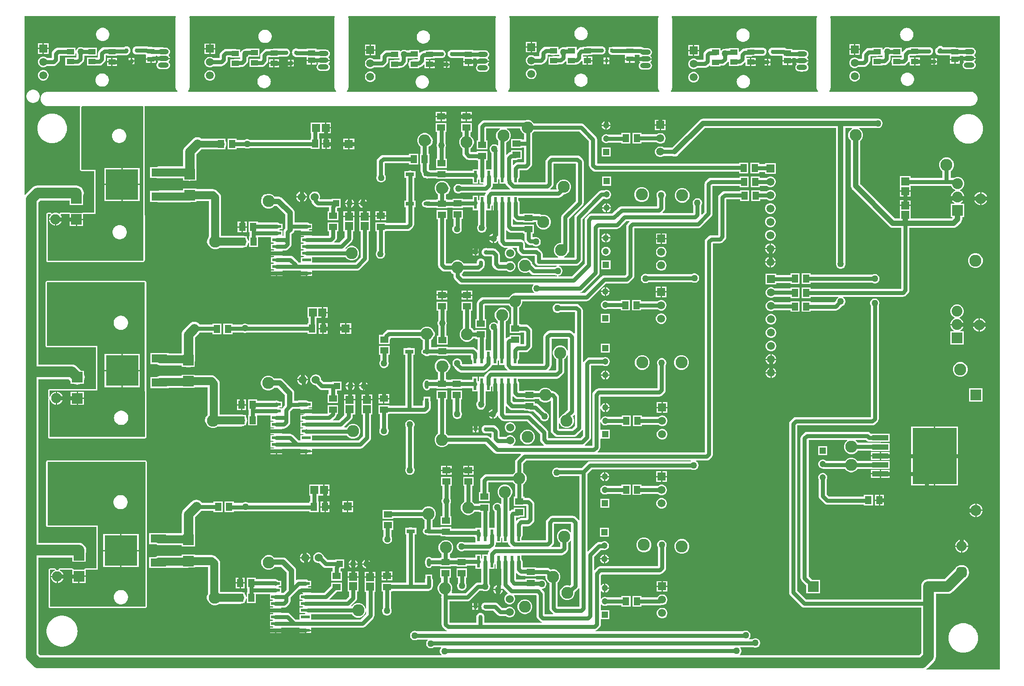
<source format=gtl>
G04*
G04 #@! TF.GenerationSoftware,Altium Limited,Altium Designer,21.6.4 (81)*
G04*
G04 Layer_Physical_Order=1*
G04 Layer_Color=255*
%FSLAX43Y43*%
%MOMM*%
G71*
G04*
G04 #@! TF.SameCoordinates,346ECB39-7FB1-4B03-902B-A5351CF8790B*
G04*
G04*
G04 #@! TF.FilePolarity,Positive*
G04*
G01*
G75*
%ADD12C,0.254*%
%ADD18R,1.508X1.207*%
%ADD19R,1.408X1.007*%
%ADD20R,1.207X1.508*%
%ADD21R,0.600X0.700*%
G04:AMPARAMS|DCode=22|XSize=1.607mm|YSize=0.762mm|CornerRadius=0.381mm|HoleSize=0mm|Usage=FLASHONLY|Rotation=90.000|XOffset=0mm|YOffset=0mm|HoleType=Round|Shape=RoundedRectangle|*
%AMROUNDEDRECTD22*
21,1,1.607,0.000,0,0,90.0*
21,1,0.845,0.762,0,0,90.0*
1,1,0.762,0.000,0.422*
1,1,0.762,0.000,-0.422*
1,1,0.762,0.000,-0.422*
1,1,0.762,0.000,0.422*
%
%ADD22ROUNDEDRECTD22*%
%ADD23R,0.762X1.607*%
G04:AMPARAMS|DCode=24|XSize=1.607mm|YSize=0.762mm|CornerRadius=0.381mm|HoleSize=0mm|Usage=FLASHONLY|Rotation=0.000|XOffset=0mm|YOffset=0mm|HoleType=Round|Shape=RoundedRectangle|*
%AMROUNDEDRECTD24*
21,1,1.607,0.000,0,0,0.0*
21,1,0.845,0.762,0,0,0.0*
1,1,0.762,0.422,0.000*
1,1,0.762,-0.422,0.000*
1,1,0.762,-0.422,0.000*
1,1,0.762,0.422,0.000*
%
%ADD24ROUNDEDRECTD24*%
%ADD25R,1.607X0.762*%
%ADD26R,1.505X1.556*%
%ADD27R,1.350X0.950*%
%ADD28R,1.356X1.105*%
%ADD29R,1.556X1.505*%
%ADD30R,0.558X2.270*%
%ADD31R,8.380X10.660*%
%ADD32R,3.050X1.016*%
%ADD33R,1.664X0.559*%
%ADD34R,2.000X2.000*%
%ADD35R,3.000X1.600*%
%ADD36R,6.200X5.800*%
%ADD45C,1.200*%
%ADD46R,1.200X1.200*%
%ADD47R,1.200X1.200*%
%ADD55C,2.057*%
%ADD56R,2.057X2.057*%
%ADD57R,2.057X2.057*%
%ADD58R,2.050X2.050*%
%ADD59C,2.050*%
%ADD61C,1.575*%
%ADD62R,1.575X1.575*%
%ADD64C,0.762*%
%ADD65C,1.000*%
%ADD66C,1.500*%
%ADD67C,1.270*%
%ADD68C,2.032*%
%ADD69C,2.000*%
%ADD70C,0.700*%
%ADD71C,1.778*%
%ADD72C,2.286*%
%ADD73R,1.500X1.500*%
%ADD74C,1.500*%
%ADD75C,1.524*%
G04:AMPARAMS|DCode=76|XSize=1.95mm|YSize=1.95mm|CornerRadius=0.488mm|HoleSize=0mm|Usage=FLASHONLY|Rotation=270.000|XOffset=0mm|YOffset=0mm|HoleType=Round|Shape=RoundedRectangle|*
%AMROUNDEDRECTD76*
21,1,1.950,0.975,0,0,270.0*
21,1,0.975,1.950,0,0,270.0*
1,1,0.975,-0.488,-0.488*
1,1,0.975,-0.488,0.488*
1,1,0.975,0.488,0.488*
1,1,0.975,0.488,-0.488*
%
%ADD76ROUNDEDRECTD76*%
%ADD77C,1.950*%
%ADD78O,2.000X1.000*%
%ADD79O,2.000X1.000*%
%ADD80C,2.000*%
%ADD81C,1.270*%
G36*
X246341Y53188D02*
X232467D01*
X232424Y53315D01*
X232648Y53487D01*
X233838Y54677D01*
X234062Y54969D01*
X234203Y55309D01*
X234251Y55673D01*
X234251Y55673D01*
Y65761D01*
Y67593D01*
X236485D01*
X236846Y67641D01*
X237182Y67780D01*
X237470Y68001D01*
X240055Y70586D01*
X240140Y70651D01*
X240259Y70806D01*
X240285Y70870D01*
X240330Y70928D01*
X240469Y71264D01*
X240516Y71625D01*
Y71668D01*
X240469Y72028D01*
X240330Y72364D01*
X240324Y72372D01*
X240259Y72529D01*
X240140Y72684D01*
X239985Y72803D01*
X239828Y72868D01*
X239820Y72874D01*
X239484Y73013D01*
X239124Y73061D01*
X238763Y73013D01*
X238427Y72874D01*
X238419Y72868D01*
X238262Y72803D01*
X238107Y72684D01*
X237988Y72529D01*
X237939Y72410D01*
X235908Y70379D01*
X232964D01*
X232842Y70395D01*
X232477Y70347D01*
X232137Y70207D01*
X231845Y69983D01*
X231622Y69691D01*
X231481Y69351D01*
X231433Y68986D01*
Y66529D01*
X209589D01*
X207956Y68162D01*
Y99587D01*
X222185D01*
X222384Y99613D01*
X222569Y99690D01*
X222728Y99812D01*
X223174Y100258D01*
X223297Y100417D01*
X223373Y100603D01*
X223400Y100802D01*
Y122362D01*
X223459Y122466D01*
X223520Y122692D01*
Y122926D01*
X223459Y123152D01*
X223342Y123355D01*
X223177Y123520D01*
X222974Y123637D01*
X222748Y123698D01*
X222514D01*
X222288Y123637D01*
X222085Y123520D01*
X221920Y123355D01*
X221803Y123152D01*
X221742Y122926D01*
Y122692D01*
X221803Y122466D01*
X221862Y122362D01*
Y101124D01*
X207634D01*
X207435Y101098D01*
X207250Y101021D01*
X207091Y100899D01*
X206644Y100452D01*
X206522Y100293D01*
X206445Y100108D01*
X206419Y99909D01*
Y67843D01*
X206445Y67644D01*
X206522Y67459D01*
X206644Y67300D01*
X208727Y65217D01*
X208886Y65095D01*
X209072Y65018D01*
X209271Y64992D01*
X231433D01*
Y56257D01*
X231068Y55892D01*
X197001D01*
X196967Y56019D01*
X196989Y56032D01*
X197155Y56198D01*
X197272Y56400D01*
X197333Y56627D01*
Y56861D01*
X197272Y57087D01*
X197155Y57289D01*
X197126Y57318D01*
X197175Y57436D01*
X199670D01*
X199883Y57379D01*
X200117D01*
X200343Y57439D01*
X200545Y57556D01*
X200711Y57722D01*
X200828Y57924D01*
X200889Y58151D01*
Y58385D01*
X200828Y58611D01*
X200711Y58813D01*
X200545Y58979D01*
X200343Y59096D01*
X200117Y59157D01*
X199883D01*
X199656Y59096D01*
X199454Y58979D01*
X199447Y58973D01*
X198865D01*
X198812Y59100D01*
X198882Y59170D01*
X198999Y59372D01*
X199060Y59598D01*
Y59832D01*
X198999Y60059D01*
X198882Y60261D01*
X198717Y60427D01*
X198514Y60544D01*
X198288Y60604D01*
X198054D01*
X197828Y60544D01*
X197680Y60459D01*
X169708D01*
X169683Y60586D01*
X169839Y60650D01*
X169998Y60772D01*
X170444Y61218D01*
X170566Y61378D01*
X170643Y61563D01*
X170669Y61762D01*
Y62748D01*
X172279D01*
Y64456D01*
X170669D01*
Y65510D01*
X170796Y65562D01*
X170900Y65458D01*
X171095Y65346D01*
X171312Y65288D01*
X171537D01*
X171754Y65346D01*
X171845Y65398D01*
X174596D01*
Y65184D01*
X176311D01*
Y67201D01*
X174596D01*
Y66936D01*
X171757D01*
X171754Y66937D01*
X171537Y66996D01*
X171312D01*
X171095Y66937D01*
X170900Y66825D01*
X170796Y66721D01*
X170669Y66774D01*
Y68050D01*
X170796Y68102D01*
X170900Y67998D01*
X171095Y67886D01*
X171298Y67831D01*
Y68682D01*
Y69532D01*
X171095Y69477D01*
X170900Y69365D01*
X170796Y69261D01*
X170669Y69314D01*
Y71106D01*
X170854Y71291D01*
X181811D01*
X182010Y71317D01*
X182196Y71394D01*
X182355Y71516D01*
X182801Y71963D01*
X182923Y72122D01*
X183000Y72307D01*
X183026Y72506D01*
Y76464D01*
X183086Y76568D01*
X183147Y76794D01*
Y77028D01*
X183086Y77254D01*
X182969Y77457D01*
X182804Y77623D01*
X182601Y77740D01*
X182375Y77800D01*
X182141D01*
X181915Y77740D01*
X181712Y77623D01*
X181546Y77457D01*
X181429Y77254D01*
X181369Y77028D01*
Y76794D01*
X181429Y76568D01*
X181489Y76464D01*
Y72828D01*
X170536D01*
X170337Y72802D01*
X170151Y72725D01*
X169992Y72603D01*
X169992Y72603D01*
X169517Y72128D01*
X169399Y72176D01*
Y74637D01*
X170669Y75906D01*
X171260D01*
X171266Y75905D01*
X171491D01*
X171708Y75963D01*
X171903Y76075D01*
X172062Y76234D01*
X172175Y76429D01*
X172233Y76646D01*
Y76871D01*
X172175Y77088D01*
X172062Y77283D01*
X171903Y77442D01*
X171708Y77555D01*
X171491Y77613D01*
X171266D01*
X171049Y77555D01*
X170857Y77444D01*
X170350D01*
X170350Y77444D01*
X170151Y77417D01*
X169966Y77341D01*
X169807Y77218D01*
X168247Y75658D01*
X168129Y75707D01*
Y90410D01*
X168949Y91230D01*
X187869D01*
X187972Y91170D01*
X188199Y91110D01*
X188433D01*
X188659Y91170D01*
X188861Y91287D01*
X189027Y91453D01*
X189144Y91656D01*
X189205Y91882D01*
Y92116D01*
X189144Y92342D01*
X189027Y92545D01*
X188861Y92710D01*
X188741Y92780D01*
X188775Y92907D01*
X190739D01*
X190938Y92933D01*
X191124Y93010D01*
X191283Y93132D01*
X191729Y93578D01*
X191851Y93737D01*
X191928Y93923D01*
X191954Y94122D01*
Y134182D01*
X193279D01*
X193478Y134208D01*
X193664Y134285D01*
X193823Y134407D01*
X194269Y134853D01*
X194391Y135012D01*
X194468Y135198D01*
X194494Y135397D01*
Y142564D01*
X197101D01*
Y142222D01*
X198815D01*
Y144239D01*
X197101D01*
Y144101D01*
X194172D01*
X193973Y144075D01*
X193788Y143998D01*
X193629Y143876D01*
X193182Y143429D01*
X193060Y143270D01*
X192983Y143085D01*
X192957Y142886D01*
Y135719D01*
X191632D01*
X191433Y135693D01*
X191248Y135616D01*
X191089Y135494D01*
X190642Y135047D01*
X190520Y134888D01*
X190443Y134703D01*
X190417Y134504D01*
Y94444D01*
X170104D01*
X170055Y94561D01*
X170342Y94848D01*
X170465Y95007D01*
X170541Y95193D01*
X170568Y95392D01*
Y96984D01*
X170672Y97038D01*
X170695Y97038D01*
X172380D01*
Y98746D01*
X170695D01*
X170672Y98746D01*
X170568Y98800D01*
Y100219D01*
X170695Y100236D01*
X170730Y100102D01*
X170843Y99907D01*
X171002Y99748D01*
X171197Y99636D01*
X171414Y99578D01*
X171639D01*
X171856Y99636D01*
X171903Y99663D01*
X174631D01*
Y99423D01*
X176346D01*
Y101440D01*
X174631D01*
Y101200D01*
X171903D01*
X171856Y101227D01*
X171639Y101286D01*
X171414D01*
X171197Y101227D01*
X171002Y101115D01*
X170843Y100956D01*
X170730Y100761D01*
X170695Y100628D01*
X170568Y100644D01*
Y102759D01*
X170695Y102776D01*
X170730Y102642D01*
X170843Y102447D01*
X171002Y102288D01*
X171197Y102176D01*
X171399Y102122D01*
Y102972D01*
X171526D01*
D01*
X171399D01*
Y103822D01*
X171197Y103767D01*
X171002Y103655D01*
X170843Y103496D01*
X170730Y103301D01*
X170695Y103168D01*
X170568Y103184D01*
Y105073D01*
X181773D01*
X181972Y105099D01*
X182158Y105176D01*
X182317Y105298D01*
X182763Y105745D01*
X182885Y105904D01*
X182962Y106089D01*
X182988Y106288D01*
Y111021D01*
X183048Y111125D01*
X183109Y111351D01*
Y111585D01*
X183048Y111811D01*
X182931Y112014D01*
X182765Y112179D01*
X182563Y112296D01*
X182337Y112357D01*
X182103D01*
X181876Y112296D01*
X181674Y112179D01*
X181508Y112014D01*
X181391Y111811D01*
X181331Y111585D01*
Y111351D01*
X181391Y111125D01*
X181451Y111021D01*
Y106610D01*
X170245D01*
X170046Y106584D01*
X169861Y106507D01*
X169702Y106385D01*
X169256Y105939D01*
X169133Y105780D01*
X169057Y105594D01*
X169030Y105395D01*
Y95714D01*
X167674D01*
X167631Y95841D01*
X167675Y95875D01*
X168590Y96789D01*
X168712Y96949D01*
X168789Y97134D01*
X168815Y97333D01*
Y110941D01*
X171149D01*
X171197Y110913D01*
X171414Y110855D01*
X171639D01*
X171856Y110913D01*
X172051Y111026D01*
X172210Y111185D01*
X172322Y111380D01*
X172380Y111597D01*
Y111822D01*
X172322Y112039D01*
X172210Y112234D01*
X172051Y112393D01*
X171856Y112505D01*
X171639Y112563D01*
X171414D01*
X171197Y112505D01*
X171149Y112478D01*
X168493D01*
X168294Y112452D01*
X168108Y112375D01*
X167949Y112253D01*
X167503Y111806D01*
X167393Y111662D01*
X167338Y111666D01*
X167266Y111698D01*
Y121423D01*
X167239Y121622D01*
X167163Y121807D01*
X167040Y121966D01*
X166594Y122413D01*
X166435Y122535D01*
X166250Y122612D01*
X166051Y122638D01*
X162880D01*
X162776Y122698D01*
X162550Y122758D01*
X162316D01*
X162090Y122698D01*
X161887Y122581D01*
X161722Y122415D01*
X161605Y122212D01*
X161544Y121986D01*
Y121752D01*
X161605Y121526D01*
X161722Y121323D01*
X161887Y121158D01*
X162090Y121041D01*
X162316Y120980D01*
X162550D01*
X162776Y121041D01*
X162880Y121101D01*
X165728D01*
Y117108D01*
X165601Y117055D01*
X165273Y117383D01*
X165114Y117506D01*
X164929Y117582D01*
X164730Y117609D01*
X161000D01*
X160801Y117582D01*
X160615Y117506D01*
X160456Y117383D01*
X160010Y116937D01*
X159888Y116778D01*
X159811Y116593D01*
X159785Y116394D01*
Y111335D01*
X154965D01*
Y111918D01*
X154975Y111926D01*
X155098Y112085D01*
X155174Y112271D01*
X155201Y112470D01*
Y113506D01*
X156449D01*
X156648Y113532D01*
X156834Y113609D01*
X156993Y113731D01*
X157439Y114177D01*
X157561Y114337D01*
X157638Y114522D01*
X157664Y114721D01*
Y117546D01*
X157638Y117745D01*
X157561Y117930D01*
X157439Y118090D01*
X156993Y118536D01*
X156834Y118658D01*
X156648Y118735D01*
X156449Y118761D01*
X155415D01*
Y118850D01*
X155175D01*
Y121995D01*
X155264Y122047D01*
X155524Y122307D01*
X155708Y122625D01*
X155804Y122981D01*
Y123182D01*
X167968D01*
X168167Y123208D01*
X168353Y123285D01*
X168512Y123407D01*
X171641Y126536D01*
X175565D01*
X175764Y126562D01*
X175949Y126639D01*
X176108Y126761D01*
X176819Y127473D01*
X176942Y127632D01*
X177018Y127817D01*
X177031Y127917D01*
X177045Y128016D01*
X177045Y128016D01*
Y137026D01*
X189103D01*
X189302Y137053D01*
X189487Y137129D01*
X189646Y137252D01*
X191655Y139260D01*
X191777Y139419D01*
X191854Y139604D01*
X191880Y139803D01*
Y145104D01*
X196999D01*
Y144864D01*
X198714D01*
Y146880D01*
X196999D01*
Y146641D01*
X191558D01*
X191359Y146615D01*
X191173Y146538D01*
X191014Y146416D01*
X190568Y145969D01*
X190446Y145810D01*
X190369Y145625D01*
X190343Y145426D01*
Y140122D01*
X189872Y139651D01*
X189745Y139703D01*
Y141412D01*
X189804Y141516D01*
X189865Y141742D01*
Y141976D01*
X189804Y142202D01*
X189687Y142405D01*
X189522Y142570D01*
X189319Y142687D01*
X189093Y142748D01*
X188859D01*
X188633Y142687D01*
X188430Y142570D01*
X188265Y142405D01*
X188148Y142202D01*
X188087Y141976D01*
Y141742D01*
X188148Y141516D01*
X188207Y141412D01*
Y139932D01*
X182432D01*
X182384Y140049D01*
X182674Y140339D01*
X182796Y140499D01*
X182873Y140684D01*
X182899Y140883D01*
Y142873D01*
X182959Y142976D01*
X183020Y143202D01*
Y143437D01*
X182959Y143663D01*
X182842Y143865D01*
X182677Y144031D01*
X182474Y144148D01*
X182248Y144208D01*
X182014D01*
X181788Y144148D01*
X181585Y144031D01*
X181419Y143865D01*
X181302Y143663D01*
X181242Y143437D01*
Y143202D01*
X181302Y142976D01*
X181362Y142873D01*
Y141205D01*
X174650D01*
X174566Y141194D01*
X174482Y141187D01*
X174467Y141181D01*
X174451Y141179D01*
X174373Y141147D01*
X174294Y141117D01*
X174281Y141108D01*
X174266Y141102D01*
X174199Y141051D01*
X174130Y141002D01*
X172834Y139808D01*
X168848D01*
X168649Y139782D01*
X168464Y139705D01*
X168305Y139583D01*
X167859Y139137D01*
X167736Y138978D01*
X167660Y138792D01*
X167633Y138593D01*
Y130366D01*
X165188Y127921D01*
X162667D01*
X162651Y128048D01*
X162852Y128102D01*
X163055Y128219D01*
X163221Y128385D01*
X163338Y128587D01*
X163398Y128813D01*
Y129047D01*
X163338Y129274D01*
X163221Y129476D01*
X163055Y129642D01*
X162852Y129759D01*
X162746Y129787D01*
X162762Y129914D01*
X166000D01*
X166199Y129941D01*
X166384Y130017D01*
X166543Y130140D01*
X166990Y130586D01*
X167112Y130745D01*
X167189Y130930D01*
X167215Y131129D01*
Y138772D01*
X171108Y142665D01*
X171378D01*
X171425Y142638D01*
X171642Y142580D01*
X171867D01*
X172084Y142638D01*
X172279Y142750D01*
X172438Y142909D01*
X172551Y143104D01*
X172609Y143321D01*
Y143546D01*
X172551Y143763D01*
X172438Y143958D01*
X172279Y144117D01*
X172084Y144230D01*
X171867Y144288D01*
X171642D01*
X171425Y144230D01*
X171378Y144202D01*
X170790D01*
X170591Y144176D01*
X170405Y144099D01*
X170246Y143977D01*
X165903Y139634D01*
X165781Y139475D01*
X165704Y139289D01*
X165678Y139090D01*
Y131452D01*
X163728D01*
X163713Y131489D01*
X163706Y131579D01*
X164002Y131750D01*
X164262Y132010D01*
X164420Y132283D01*
X164473Y132324D01*
X164595Y132483D01*
X164672Y132668D01*
X164698Y132867D01*
Y133009D01*
Y138821D01*
X167218Y141341D01*
X167340Y141500D01*
X167417Y141685D01*
X167443Y141884D01*
Y149642D01*
X167417Y149841D01*
X167340Y150027D01*
X167218Y150186D01*
X166772Y150632D01*
X166613Y150754D01*
X166427Y150831D01*
X166228Y150857D01*
X161381D01*
X161182Y150831D01*
X160996Y150754D01*
X160837Y150632D01*
X160391Y150186D01*
X160269Y150027D01*
X160192Y149841D01*
X160166Y149642D01*
Y145752D01*
X155041D01*
Y146310D01*
X155052Y146319D01*
X155174Y146478D01*
X155251Y146663D01*
X155277Y146862D01*
Y148050D01*
X156424D01*
X156623Y148076D01*
X156808Y148153D01*
X156967Y148275D01*
X157414Y148721D01*
X157536Y148881D01*
X157613Y149066D01*
X157639Y149265D01*
Y155079D01*
X157887Y155327D01*
X157938Y155416D01*
X166610D01*
X168421Y153606D01*
Y149011D01*
X168447Y148812D01*
X168524Y148627D01*
X168646Y148467D01*
X169092Y148021D01*
X169251Y147899D01*
X169437Y147822D01*
X169636Y147796D01*
X196898D01*
Y147455D01*
X198612D01*
Y149471D01*
X196898D01*
Y149333D01*
X169958D01*
Y153924D01*
X169932Y154123D01*
X169855Y154308D01*
X169733Y154467D01*
X167472Y156728D01*
X167313Y156850D01*
X167128Y156927D01*
X166929Y156953D01*
X157938D01*
X157887Y157042D01*
X157627Y157302D01*
X157308Y157486D01*
X156953Y157582D01*
X156585D01*
X156362Y157522D01*
X156244Y157537D01*
X148579D01*
X148380Y157511D01*
X148195Y157434D01*
X148036Y157312D01*
X147589Y156866D01*
X147467Y156707D01*
X147390Y156521D01*
X147364Y156322D01*
Y153749D01*
X147125D01*
Y152035D01*
X149141D01*
Y153749D01*
X148901D01*
Y156000D01*
X151513D01*
X151547Y155873D01*
X151339Y155753D01*
X151079Y155493D01*
X150895Y155174D01*
X150800Y154819D01*
Y154451D01*
X150895Y154096D01*
X151079Y153777D01*
X151204Y153653D01*
X151200Y153621D01*
Y152802D01*
X151073Y152749D01*
X151015Y152807D01*
X150813Y152924D01*
X150587Y152984D01*
X150353D01*
X150126Y152924D01*
X149924Y152807D01*
X149758Y152641D01*
X149641Y152438D01*
X149581Y152212D01*
Y151978D01*
X149641Y151752D01*
X149758Y151549D01*
X149924Y151384D01*
X149961Y151362D01*
Y148251D01*
X148914D01*
Y149933D01*
X149141D01*
Y151648D01*
X147125D01*
Y151546D01*
X146061D01*
X145971Y151636D01*
X145971Y152221D01*
X146060Y152273D01*
X146320Y152533D01*
X146504Y152851D01*
X146599Y153206D01*
Y153574D01*
X146504Y153930D01*
X146320Y154248D01*
X146060Y154508D01*
X145968Y154562D01*
X145966Y155203D01*
X146056Y155292D01*
X146195D01*
Y157007D01*
X144178D01*
Y155292D01*
X144336D01*
X144426Y155203D01*
X144426Y154555D01*
X144345Y154508D01*
X144084Y154248D01*
X143901Y153930D01*
X143805Y153574D01*
Y153206D01*
X143901Y152851D01*
X144084Y152533D01*
X144345Y152273D01*
X144434Y152221D01*
Y151224D01*
X144460Y151025D01*
X144537Y150840D01*
X144659Y150681D01*
X145105Y150234D01*
X145264Y150112D01*
X145450Y150035D01*
X145649Y150009D01*
X147125D01*
Y149933D01*
X147377D01*
Y148251D01*
X146355D01*
Y147983D01*
X141445D01*
Y148117D01*
X139428D01*
Y148020D01*
X138244D01*
X138040Y148225D01*
Y149182D01*
X138128D01*
Y151198D01*
X138035D01*
X138035Y152554D01*
X138119Y152603D01*
X138166Y152649D01*
X138205Y152656D01*
X138387Y152741D01*
X138540Y152870D01*
X138656Y153034D01*
X138724Y153223D01*
X138798Y153555D01*
X138815Y153755D01*
X138780Y153952D01*
X138695Y154134D01*
X138566Y154288D01*
X138535Y154310D01*
X138379Y154579D01*
X138119Y154839D01*
X137801Y155023D01*
X137446Y155118D01*
X137078D01*
X136722Y155023D01*
X136404Y154839D01*
X136144Y154579D01*
X135960Y154260D01*
X135865Y153905D01*
Y153537D01*
X135960Y153182D01*
X136144Y152863D01*
X136404Y152603D01*
X136498Y152549D01*
X136498Y151198D01*
X136414D01*
Y149182D01*
X136502D01*
Y147907D01*
X136529Y147708D01*
X136605Y147522D01*
X136728Y147363D01*
X136766Y147325D01*
X136750Y147244D01*
X136799Y146996D01*
X136939Y146786D01*
X137149Y146646D01*
X137362Y146603D01*
X137395Y146578D01*
X137580Y146501D01*
X137779Y146475D01*
X137840Y146483D01*
X139428D01*
Y146402D01*
X141445D01*
Y146446D01*
X146247D01*
X146345Y146319D01*
X146355Y146310D01*
Y145473D01*
X147421D01*
Y146278D01*
X147495Y146311D01*
X147567Y146303D01*
X147625Y146244D01*
Y145473D01*
X148363D01*
X148431Y145346D01*
X148413Y145320D01*
X144084D01*
X143980Y145380D01*
X143754Y145440D01*
X143520D01*
X143294Y145380D01*
X143091Y145263D01*
X142926Y145097D01*
X142809Y144895D01*
X142748Y144668D01*
Y144434D01*
X142809Y144208D01*
X142926Y144006D01*
X143091Y143840D01*
X143294Y143723D01*
X143520Y143662D01*
X143754D01*
X143980Y143723D01*
X144084Y143783D01*
X148791D01*
X148837Y143715D01*
X148852Y143659D01*
X148763Y143542D01*
X148686Y143357D01*
X148668Y143223D01*
X147625D01*
Y142419D01*
X147552Y142385D01*
X147479Y142393D01*
X147421Y142452D01*
Y143223D01*
X146355D01*
Y142557D01*
X144544D01*
Y142599D01*
X142527D01*
Y142497D01*
X141572D01*
Y142573D01*
X141332D01*
Y143484D01*
X141371Y143506D01*
X141440Y143515D01*
X141626Y143592D01*
X141785Y143714D01*
X141907Y143872D01*
X141985Y144058D01*
X142038Y144255D01*
X142038Y144255D01*
X142091Y144453D01*
X142118Y144652D01*
X142092Y144851D01*
X142015Y145036D01*
X141894Y145196D01*
X141839Y145237D01*
X141681Y145511D01*
X141421Y145771D01*
X141103Y145955D01*
X140748Y146050D01*
X140380D01*
X140024Y145955D01*
X139706Y145771D01*
X139446Y145511D01*
X139262Y145192D01*
X139167Y144837D01*
Y144469D01*
X139262Y144114D01*
X139446Y143795D01*
X139706Y143535D01*
X139795Y143484D01*
Y142573D01*
X139555D01*
Y142467D01*
X137771D01*
X137771Y142467D01*
X137572Y142441D01*
X137387Y142364D01*
X137330Y142320D01*
X137124Y142279D01*
X136914Y142139D01*
X136773Y141929D01*
X136724Y141681D01*
X136773Y141433D01*
X136914Y141223D01*
X137124Y141083D01*
X137337Y141041D01*
X137369Y141016D01*
X137555Y140939D01*
X137754Y140913D01*
X137886Y140930D01*
X139555D01*
Y140859D01*
X141572D01*
Y140960D01*
X142527D01*
Y140884D01*
X144544D01*
Y141019D01*
X146355D01*
Y140445D01*
X147390D01*
Y137619D01*
X147279Y137427D01*
X147218Y137201D01*
Y136967D01*
X147279Y136741D01*
X147396Y136538D01*
X147562Y136372D01*
X147764Y136255D01*
X147990Y136195D01*
X148224D01*
X148451Y136255D01*
X148653Y136372D01*
X148819Y136538D01*
X148936Y136741D01*
X148996Y136967D01*
Y137201D01*
X148936Y137427D01*
X148927Y137443D01*
Y140445D01*
X149961D01*
Y141283D01*
X149972Y141291D01*
X150038Y141378D01*
X150165Y141335D01*
Y140445D01*
X150571D01*
Y141834D01*
X150825D01*
Y140445D01*
X151200D01*
Y135624D01*
X151073Y135590D01*
X151039Y135648D01*
X150874Y135814D01*
X150671Y135931D01*
X150455Y135989D01*
Y135103D01*
Y134216D01*
X150671Y134274D01*
X150874Y134391D01*
X151039Y134557D01*
X151073Y134615D01*
X151200Y134581D01*
Y134558D01*
X151226Y134359D01*
X151303Y134174D01*
X151425Y134015D01*
X151871Y133569D01*
X152030Y133446D01*
X152216Y133370D01*
X152415Y133343D01*
X152998D01*
X153032Y133216D01*
X152843Y133107D01*
X152654Y132918D01*
X152520Y132686D01*
X152451Y132428D01*
Y132160D01*
X152520Y131902D01*
X152654Y131670D01*
X152843Y131481D01*
X153075Y131347D01*
X153333Y131278D01*
X153601D01*
X153859Y131347D01*
X154091Y131481D01*
X154280Y131670D01*
X154414Y131902D01*
X154483Y132160D01*
Y132428D01*
X154414Y132686D01*
X154280Y132918D01*
X154091Y133107D01*
X153901Y133216D01*
X153935Y133343D01*
X154730D01*
Y132984D01*
X154756Y132785D01*
X154833Y132599D01*
X154955Y132440D01*
X155402Y131994D01*
X155561Y131872D01*
X155746Y131795D01*
X155945Y131769D01*
X158108D01*
Y130734D01*
X158135Y130535D01*
X158211Y130350D01*
X158334Y130190D01*
X158384Y130140D01*
X158544Y130017D01*
X158729Y129941D01*
X158928Y129914D01*
X162256D01*
X162273Y129787D01*
X162166Y129759D01*
X162062Y129699D01*
X158272D01*
X157660Y130311D01*
X157613Y130486D01*
X157429Y130804D01*
X157169Y131064D01*
X156851Y131248D01*
X156496Y131343D01*
X156128D01*
X155772Y131248D01*
X155454Y131064D01*
X155194Y130804D01*
X155010Y130486D01*
X154915Y130130D01*
Y129762D01*
X155010Y129407D01*
X155194Y129089D01*
X155454Y128829D01*
X155772Y128645D01*
X156128Y128549D01*
X156496D01*
X156851Y128645D01*
X157042Y128755D01*
X157410Y128387D01*
X157569Y128265D01*
X157755Y128188D01*
X157954Y128162D01*
X157954Y128162D01*
X162062D01*
X162166Y128102D01*
X162368Y128048D01*
X162351Y127921D01*
X144554D01*
X144322Y128153D01*
X144253Y128255D01*
X144395Y128397D01*
X144495Y128571D01*
X144515Y128646D01*
X144602Y128733D01*
X144654Y128822D01*
X147432D01*
X147631Y128848D01*
X147817Y128925D01*
X147976Y129047D01*
X148422Y129494D01*
X148544Y129653D01*
X148621Y129838D01*
X148647Y130037D01*
Y130303D01*
X148673Y130496D01*
X148647Y130695D01*
X148570Y130880D01*
X148458Y131026D01*
Y131100D01*
X148369D01*
X148288Y131161D01*
X148103Y131238D01*
X147904Y131264D01*
X147705Y131238D01*
X147520Y131161D01*
X147440Y131100D01*
X147350D01*
Y131029D01*
X147335Y131014D01*
X147213Y130855D01*
X147136Y130669D01*
X147110Y130470D01*
Y130359D01*
X144654D01*
X144602Y130449D01*
X144342Y130709D01*
X144024Y130893D01*
X143669Y130988D01*
X143301D01*
X142945Y130893D01*
X142627Y130709D01*
X142367Y130449D01*
X142315Y130359D01*
X141354D01*
X141332Y130381D01*
Y138757D01*
X141572D01*
Y140472D01*
X139555D01*
Y138757D01*
X139795D01*
Y130063D01*
X139821Y129864D01*
X139898Y129678D01*
X140020Y129519D01*
X140492Y129047D01*
X140651Y128925D01*
X140836Y128848D01*
X141035Y128822D01*
X142234D01*
X142234Y128821D01*
X142243Y128768D01*
X142325Y128585D01*
X142452Y128430D01*
X142615Y128313D01*
X142716Y128274D01*
Y127904D01*
X142742Y127705D01*
X142819Y127519D01*
X142941Y127360D01*
X143692Y126609D01*
X143692Y126609D01*
X143851Y126487D01*
X144037Y126410D01*
X144236Y126384D01*
X144236Y126384D01*
X157865D01*
X157918Y126257D01*
X157810Y126149D01*
X157693Y125946D01*
X157632Y125720D01*
Y125486D01*
X157693Y125260D01*
X157810Y125057D01*
X157976Y124892D01*
X158055Y124846D01*
X158021Y124719D01*
X154407D01*
X154208Y124693D01*
X154022Y124616D01*
X153863Y124494D01*
X153822Y124440D01*
X153549Y124282D01*
X153289Y124022D01*
X153237Y123933D01*
X148376D01*
X148177Y123907D01*
X147992Y123830D01*
X147833Y123708D01*
X147386Y123262D01*
X147264Y123103D01*
X147187Y122917D01*
X147161Y122718D01*
Y119805D01*
X146921D01*
Y118091D01*
X148938D01*
Y119805D01*
X148698D01*
Y122396D01*
X153237D01*
X153289Y122307D01*
X153549Y122047D01*
X153638Y121995D01*
Y118850D01*
X153398D01*
Y117135D01*
X155415D01*
Y117224D01*
X156127D01*
Y115043D01*
X155415D01*
Y116748D01*
X153398D01*
Y116437D01*
X153386D01*
X153187Y116411D01*
X153002Y116334D01*
X152843Y116212D01*
X152778Y116147D01*
X152661Y116196D01*
Y119350D01*
X152801Y119431D01*
X153061Y119691D01*
X153245Y120009D01*
X153340Y120364D01*
Y120732D01*
X153245Y121088D01*
X153061Y121406D01*
X152801Y121666D01*
X152482Y121850D01*
X152127Y121945D01*
X151759D01*
X151404Y121850D01*
X151085Y121666D01*
X150825Y121406D01*
X150641Y121088D01*
X150546Y120732D01*
Y120364D01*
X150641Y120009D01*
X150825Y119691D01*
X151085Y119431D01*
X151123Y119408D01*
Y118969D01*
X150996Y118917D01*
X150914Y118999D01*
X150711Y119116D01*
X150485Y119177D01*
X150251D01*
X150025Y119116D01*
X149822Y118999D01*
X149657Y118834D01*
X149540Y118631D01*
X149479Y118405D01*
Y118171D01*
X149540Y117945D01*
X149657Y117742D01*
X149822Y117576D01*
X149853Y117558D01*
Y113859D01*
X148851D01*
Y115989D01*
X148938D01*
Y117704D01*
X146921D01*
Y117625D01*
X146571D01*
X146564Y117632D01*
X146563Y117635D01*
X146488Y117821D01*
X146368Y117982D01*
X146210Y118106D01*
X146057Y118172D01*
Y121374D01*
X146296D01*
Y123089D01*
X144280D01*
Y121374D01*
X144519D01*
Y118085D01*
X144474Y118028D01*
X144464Y118003D01*
X144430Y117983D01*
X144170Y117723D01*
X143986Y117405D01*
X143891Y117049D01*
Y116681D01*
X143986Y116326D01*
X144170Y116008D01*
X144430Y115748D01*
X144749Y115564D01*
X145104Y115468D01*
X145472D01*
X145827Y115564D01*
X146146Y115748D01*
X146406Y116008D01*
X146452Y116087D01*
X146921D01*
Y115989D01*
X147313D01*
Y113974D01*
X147186Y113922D01*
X146909Y114199D01*
X146750Y114321D01*
X146565Y114398D01*
X146366Y114424D01*
X141648D01*
Y114513D01*
X139632D01*
Y114408D01*
X138462D01*
Y115798D01*
X138551Y115849D01*
X138811Y116109D01*
X138969Y116383D01*
X139022Y116424D01*
X139145Y116583D01*
X139221Y116768D01*
X139247Y116967D01*
X139221Y117166D01*
X139145Y117351D01*
X139022Y117510D01*
X138969Y117551D01*
X138811Y117825D01*
X138551Y118085D01*
X138233Y118269D01*
X137877Y118364D01*
X137509D01*
X137154Y118269D01*
X136836Y118085D01*
X136576Y117825D01*
X136524Y117736D01*
X130436D01*
X130237Y117709D01*
X130051Y117633D01*
X129892Y117510D01*
X129446Y117064D01*
X129324Y116905D01*
X129267Y116767D01*
X128608D01*
Y115052D01*
X130624D01*
Y115708D01*
X130655Y115748D01*
X130732Y115933D01*
X130758Y116132D01*
X130855Y116198D01*
X136352D01*
X136431Y116089D01*
X136587Y115962D01*
X136770Y115880D01*
X136812Y115873D01*
X136836Y115849D01*
X136925Y115798D01*
Y114122D01*
X136812Y114047D01*
X136672Y113837D01*
X136623Y113589D01*
X136672Y113341D01*
X136812Y113131D01*
X137022Y112991D01*
X137132Y112969D01*
X137155Y112940D01*
X137315Y112819D01*
X137501Y112744D01*
X137700Y112720D01*
X137899Y112747D01*
X138083Y112826D01*
X138141Y112871D01*
X139632D01*
Y112798D01*
X141648D01*
Y112887D01*
X146043D01*
Y112470D01*
X146070Y112271D01*
X146146Y112085D01*
X146269Y111926D01*
X146279Y111918D01*
Y111182D01*
X144453D01*
X144323Y111312D01*
Y111532D01*
X144262Y111758D01*
X144145Y111961D01*
X143980Y112126D01*
X143777Y112243D01*
X143551Y112304D01*
X143317D01*
X143091Y112243D01*
X142888Y112126D01*
X142722Y111961D01*
X142605Y111758D01*
X142545Y111532D01*
Y111298D01*
X142605Y111072D01*
X142722Y110869D01*
X142799Y110792D01*
X142865Y110633D01*
X142988Y110474D01*
X143591Y109870D01*
X143750Y109748D01*
X143935Y109671D01*
X144134Y109645D01*
X148463D01*
X148662Y109671D01*
X148847Y109748D01*
X149006Y109870D01*
X149895Y110759D01*
X150018Y110919D01*
X150040Y110974D01*
X150089Y111081D01*
X151155D01*
Y111885D01*
X151228Y111919D01*
X151301Y111911D01*
X151359Y111852D01*
Y111081D01*
X152393D01*
Y111013D01*
X152420Y110814D01*
X152496Y110628D01*
X152619Y110469D01*
X152964Y110123D01*
X152912Y109996D01*
X149798D01*
X149599Y109970D01*
X149414Y109893D01*
X149255Y109771D01*
X148809Y109325D01*
X148686Y109166D01*
X148610Y108980D01*
X148590Y108831D01*
X147549D01*
Y108025D01*
X147477Y107992D01*
X147403Y108001D01*
X147345Y108060D01*
Y108831D01*
X146279D01*
Y108215D01*
X144315D01*
Y108309D01*
X142299D01*
Y108220D01*
X141546D01*
Y108309D01*
X141332D01*
Y109636D01*
X141447Y109702D01*
X141707Y109962D01*
X141866Y110238D01*
X141935Y110294D01*
X142052Y110457D01*
X142123Y110645D01*
X142143Y110844D01*
X142110Y111042D01*
X142028Y111225D01*
X141901Y111380D01*
X141863Y111407D01*
X141707Y111678D01*
X141447Y111938D01*
X141128Y112122D01*
X140773Y112217D01*
X140405D01*
X140050Y112122D01*
X139731Y111938D01*
X139471Y111678D01*
X139287Y111359D01*
X139192Y111004D01*
Y110636D01*
X139287Y110281D01*
X139471Y109962D01*
X139731Y109702D01*
X139795Y109665D01*
Y108309D01*
X139530D01*
Y108220D01*
X138050D01*
X137916Y108309D01*
X137668Y108359D01*
X137420Y108309D01*
X137210Y108169D01*
X137070Y107959D01*
X137060Y107911D01*
X137003Y107836D01*
X137003Y107836D01*
X137002Y107836D01*
X136965Y107746D01*
X136926Y107651D01*
X136926Y107650D01*
X136926Y107650D01*
X136913Y107553D01*
X136899Y107452D01*
X136899Y107289D01*
X136926Y107090D01*
X137002Y106905D01*
X137020Y106881D01*
Y106866D01*
X137070Y106618D01*
X137210Y106408D01*
X137420Y106268D01*
X137668Y106219D01*
X137916Y106268D01*
X138126Y106408D01*
X138266Y106618D01*
X138279Y106683D01*
X139530D01*
Y106594D01*
X141546D01*
Y106683D01*
X142299D01*
Y106594D01*
X144315D01*
Y106678D01*
X146279D01*
Y106053D01*
X147313D01*
Y104171D01*
X147244Y104102D01*
X147127Y103899D01*
X147066Y103673D01*
Y103439D01*
X147127Y103213D01*
X147191Y103101D01*
X147196Y103074D01*
X147215Y103031D01*
X147229Y102986D01*
X147257Y102940D01*
X147280Y102891D01*
X147310Y102855D01*
X147335Y102815D01*
X147374Y102778D01*
X147408Y102737D01*
X147447Y102710D01*
X147481Y102678D01*
X147528Y102652D01*
X147572Y102622D01*
X147616Y102605D01*
X147658Y102583D01*
X147710Y102571D01*
X147760Y102552D01*
X147807Y102548D01*
X147853Y102537D01*
X147907Y102539D01*
X147960Y102534D01*
X148006Y102542D01*
X148054Y102543D01*
X148105Y102559D01*
X148158Y102568D01*
X148201Y102588D01*
X148246Y102601D01*
X148291Y102629D01*
X148340Y102652D01*
X148376Y102682D01*
X148416Y102707D01*
X148453Y102746D01*
X148494Y102780D01*
X148521Y102819D01*
X148554Y102853D01*
X148579Y102900D01*
X148610Y102944D01*
X148620Y102964D01*
X148666Y103010D01*
X148783Y103213D01*
X148844Y103439D01*
Y103542D01*
X148851Y103592D01*
Y106053D01*
X149885D01*
Y106891D01*
X149895Y106899D01*
X149962Y106985D01*
X150089Y106942D01*
Y106053D01*
X150495D01*
Y107442D01*
X150749D01*
Y106053D01*
X151123D01*
Y102197D01*
X150996Y102163D01*
X150927Y102283D01*
X150761Y102449D01*
X150559Y102566D01*
X150343Y102624D01*
Y101737D01*
Y100851D01*
X150559Y100909D01*
X150761Y101026D01*
X150927Y101192D01*
X151032Y101374D01*
X151107Y101382D01*
X151169Y101369D01*
X151226Y101230D01*
X151349Y101071D01*
X151795Y100625D01*
X151954Y100503D01*
X152139Y100426D01*
X152338Y100400D01*
X156654D01*
X159150Y97903D01*
Y96865D01*
X159176Y96666D01*
X159253Y96480D01*
X159375Y96321D01*
X159821Y95875D01*
X159866Y95841D01*
X159823Y95714D01*
X154048D01*
X154014Y95841D01*
X154091Y95885D01*
X154280Y96074D01*
X154414Y96306D01*
X154483Y96564D01*
Y96832D01*
X154414Y97090D01*
X154280Y97322D01*
X154091Y97511D01*
X153859Y97645D01*
X153601Y97714D01*
X153333D01*
X153075Y97645D01*
X152843Y97511D01*
X152722Y97390D01*
X151441D01*
Y98420D01*
X151415Y98619D01*
X151338Y98804D01*
X151216Y98963D01*
X150770Y99410D01*
X150611Y99532D01*
X150425Y99609D01*
X150226Y99635D01*
X148803D01*
X148604Y99609D01*
X148419Y99532D01*
X148339Y99470D01*
X148249D01*
Y99396D01*
X148138Y99250D01*
X148061Y99065D01*
X148035Y98866D01*
X148061Y98667D01*
X148138Y98482D01*
X148249Y98336D01*
Y98262D01*
X148339D01*
X148419Y98201D01*
X148604Y98124D01*
X148803Y98098D01*
X149904D01*
Y97293D01*
X149787Y97245D01*
X149622Y97410D01*
X149463Y97532D01*
X149277Y97609D01*
X149079Y97635D01*
X141698D01*
X141656Y97708D01*
X141396Y97968D01*
X141307Y98020D01*
Y104492D01*
X141546D01*
Y106207D01*
X139530D01*
Y104492D01*
X139770D01*
Y98020D01*
X139680Y97968D01*
X139420Y97708D01*
X139236Y97389D01*
X139141Y97034D01*
Y96666D01*
X139236Y96311D01*
X139420Y95992D01*
X139680Y95732D01*
X139999Y95548D01*
X140354Y95453D01*
X140722D01*
X141077Y95548D01*
X141396Y95732D01*
X141656Y95992D01*
X141717Y96098D01*
X148760D01*
X150456Y94402D01*
X150615Y94280D01*
X150801Y94203D01*
X151000Y94177D01*
X151000Y94177D01*
X155459D01*
X155507Y94059D01*
X154651Y93203D01*
X154528Y93043D01*
X154452Y92858D01*
X154425Y92659D01*
Y90730D01*
X154336Y90678D01*
X154076Y90418D01*
X154025Y90329D01*
X149011D01*
X148812Y90303D01*
X148627Y90226D01*
X148467Y90104D01*
X148021Y89658D01*
X147899Y89498D01*
X147822Y89313D01*
X147796Y89114D01*
Y86897D01*
X147556D01*
Y85182D01*
X149573D01*
Y86897D01*
X149333D01*
Y88792D01*
X154025D01*
X154076Y88703D01*
X154336Y88443D01*
X154413Y88398D01*
Y86033D01*
X154160D01*
Y84318D01*
X155110D01*
X155280Y84296D01*
X155280Y84296D01*
X156559D01*
Y81972D01*
X155513D01*
X155314Y81946D01*
X155129Y81869D01*
X154970Y81747D01*
X154683Y81460D01*
X154566Y81509D01*
Y82083D01*
X154946D01*
X155145Y82109D01*
X155331Y82186D01*
X155370Y82217D01*
X156177D01*
Y83931D01*
X154160D01*
Y83620D01*
X154021D01*
X153822Y83594D01*
X153637Y83517D01*
X153478Y83395D01*
X153413Y83330D01*
X153296Y83379D01*
Y85804D01*
X153334Y85826D01*
X153594Y86086D01*
X153778Y86405D01*
X153873Y86760D01*
Y87128D01*
X153778Y87483D01*
X153594Y87802D01*
X153334Y88062D01*
X153015Y88246D01*
X152660Y88341D01*
X152292D01*
X151937Y88246D01*
X151618Y88062D01*
X151358Y87802D01*
X151174Y87483D01*
X151079Y87128D01*
Y86760D01*
X151174Y86405D01*
X151358Y86086D01*
X151618Y85826D01*
X151758Y85745D01*
Y84716D01*
X151641Y84668D01*
X151600Y84709D01*
X151397Y84826D01*
X151171Y84887D01*
X150937D01*
X150711Y84826D01*
X150508Y84709D01*
X150342Y84544D01*
X150225Y84341D01*
X150165Y84115D01*
Y83881D01*
X150225Y83655D01*
X150342Y83452D01*
X150488Y83306D01*
Y80129D01*
X149486D01*
Y83080D01*
X149573D01*
Y84795D01*
X147556D01*
Y84711D01*
X146689D01*
X146634Y84805D01*
X146374Y85065D01*
X146311Y85102D01*
Y88084D01*
X146576D01*
Y89799D01*
X144559D01*
Y88084D01*
X144773D01*
Y85131D01*
X144659Y85065D01*
X144399Y84805D01*
X144215Y84486D01*
X144120Y84131D01*
Y83763D01*
X144215Y83408D01*
X144399Y83089D01*
X144659Y82829D01*
X144977Y82645D01*
X145333Y82550D01*
X145701D01*
X146056Y82645D01*
X146374Y82829D01*
X146634Y83089D01*
X146683Y83174D01*
X147556D01*
Y83080D01*
X147948D01*
Y80129D01*
X146914D01*
Y79963D01*
X142334D01*
Y80274D01*
X140317D01*
Y80245D01*
X138741D01*
Y81635D01*
X138831Y81686D01*
X139091Y81946D01*
X139275Y82265D01*
X139370Y82620D01*
Y82988D01*
X139275Y83343D01*
X139091Y83662D01*
X138831Y83922D01*
X138512Y84106D01*
X138157Y84201D01*
X137789D01*
X137434Y84106D01*
X137115Y83922D01*
X136855Y83662D01*
X136777Y83526D01*
X131285D01*
Y83569D01*
X129268D01*
Y81855D01*
X131285D01*
Y81989D01*
X136830D01*
X136855Y81946D01*
X137115Y81686D01*
X137204Y81635D01*
Y80009D01*
X137092Y79934D01*
X136952Y79724D01*
X136903Y79477D01*
X136952Y79229D01*
X137092Y79019D01*
X137303Y78878D01*
X137550Y78829D01*
X137565D01*
X137589Y78811D01*
X137774Y78734D01*
X137973Y78708D01*
X140317D01*
Y78559D01*
X141124D01*
X141164Y78528D01*
X141349Y78452D01*
X141548Y78426D01*
X146752D01*
X146781Y78356D01*
X146904Y78197D01*
X146914Y78188D01*
Y77365D01*
X144666D01*
X144590Y77409D01*
X144364Y77470D01*
X144130D01*
X143903Y77409D01*
X143701Y77292D01*
X143535Y77127D01*
X143418Y76924D01*
X143358Y76698D01*
Y76464D01*
X143418Y76238D01*
X143535Y76035D01*
X143701Y75870D01*
X143903Y75753D01*
X144130Y75692D01*
X144364D01*
X144590Y75753D01*
X144721Y75828D01*
X149441D01*
X149494Y75701D01*
X149444Y75651D01*
X149321Y75492D01*
X149245Y75307D01*
X149218Y75108D01*
Y75101D01*
X148184D01*
Y74330D01*
X148126Y74271D01*
X148053Y74263D01*
X147980Y74297D01*
Y75101D01*
X146914D01*
Y74447D01*
X145306D01*
Y74501D01*
X143289D01*
Y74400D01*
X142232D01*
Y74476D01*
X142018D01*
Y75194D01*
X142133Y75260D01*
X142393Y75520D01*
X142577Y75839D01*
X142672Y76194D01*
Y76562D01*
X142577Y76917D01*
X142393Y77236D01*
X142133Y77496D01*
X141814Y77680D01*
X141459Y77775D01*
X141091D01*
X140736Y77680D01*
X140417Y77496D01*
X140157Y77236D01*
X139973Y76917D01*
X139878Y76562D01*
Y76194D01*
X139973Y75839D01*
X140157Y75520D01*
X140417Y75260D01*
X140481Y75223D01*
Y74476D01*
X140216D01*
Y74357D01*
X138561D01*
X138507Y74438D01*
X138297Y74578D01*
X138049Y74628D01*
X137801Y74578D01*
X137591Y74438D01*
X137451Y74228D01*
X137406Y74001D01*
X137383Y73972D01*
X137307Y73787D01*
X137280Y73588D01*
Y73558D01*
X137307Y73359D01*
X137383Y73173D01*
X137401Y73150D01*
Y73135D01*
X137451Y72887D01*
X137591Y72677D01*
X137801Y72537D01*
X138049Y72488D01*
X138297Y72537D01*
X138507Y72677D01*
X138602Y72820D01*
X140216D01*
Y72761D01*
X142232D01*
Y72863D01*
X143289D01*
Y72787D01*
X145306D01*
Y72910D01*
X146914D01*
Y72323D01*
X147974D01*
Y69755D01*
X147396D01*
X147197Y69729D01*
X147012Y69652D01*
X146853Y69530D01*
X145020Y67698D01*
X142473D01*
X142388Y67825D01*
X142420Y67902D01*
X142446Y68101D01*
X142438Y68167D01*
X142519Y68472D01*
Y68840D01*
X142424Y69195D01*
X142240Y69514D01*
X141980Y69774D01*
X141942Y69796D01*
Y70660D01*
X142232D01*
Y72374D01*
X140216D01*
Y70660D01*
X140405D01*
Y69855D01*
X140265Y69774D01*
X140005Y69514D01*
X139821Y69195D01*
X139725Y68840D01*
Y68472D01*
X139821Y68117D01*
X140005Y67798D01*
X140265Y67538D01*
X140479Y67415D01*
Y67243D01*
X140431Y67128D01*
X140405Y66929D01*
X140431Y66730D01*
X140479Y66615D01*
Y61762D01*
X140505Y61563D01*
X140581Y61378D01*
X140704Y61218D01*
X141150Y60772D01*
X141309Y60650D01*
X141465Y60586D01*
X141439Y60459D01*
X135774D01*
X135715Y60493D01*
X135489Y60554D01*
X135255D01*
X135029Y60493D01*
X134826Y60376D01*
X134660Y60210D01*
X134543Y60008D01*
X134483Y59782D01*
Y59548D01*
X134543Y59321D01*
X134660Y59119D01*
X134826Y58953D01*
X135029Y58836D01*
X135255Y58776D01*
X135489D01*
X135715Y58836D01*
X135862Y58921D01*
X137786D01*
X137839Y58794D01*
X137731Y58686D01*
X137614Y58484D01*
X137553Y58258D01*
Y58024D01*
X137614Y57797D01*
X137731Y57595D01*
X137897Y57429D01*
X138099Y57312D01*
X138325Y57252D01*
X138560D01*
X138786Y57312D01*
X138988Y57429D01*
X138995Y57436D01*
X140341D01*
X140394Y57309D01*
X140324Y57239D01*
X140207Y57036D01*
X140146Y56810D01*
Y56576D01*
X140207Y56350D01*
X140324Y56147D01*
X140452Y56019D01*
X140399Y55892D01*
X64374D01*
X64009Y56257D01*
Y74472D01*
X67581D01*
X67712Y74489D01*
X70425D01*
Y73669D01*
X72933D01*
Y75301D01*
X73024Y75521D01*
X73072Y75882D01*
X73024Y76242D01*
X72885Y76578D01*
X72664Y76867D01*
X72375Y77088D01*
X72039Y77227D01*
X71679Y77275D01*
X67696D01*
X67581Y77290D01*
X64009D01*
Y108357D01*
X69778D01*
X70120Y108015D01*
Y107477D01*
X70793D01*
X71013Y107385D01*
X71374Y107338D01*
X71735Y107385D01*
X71955Y107477D01*
X72628D01*
Y108149D01*
X72719Y108370D01*
X72767Y108731D01*
X72719Y109091D01*
X72628Y109312D01*
Y109985D01*
X72090D01*
X71340Y110735D01*
X71052Y110956D01*
X70716Y111095D01*
X70355Y111143D01*
X64009D01*
Y132969D01*
Y141950D01*
X64374Y142315D01*
X69942D01*
Y141437D01*
X72450D01*
Y143101D01*
X72557Y143360D01*
X72605Y143724D01*
X72557Y144089D01*
X72416Y144429D01*
X72193Y144721D01*
X71901Y144945D01*
X71561Y145085D01*
X71196Y145133D01*
X63791D01*
X63791Y145133D01*
X63426Y145085D01*
X63086Y144945D01*
X62794Y144721D01*
X61604Y143530D01*
X61468Y143353D01*
X61341Y143396D01*
Y177317D01*
X90023D01*
X90075Y177239D01*
X90091Y177190D01*
X90083Y177173D01*
X90011Y176892D01*
X90009Y176858D01*
X90003Y176824D01*
X90005Y176681D01*
X90005Y164033D01*
Y163888D01*
X90011Y163855D01*
X90014Y163821D01*
X90089Y163542D01*
X90104Y163511D01*
X90114Y163479D01*
X90259Y163228D01*
X90282Y163203D01*
X90300Y163175D01*
X90371Y163104D01*
X90322Y162987D01*
X65757D01*
X65757Y162987D01*
X65611Y162987D01*
X65578Y162980D01*
X65544Y162978D01*
X65263Y162902D01*
X65233Y162887D01*
X65201Y162876D01*
X64949Y162730D01*
X64923Y162708D01*
X64895Y162689D01*
X64690Y162483D01*
X64671Y162454D01*
X64649Y162429D01*
X64505Y162176D01*
X64494Y162144D01*
X64479Y162113D01*
X64405Y161832D01*
X64403Y161798D01*
X64397Y161765D01*
X64399Y161474D01*
X64405Y161441D01*
X64408Y161407D01*
X64485Y161126D01*
X64501Y161096D01*
X64512Y161064D01*
X64659Y160813D01*
X64682Y160788D01*
X64701Y160760D01*
X64909Y160556D01*
X64937Y160538D01*
X64963Y160515D01*
X65216Y160373D01*
X65249Y160362D01*
X65279Y160347D01*
X65561Y160275D01*
X65595Y160273D01*
X65628Y160267D01*
X65772Y160269D01*
X71831Y160269D01*
X71859Y160241D01*
X71915Y160142D01*
X71902Y160077D01*
Y148197D01*
X71907Y148172D01*
Y148146D01*
X71913Y148118D01*
X71933Y148070D01*
X71934Y148064D01*
X71935Y148063D01*
X71935Y148061D01*
X71938Y148057D01*
X71952Y148024D01*
X71952Y148024D01*
X71952Y148024D01*
X71953Y148022D01*
X71953Y148022D01*
X71954Y148022D01*
X71981Y147994D01*
X71990Y147980D01*
X71991Y147979D01*
X71992Y147978D01*
X72006Y147970D01*
X72025Y147950D01*
X72025Y147950D01*
X72025Y147950D01*
X72027Y147949D01*
X72027Y147949D01*
X72027Y147949D01*
X72028Y147949D01*
X72055Y147937D01*
X72074Y147924D01*
X72076Y147924D01*
X72077Y147923D01*
X72077Y147923D01*
X72099Y147919D01*
X72121Y147910D01*
X72123Y147910D01*
X72123D01*
X72123Y147909D01*
X72149Y147904D01*
X72175D01*
X72200Y147899D01*
X74569D01*
Y139984D01*
X72489D01*
X72464Y139979D01*
X72438D01*
X72400Y139972D01*
X72376Y139962D01*
X72351Y139957D01*
X72333Y139945D01*
X70060D01*
X70041Y139957D01*
X70016Y139962D01*
X69993Y139972D01*
X69954Y139979D01*
X69929D01*
X69904Y139984D01*
X68278D01*
X68269Y139983D01*
X68260Y139984D01*
X68220Y139973D01*
X68179Y139965D01*
X68171Y139959D01*
X68162Y139957D01*
X68130Y139932D01*
X68095Y139909D01*
X68090Y139901D01*
X68083Y139895D01*
X67980Y139776D01*
X67864Y139815D01*
X67726Y139895D01*
X67413Y139979D01*
X67089D01*
X66777Y139895D01*
X66562Y139771D01*
X66556Y139780D01*
X66546Y139791D01*
X66515Y139840D01*
X66512Y139843D01*
X66501Y139861D01*
X66487Y139876D01*
X66484Y139880D01*
X66481Y139884D01*
X66479Y139885D01*
X66464Y139908D01*
X66447Y139919D01*
X66432Y139935D01*
X66405Y139947D01*
X66380Y139964D01*
X66360Y139968D01*
X66340Y139977D01*
X66313Y139978D01*
X66311Y139979D01*
X66307Y139979D01*
X66302D01*
X66281Y139984D01*
X66260D01*
X66256Y139984D01*
X65825D01*
X65799Y139979D01*
X65774D01*
X65738Y139972D01*
X65679Y139948D01*
X65645Y139934D01*
X65645Y139934D01*
X65645Y139934D01*
X65632Y139925D01*
X65632Y139925D01*
X65632Y139925D01*
X65593Y139886D01*
X65561Y139854D01*
X65561Y139854D01*
X65561Y139854D01*
X65552Y139841D01*
X65527Y139781D01*
X65514Y139748D01*
X65514Y139748D01*
X65514Y139748D01*
Y139748D01*
X65507Y139712D01*
X65507Y139687D01*
X65502Y139661D01*
Y130899D01*
X65507Y130874D01*
Y130849D01*
X65512Y130820D01*
X65532Y130772D01*
X65533Y130767D01*
X65534Y130766D01*
X65534Y130764D01*
X65537Y130760D01*
X65551Y130727D01*
X65551Y130727D01*
X65551Y130727D01*
X65553Y130724D01*
X65553Y130724D01*
X65553Y130724D01*
X65580Y130697D01*
X65589Y130683D01*
X65591Y130682D01*
X65592Y130681D01*
X65605Y130672D01*
X65624Y130653D01*
X65624Y130653D01*
X65624Y130653D01*
X65627Y130651D01*
X65627Y130651D01*
X65627Y130651D01*
X65627Y130651D01*
X65654Y130640D01*
X65673Y130627D01*
X65675Y130627D01*
X65676Y130626D01*
X65676Y130626D01*
X65698Y130622D01*
X65720Y130612D01*
X65722Y130612D01*
X65722D01*
X65722Y130612D01*
X65749Y130607D01*
X65774D01*
X65799Y130602D01*
X83807D01*
X83828Y130606D01*
X83828Y130606D01*
X83843Y130606D01*
X83846Y130607D01*
X83858Y130607D01*
X83879Y130611D01*
X83879Y130611D01*
X83893Y130611D01*
X83894Y130612D01*
X83894Y130612D01*
X83895Y130612D01*
X83917Y130621D01*
X83941Y130626D01*
X83942Y130626D01*
X83942Y130626D01*
X83942Y130626D01*
X83942Y130626D01*
X83942Y130626D01*
X83968Y130637D01*
X83989Y130651D01*
X84013Y130661D01*
X84034Y130675D01*
X84034Y130675D01*
X84043Y130681D01*
X84043Y130681D01*
X84044Y130682D01*
X84061Y130699D01*
X84073Y130707D01*
X84073Y130707D01*
X84073Y130707D01*
X84073Y130707D01*
X84080Y130717D01*
X84089Y130723D01*
X84089Y130723D01*
X84089Y130723D01*
X84090Y130724D01*
X84097Y130735D01*
X84114Y130752D01*
X84115Y130753D01*
X84115Y130753D01*
X84121Y130763D01*
X84121Y130763D01*
X84135Y130783D01*
X84144Y130806D01*
X84145Y130807D01*
X84145Y130808D01*
X84159Y130828D01*
X84169Y130854D01*
X84169Y130854D01*
X84169Y130854D01*
X84174Y130879D01*
X84184Y130902D01*
Y130903D01*
X84184Y130903D01*
X84184Y130903D01*
X84184Y130917D01*
X84184Y130917D01*
X84188Y130939D01*
X84188Y130950D01*
X84189Y130952D01*
X84189Y130953D01*
X84189Y130953D01*
X84189Y130967D01*
X84189Y130967D01*
X84193Y130990D01*
X84130Y148101D01*
X84130Y148235D01*
Y160142D01*
X84162Y160206D01*
X84191Y160241D01*
X84214Y160257D01*
X84242Y160269D01*
X240757Y160269D01*
X240902Y160269D01*
X240935Y160276D01*
X240969Y160278D01*
X241248Y160353D01*
X241279Y160368D01*
X241311Y160379D01*
X241562Y160523D01*
X241587Y160546D01*
X241615Y160565D01*
X241820Y160769D01*
X241839Y160798D01*
X241861Y160823D01*
X242006Y161074D01*
X242017Y161106D01*
X242032Y161136D01*
X242107Y161416D01*
X242109Y161450D01*
X242116Y161483D01*
X242116Y161773D01*
X242109Y161806D01*
X242107Y161840D01*
X242032Y162120D01*
X242017Y162150D01*
X242006Y162182D01*
X241861Y162433D01*
X241839Y162458D01*
X241820Y162487D01*
X241615Y162691D01*
X241587Y162710D01*
X241561Y162733D01*
X241311Y162877D01*
X241279Y162888D01*
X241248Y162903D01*
X240968Y162978D01*
X240935Y162980D01*
X240901Y162987D01*
X240757Y162987D01*
X214063D01*
X214057Y163001D01*
X214027Y163114D01*
X214036Y163127D01*
X214058Y163152D01*
X214203Y163403D01*
X214214Y163435D01*
X214229Y163465D01*
X214304Y163745D01*
X214306Y163779D01*
X214313Y163812D01*
X214313Y163957D01*
X214313Y176620D01*
X214313Y176620D01*
X214313Y176765D01*
X214306Y176799D01*
X214304Y176833D01*
X214228Y177113D01*
X214213Y177144D01*
X214202Y177176D01*
X214184Y177207D01*
X214247Y177317D01*
X246341D01*
Y53188D01*
D02*
G37*
G36*
X120199Y177239D02*
X120216Y177190D01*
X120208Y177173D01*
X120136Y176892D01*
X120134Y176858D01*
X120128Y176824D01*
X120129Y176681D01*
X120129Y164033D01*
Y163888D01*
X120136Y163855D01*
X120138Y163821D01*
X120213Y163542D01*
X120228Y163511D01*
X120239Y163479D01*
X120384Y163228D01*
X120406Y163203D01*
X120425Y163175D01*
X120495Y163104D01*
X120447Y162987D01*
X92405Y162987D01*
X92357Y163104D01*
X92427Y163175D01*
X92446Y163203D01*
X92468Y163228D01*
X92613Y163479D01*
X92624Y163511D01*
X92639Y163542D01*
X92714Y163821D01*
X92716Y163855D01*
X92723Y163889D01*
X92723Y164033D01*
X92723Y164033D01*
X92723Y176696D01*
Y176841D01*
X92716Y176875D01*
X92714Y176909D01*
X92638Y177190D01*
X92638Y177190D01*
X92673Y177275D01*
X92711Y177317D01*
X120148D01*
X120199Y177239D01*
D02*
G37*
G36*
X150801Y177208D02*
X150789Y177186D01*
X150778Y177153D01*
X150764Y177123D01*
X150692Y176841D01*
X150690Y176807D01*
X150684Y176774D01*
X150686Y176630D01*
X150685Y163982D01*
X150685Y163838D01*
X150692Y163804D01*
X150694Y163771D01*
X150769Y163491D01*
X150784Y163460D01*
X150795Y163428D01*
X150940Y163177D01*
X150962Y163152D01*
X150981Y163124D01*
X151001Y163104D01*
X150952Y162987D01*
X122530D01*
X122481Y163104D01*
X122552Y163175D01*
X122570Y163203D01*
X122593Y163228D01*
X122738Y163479D01*
X122748Y163511D01*
X122763Y163542D01*
X122838Y163821D01*
X122841Y163855D01*
X122847Y163889D01*
X122847Y164033D01*
X122847Y164033D01*
X122847Y176696D01*
Y176841D01*
X122841Y176875D01*
X122838Y176909D01*
X122763Y177190D01*
X122762Y177190D01*
X122797Y177275D01*
X122836Y177317D01*
X150737D01*
X150801Y177208D01*
D02*
G37*
G36*
X181651D02*
X181625Y177160D01*
X181614Y177128D01*
X181599Y177097D01*
X181527Y176816D01*
X181526Y176782D01*
X181519Y176748D01*
X181521Y176604D01*
X181521Y163957D01*
X181521Y163812D01*
X181528Y163779D01*
X181530Y163745D01*
X181605Y163465D01*
X181620Y163435D01*
X181631Y163403D01*
X181776Y163152D01*
X181798Y163127D01*
X181806Y163114D01*
X181776Y163000D01*
X181770Y162987D01*
X153137Y162987D01*
X153088Y163104D01*
X153108Y163124D01*
X153127Y163152D01*
X153149Y163178D01*
X153294Y163428D01*
X153305Y163461D01*
X153320Y163491D01*
X153395Y163771D01*
X153397Y163804D01*
X153403Y163838D01*
X153403Y163983D01*
X153403Y176645D01*
X153403Y176645D01*
X153403Y176791D01*
X153397Y176824D01*
X153394Y176858D01*
X153319Y177139D01*
X153304Y177169D01*
X153297Y177190D01*
X153303Y177232D01*
X153353Y177317D01*
X181587D01*
X181651Y177208D01*
D02*
G37*
G36*
X211725D02*
X211698Y177160D01*
X211688Y177128D01*
X211673Y177097D01*
X211601Y176816D01*
X211599Y176782D01*
X211593Y176748D01*
X211595Y176604D01*
X211595Y163957D01*
X211595Y163812D01*
X211601Y163779D01*
X211603Y163745D01*
X211678Y163465D01*
X211693Y163435D01*
X211704Y163403D01*
X211849Y163152D01*
X211871Y163127D01*
X211880Y163114D01*
X211849Y163000D01*
X211844Y162987D01*
X183990Y162987D01*
X183984Y163001D01*
X183954Y163114D01*
X183962Y163127D01*
X183985Y163152D01*
X184129Y163403D01*
X184140Y163435D01*
X184155Y163465D01*
X184230Y163745D01*
X184232Y163779D01*
X184239Y163812D01*
X184239Y163957D01*
X184239Y176620D01*
X184239Y176620D01*
X184239Y176765D01*
X184232Y176799D01*
X184230Y176833D01*
X184155Y177113D01*
X184139Y177144D01*
X184128Y177176D01*
X184110Y177207D01*
X184174Y177317D01*
X211661D01*
X211725Y177208D01*
D02*
G37*
G36*
X155467Y155645D02*
X155651Y155327D01*
X155911Y155067D01*
X156102Y154957D01*
Y153864D01*
X155694D01*
Y153953D01*
X153678D01*
Y152238D01*
X155694D01*
Y152327D01*
X156102D01*
Y149587D01*
X154955D01*
X154756Y149561D01*
X154570Y149484D01*
X154411Y149362D01*
X154124Y149075D01*
X154007Y149124D01*
Y150003D01*
X154464D01*
X154663Y150029D01*
X154848Y150106D01*
X154888Y150136D01*
X155694D01*
Y151851D01*
X153678D01*
Y151539D01*
X153486Y151514D01*
X153300Y151437D01*
X153141Y151315D01*
X152854Y151028D01*
X152737Y151076D01*
Y153303D01*
X152740Y153306D01*
X152781Y153359D01*
X153055Y153517D01*
X153315Y153777D01*
X153499Y154096D01*
X153594Y154451D01*
Y154819D01*
X153499Y155174D01*
X153315Y155493D01*
X153055Y155753D01*
X152846Y155873D01*
X152881Y156000D01*
X155372D01*
X155467Y155645D01*
D02*
G37*
G36*
X151364Y146352D02*
X151435Y146278D01*
Y145473D01*
X152501D01*
X152501Y145473D01*
X152623Y145459D01*
X152675Y145334D01*
X152797Y145174D01*
X153471Y144500D01*
X153419Y144373D01*
X149907D01*
X149840Y144486D01*
X149972Y144618D01*
X150094Y144777D01*
X150171Y144962D01*
X150197Y145161D01*
Y145473D01*
X151231D01*
Y146329D01*
X151327Y146353D01*
X151364Y146352D01*
D02*
G37*
G36*
X83845Y160194D02*
X83867Y160190D01*
X83871Y160168D01*
Y148235D01*
X83871Y148100D01*
X83934Y130989D01*
X83930Y130967D01*
X83930Y130953D01*
X83930Y130953D01*
X83930Y130952D01*
X83930Y130952D01*
X83919Y130927D01*
X83906Y130906D01*
X83906Y130906D01*
X83905Y130906D01*
X83899Y130896D01*
X83890Y130891D01*
X83890Y130890D01*
X83890Y130890D01*
X83869Y130876D01*
X83843Y130865D01*
X83843Y130865D01*
X83843Y130865D01*
X83842Y130865D01*
X83828Y130865D01*
X83807Y130861D01*
X65799D01*
X65773Y130866D01*
X65772D01*
X65772Y130866D01*
X65771Y130866D01*
X65768Y130868D01*
X65766Y130871D01*
X65761Y130899D01*
Y139661D01*
X65768Y139697D01*
X65776Y139710D01*
X65789Y139718D01*
X65825Y139725D01*
X66256D01*
X66260Y139725D01*
X66281D01*
X66292Y139707D01*
X66295Y139704D01*
X66339Y139633D01*
X66367Y139603D01*
X66268Y139504D01*
X66106Y139224D01*
X66022Y138911D01*
Y138877D01*
X67251D01*
X68480D01*
Y138911D01*
X68396Y139224D01*
X68235Y139504D01*
X68199Y139540D01*
X68180Y139575D01*
X68176Y139607D01*
X68278Y139725D01*
X69904D01*
X69942Y139718D01*
Y138818D01*
X71196D01*
X72450D01*
Y139718D01*
X72489Y139725D01*
X74828D01*
Y148158D01*
X72200D01*
X72173Y148163D01*
X72173D01*
X72173Y148163D01*
X72171Y148164D01*
X72169Y148166D01*
X72167Y148168D01*
X72161Y148197D01*
Y160077D01*
X72278Y160194D01*
X83845Y160194D01*
D02*
G37*
G36*
X165906Y142203D02*
X163386Y139683D01*
X163264Y139524D01*
X163187Y139338D01*
X163161Y139139D01*
Y134264D01*
X162960D01*
X162605Y134169D01*
X162286Y133985D01*
X162026Y133725D01*
X161842Y133407D01*
X161747Y133051D01*
Y132683D01*
X161842Y132328D01*
X162026Y132010D01*
X162286Y131750D01*
X162583Y131579D01*
X162575Y131489D01*
X162561Y131452D01*
X159646D01*
Y132091D01*
X159619Y132290D01*
X159543Y132475D01*
X159420Y132634D01*
X158974Y133081D01*
X158815Y133203D01*
X158630Y133280D01*
X158431Y133306D01*
X156267D01*
Y134112D01*
X156241Y134311D01*
X156164Y134496D01*
X156042Y134655D01*
X155883Y134778D01*
X155698Y134854D01*
X155499Y134881D01*
X152737D01*
Y136626D01*
X152854Y136675D01*
X153141Y136388D01*
X153300Y136266D01*
X153486Y136189D01*
X153685Y136163D01*
X155964D01*
Y136039D01*
X156203D01*
Y134904D01*
X156230Y134705D01*
X156306Y134519D01*
X156429Y134360D01*
X156778Y134011D01*
X156778Y134011D01*
X156937Y133889D01*
X157122Y133812D01*
X157321Y133786D01*
X157321Y133786D01*
X157809D01*
X157849Y133746D01*
X158051Y133629D01*
X158277Y133568D01*
X158511D01*
X158738Y133629D01*
X158940Y133746D01*
X159106Y133911D01*
X159223Y134114D01*
X159283Y134340D01*
Y134574D01*
X159223Y134800D01*
X159106Y135003D01*
X158940Y135169D01*
X158738Y135286D01*
X158681Y135301D01*
X158593Y135337D01*
X158394Y135363D01*
X158195Y135337D01*
X158161Y135323D01*
X157741D01*
Y136039D01*
X157980D01*
Y137754D01*
X155964D01*
Y137700D01*
X154007D01*
Y138693D01*
X154124Y138742D01*
X154411Y138455D01*
X154570Y138333D01*
X154756Y138256D01*
X154955Y138230D01*
X155964D01*
Y138141D01*
X157980D01*
Y138230D01*
X158394D01*
Y138017D01*
X158490Y137662D01*
X158674Y137344D01*
X158934Y137084D01*
X159252Y136900D01*
X159607Y136804D01*
X159975D01*
X160331Y136900D01*
X160649Y137084D01*
X160909Y137344D01*
X161093Y137662D01*
X161188Y138017D01*
Y138385D01*
X161093Y138741D01*
X160909Y139059D01*
X160649Y139319D01*
X160331Y139503D01*
X159975Y139598D01*
X159607D01*
X159408Y139545D01*
X159253Y139664D01*
X159068Y139741D01*
X158869Y139767D01*
X157980D01*
Y139856D01*
X155964D01*
Y139767D01*
X155277D01*
Y141834D01*
X155251Y142033D01*
X155174Y142219D01*
X155052Y142378D01*
X155041Y142386D01*
Y142836D01*
X162650D01*
X162849Y142862D01*
X163035Y142939D01*
X163194Y143061D01*
X163640Y143507D01*
X163642Y143510D01*
X163811D01*
X164166Y143605D01*
X164485Y143789D01*
X164745Y144049D01*
X164929Y144368D01*
X165024Y144723D01*
Y145091D01*
X164929Y145446D01*
X164745Y145765D01*
X164485Y146025D01*
X164166Y146209D01*
X163811Y146304D01*
X163443D01*
X163088Y146209D01*
X162769Y146025D01*
X162509Y145765D01*
X162325Y145446D01*
X162230Y145091D01*
Y144723D01*
X162297Y144474D01*
X162219Y144373D01*
X161144D01*
X161092Y144500D01*
X161478Y144886D01*
X161600Y145045D01*
X161677Y145231D01*
X161703Y145430D01*
Y149320D01*
X165906D01*
Y142203D01*
D02*
G37*
G36*
X176108Y138267D02*
X175733Y137892D01*
X175610Y137733D01*
X175534Y137548D01*
X175507Y137349D01*
Y128334D01*
X175246Y128073D01*
X171323D01*
X171124Y128047D01*
X170939Y127970D01*
X170780Y127848D01*
X170780Y127848D01*
X167650Y124719D01*
X166794D01*
X166786Y124846D01*
X166899Y124861D01*
X167084Y124937D01*
X167244Y125060D01*
X170215Y128031D01*
X170338Y128191D01*
X170414Y128376D01*
X170441Y128575D01*
Y136899D01*
X173711D01*
X173910Y136926D01*
X174095Y137002D01*
X174254Y137125D01*
X175524Y138394D01*
X176055D01*
X176108Y138267D01*
D02*
G37*
G36*
X164408Y113870D02*
X164281Y113853D01*
X164268Y113899D01*
X164084Y114218D01*
X163824Y114478D01*
X163506Y114662D01*
X163150Y114757D01*
X162782D01*
X162427Y114662D01*
X162109Y114478D01*
X161849Y114218D01*
X161665Y113899D01*
X161569Y113544D01*
Y113176D01*
X161665Y112821D01*
X161849Y112502D01*
X162109Y112242D01*
X162198Y112191D01*
Y110188D01*
X162006Y109996D01*
X160804D01*
X160751Y110123D01*
X161097Y110469D01*
X161219Y110628D01*
X161296Y110814D01*
X161322Y111013D01*
Y116071D01*
X164408D01*
Y113870D01*
D02*
G37*
G36*
Y112851D02*
Y102577D01*
X163642Y101811D01*
X163601Y101758D01*
X163328Y101600D01*
X163068Y101340D01*
X162884Y101022D01*
X162871Y100975D01*
X162744Y100992D01*
Y104887D01*
X162718Y105086D01*
X162641Y105272D01*
X162519Y105431D01*
X162073Y105877D01*
X161914Y105999D01*
X161728Y106076D01*
X161529Y106102D01*
X161316D01*
X161265Y106192D01*
X161005Y106452D01*
X160686Y106636D01*
X160331Y106731D01*
X159963D01*
X159608Y106636D01*
X159289Y106452D01*
X159029Y106192D01*
X158980Y106107D01*
X158107D01*
Y106201D01*
X156091D01*
Y106132D01*
X155201D01*
Y107442D01*
X155174Y107641D01*
X155098Y107826D01*
X154975Y107985D01*
X154965Y107993D01*
Y108459D01*
X162325D01*
X162524Y108485D01*
X162709Y108562D01*
X162868Y108684D01*
X163510Y109326D01*
X163632Y109485D01*
X163709Y109671D01*
X163735Y109870D01*
X163735Y109870D01*
Y112191D01*
X163824Y112242D01*
X164084Y112502D01*
X164268Y112821D01*
X164281Y112867D01*
X164408Y112851D01*
D02*
G37*
G36*
X154335Y104820D02*
X154494Y104698D01*
X154679Y104622D01*
X154878Y104595D01*
X156091D01*
Y104486D01*
X158107D01*
Y104570D01*
X158975D01*
X159029Y104476D01*
X159289Y104216D01*
X159608Y104032D01*
X159963Y103937D01*
X160331D01*
X160686Y104032D01*
X161005Y104216D01*
X161090Y104301D01*
X161207Y104252D01*
Y98592D01*
X161233Y98393D01*
X161310Y98208D01*
X161432Y98049D01*
X161879Y97602D01*
X162038Y97480D01*
X162223Y97403D01*
X162422Y97377D01*
X165532D01*
X165731Y97403D01*
X165916Y97480D01*
X166075Y97602D01*
X167040Y98567D01*
X167151Y98711D01*
X167205Y98708D01*
X167278Y98676D01*
Y97651D01*
X166814Y97187D01*
X160687D01*
Y98222D01*
X160687Y98222D01*
X160661Y98421D01*
X160584Y98606D01*
X160462Y98765D01*
X157515Y101712D01*
X157356Y101834D01*
X157171Y101911D01*
X156972Y101937D01*
X152661D01*
Y103185D01*
X152778Y103234D01*
X153314Y102698D01*
X153314Y102698D01*
X153473Y102576D01*
X153658Y102499D01*
X153857Y102473D01*
X153857Y102473D01*
X156091D01*
Y102384D01*
X156897D01*
X156937Y102354D01*
X157122Y102277D01*
X157321Y102251D01*
X157927D01*
X159110Y101068D01*
X159141Y100952D01*
X159258Y100749D01*
X159423Y100584D01*
X159626Y100467D01*
X159852Y100406D01*
X160086D01*
X160312Y100467D01*
X160515Y100584D01*
X160681Y100749D01*
X160798Y100952D01*
X160858Y101178D01*
Y101412D01*
X160798Y101638D01*
X160681Y101841D01*
X160515Y102007D01*
X160312Y102124D01*
X160197Y102155D01*
X158789Y103563D01*
X158629Y103685D01*
X158444Y103762D01*
X158245Y103788D01*
X158107D01*
Y104099D01*
X156091D01*
Y104010D01*
X154176D01*
X153931Y104255D01*
Y105059D01*
X154048Y105107D01*
X154335Y104820D01*
D02*
G37*
G36*
X165728Y101544D02*
Y99429D01*
X165213Y98914D01*
X162744D01*
Y99973D01*
X162871Y99990D01*
X162884Y99943D01*
X163068Y99625D01*
X163328Y99365D01*
X163646Y99181D01*
X164002Y99085D01*
X164370D01*
X164725Y99181D01*
X165043Y99365D01*
X165303Y99625D01*
X165487Y99943D01*
X165583Y100298D01*
Y100666D01*
X165487Y101022D01*
X165319Y101314D01*
X165601Y101597D01*
X165728Y101544D01*
D02*
G37*
G36*
X187771Y92780D02*
X187762Y92767D01*
X168631D01*
X168631Y92767D01*
X168432Y92741D01*
X168246Y92664D01*
X168087Y92542D01*
X167042Y91497D01*
X162613D01*
X162448Y91542D01*
X162214D01*
X161988Y91481D01*
X161786Y91364D01*
X161620Y91198D01*
X161503Y90996D01*
X161442Y90770D01*
Y90536D01*
X161503Y90309D01*
X161620Y90107D01*
X161786Y89941D01*
X161988Y89824D01*
X162214Y89764D01*
X162448D01*
X162675Y89824D01*
X162877Y89941D01*
X162896Y89960D01*
X166592D01*
Y81622D01*
X166509Y81588D01*
X166465Y81586D01*
X166353Y81733D01*
X165906Y82179D01*
X165747Y82301D01*
X165562Y82378D01*
X165363Y82404D01*
X161482D01*
X161283Y82378D01*
X161098Y82301D01*
X160939Y82179D01*
X160493Y81733D01*
X160370Y81574D01*
X160294Y81388D01*
X160267Y81189D01*
Y77739D01*
X155600D01*
Y78188D01*
X155610Y78197D01*
X155733Y78356D01*
X155809Y78541D01*
X155836Y78740D01*
Y80435D01*
X156881D01*
X157080Y80461D01*
X157266Y80538D01*
X157425Y80660D01*
X157871Y81107D01*
X157993Y81266D01*
X158070Y81451D01*
X158096Y81650D01*
Y84618D01*
X158070Y84817D01*
X157993Y85003D01*
X157871Y85162D01*
X157425Y85608D01*
X157266Y85730D01*
X157080Y85807D01*
X156881Y85833D01*
X156177D01*
Y86033D01*
X155950D01*
Y88384D01*
X156052Y88443D01*
X156312Y88703D01*
X156496Y89021D01*
X156591Y89376D01*
Y89744D01*
X156496Y90100D01*
X156312Y90418D01*
X156052Y90678D01*
X155963Y90730D01*
Y92341D01*
X156528Y92907D01*
X187709D01*
X187771Y92780D01*
D02*
G37*
G36*
X165041Y79296D02*
X164918Y79263D01*
X164872Y79344D01*
X164612Y79604D01*
X164293Y79788D01*
X163938Y79883D01*
X163570D01*
X163215Y79788D01*
X162896Y79604D01*
X162636Y79344D01*
X162452Y79025D01*
X162357Y78670D01*
Y78302D01*
X162452Y77947D01*
X162636Y77628D01*
X162896Y77368D01*
X162985Y77317D01*
Y76516D01*
X162938Y76469D01*
X161341D01*
X161292Y76586D01*
X161579Y76873D01*
X161702Y77032D01*
X161778Y77217D01*
X161805Y77416D01*
Y80867D01*
X165041D01*
Y79296D01*
D02*
G37*
G36*
X151936Y78181D02*
X151994Y78122D01*
Y77351D01*
X153037D01*
X153055Y77217D01*
X153131Y77032D01*
X153254Y76873D01*
X153541Y76586D01*
X153492Y76469D01*
X150667D01*
X150604Y76596D01*
X150653Y76659D01*
X150729Y76844D01*
X150756Y77043D01*
Y77351D01*
X151790D01*
Y78156D01*
X151863Y78189D01*
X151936Y78181D01*
D02*
G37*
G36*
X151384Y72323D02*
X151758D01*
Y69342D01*
X151776Y69206D01*
X151659Y69127D01*
X151524Y69205D01*
X151308Y69263D01*
Y68504D01*
X152067D01*
X152056Y68547D01*
X152169Y68613D01*
X153076Y67706D01*
X153043Y67583D01*
X152998Y67571D01*
X152767Y67437D01*
X152578Y67248D01*
X152444Y67016D01*
X152375Y66758D01*
Y66490D01*
X152444Y66232D01*
X152578Y66000D01*
X152767Y65811D01*
X152998Y65677D01*
X153257Y65608D01*
X153524D01*
X153783Y65677D01*
X154014Y65811D01*
X154204Y66000D01*
X154337Y66232D01*
X154407Y66490D01*
Y66758D01*
X154337Y67016D01*
X154230Y67202D01*
X154291Y67329D01*
X158406D01*
X158489Y67246D01*
Y63388D01*
X158516Y63189D01*
X158592Y63003D01*
X158715Y62844D01*
X159161Y62398D01*
X159320Y62276D01*
X159476Y62211D01*
X159450Y62084D01*
X148597D01*
Y63186D01*
X148570Y63385D01*
X148494Y63570D01*
X148382Y63716D01*
Y63790D01*
X148293D01*
X148212Y63851D01*
X148027Y63928D01*
X147828Y63954D01*
X147629Y63928D01*
X147444Y63851D01*
X147363Y63790D01*
X147274D01*
Y63716D01*
X147162Y63570D01*
X147086Y63385D01*
X147059Y63186D01*
Y62084D01*
X142016D01*
Y66160D01*
X145339D01*
X145538Y66187D01*
X145723Y66263D01*
X145882Y66386D01*
X147715Y68218D01*
X148321D01*
X148425Y68158D01*
X148651Y68097D01*
X148885D01*
X149111Y68158D01*
X149314Y68275D01*
X149479Y68441D01*
X149596Y68643D01*
X149657Y68869D01*
Y69103D01*
X149596Y69330D01*
X149511Y69477D01*
Y72323D01*
X150520D01*
Y73161D01*
X150530Y73169D01*
X150597Y73256D01*
X150724Y73213D01*
Y72323D01*
X151130D01*
Y73712D01*
X151384D01*
Y72323D01*
D02*
G37*
G36*
X165041Y77676D02*
Y69357D01*
X164800Y69117D01*
X164769D01*
X164497Y69190D01*
X164129D01*
X163773Y69094D01*
X163455Y68910D01*
X163195Y68650D01*
X163011Y68332D01*
X162916Y67977D01*
Y67609D01*
X163011Y67253D01*
X163195Y66935D01*
X163455Y66675D01*
X163773Y66491D01*
X164129Y66396D01*
X164497D01*
X164852Y66491D01*
X165170Y66675D01*
X165430Y66935D01*
X165614Y67253D01*
X165710Y67609D01*
Y67852D01*
X166353Y68495D01*
X166465Y68641D01*
X166509Y68640D01*
X166592Y68606D01*
Y65158D01*
X162465D01*
Y69735D01*
X162713Y69983D01*
X162897Y70301D01*
X162992Y70657D01*
Y71025D01*
X162897Y71380D01*
X162713Y71698D01*
X162453Y71958D01*
X162134Y72142D01*
X161779Y72238D01*
X161411D01*
X161164Y72171D01*
X161043Y72292D01*
X160884Y72414D01*
X160698Y72491D01*
X160500Y72517D01*
X158387D01*
Y72606D01*
X156370D01*
Y72574D01*
X155836D01*
Y73712D01*
X155809Y73911D01*
X155733Y74097D01*
X155610Y74256D01*
X155600Y74264D01*
Y74931D01*
X163257D01*
X163456Y74958D01*
X163641Y75034D01*
X163800Y75157D01*
X164297Y75654D01*
X164297Y75654D01*
X164419Y75813D01*
X164496Y75998D01*
X164522Y76197D01*
X164522Y76197D01*
Y77317D01*
X164612Y77368D01*
X164872Y77628D01*
X164918Y77709D01*
X165041Y77676D01*
D02*
G37*
G36*
X154970Y71262D02*
X155129Y71140D01*
X155314Y71063D01*
X155513Y71037D01*
X156370D01*
Y70891D01*
X158387D01*
Y70980D01*
X160181D01*
X160198Y70963D01*
Y70657D01*
X160293Y70301D01*
X160477Y69983D01*
X160737Y69723D01*
X160928Y69613D01*
Y64835D01*
X160954Y64636D01*
X161031Y64451D01*
X161153Y64292D01*
X161599Y63846D01*
X161611Y63837D01*
X161568Y63710D01*
X160027D01*
Y67564D01*
X160000Y67763D01*
X159924Y67948D01*
X159801Y68107D01*
X159472Y68437D01*
X159520Y68555D01*
X159578D01*
X159804Y68615D01*
X160007Y68732D01*
X160173Y68898D01*
X160290Y69100D01*
X160350Y69327D01*
Y69561D01*
X160290Y69787D01*
X160173Y69989D01*
X160007Y70155D01*
X159804Y70272D01*
X159578Y70333D01*
X159344D01*
X159257Y70309D01*
X158387D01*
Y70504D01*
X156370D01*
Y70355D01*
X154566D01*
Y71501D01*
X154683Y71549D01*
X154970Y71262D01*
D02*
G37*
%LPC*%
G36*
X76291Y175106D02*
X76094D01*
X76069Y175101D01*
X76044D01*
X75850Y175063D01*
X75827Y175053D01*
X75802Y175048D01*
X75620Y174973D01*
X75599Y174959D01*
X75575Y174949D01*
X75411Y174840D01*
X75393Y174822D01*
X75372Y174807D01*
X75233Y174668D01*
X75218Y174647D01*
X75200Y174629D01*
X75091Y174465D01*
X75081Y174441D01*
X75067Y174420D01*
X74992Y174238D01*
X74987Y174213D01*
X74977Y174190D01*
X74939Y173996D01*
Y173971D01*
X74934Y173946D01*
Y173749D01*
X74939Y173724D01*
Y173698D01*
X74977Y173505D01*
X74987Y173482D01*
X74992Y173457D01*
X75067Y173275D01*
X75081Y173253D01*
X75091Y173230D01*
X75200Y173066D01*
X75218Y173048D01*
X75233Y173027D01*
X75372Y172888D01*
X75393Y172873D01*
X75411Y172855D01*
X75575Y172746D01*
X75599Y172736D01*
X75620Y172722D01*
X75802Y172647D01*
X75827Y172642D01*
X75850Y172632D01*
X76044Y172593D01*
X76069D01*
X76094Y172588D01*
X76291D01*
X76316Y172593D01*
X76342D01*
X76535Y172632D01*
X76558Y172642D01*
X76583Y172647D01*
X76765Y172722D01*
X76787Y172736D01*
X76810Y172746D01*
X76974Y172855D01*
X76992Y172873D01*
X77013Y172888D01*
X77152Y173027D01*
X77167Y173048D01*
X77185Y173066D01*
X77294Y173230D01*
X77304Y173253D01*
X77318Y173275D01*
X77393Y173457D01*
X77398Y173482D01*
X77408Y173505D01*
X77447Y173698D01*
Y173724D01*
X77452Y173749D01*
Y173946D01*
X77447Y173971D01*
Y173996D01*
X77408Y174190D01*
X77398Y174213D01*
X77393Y174238D01*
X77318Y174420D01*
X77304Y174441D01*
X77294Y174465D01*
X77185Y174629D01*
X77167Y174647D01*
X77152Y174668D01*
X77013Y174807D01*
X76992Y174822D01*
X76974Y174840D01*
X76810Y174949D01*
X76787Y174959D01*
X76765Y174973D01*
X76583Y175048D01*
X76558Y175053D01*
X76535Y175063D01*
X76342Y175101D01*
X76316D01*
X76291Y175106D01*
D02*
G37*
G36*
X228800Y175097D02*
X228603D01*
X228578Y175092D01*
X228553D01*
X228359Y175053D01*
X228336Y175043D01*
X228311Y175038D01*
X228129Y174963D01*
X228108Y174949D01*
X228084Y174939D01*
X227920Y174830D01*
X227902Y174812D01*
X227881Y174797D01*
X227742Y174658D01*
X227728Y174637D01*
X227710Y174619D01*
X227600Y174455D01*
X227590Y174432D01*
X227576Y174410D01*
X227501Y174228D01*
X227496Y174203D01*
X227486Y174180D01*
X227448Y173987D01*
Y173961D01*
X227443Y173936D01*
Y173739D01*
X227448Y173714D01*
Y173689D01*
X227486Y173495D01*
X227496Y173472D01*
X227501Y173447D01*
X227576Y173265D01*
X227590Y173244D01*
X227600Y173220D01*
X227710Y173056D01*
X227728Y173038D01*
X227742Y173017D01*
X227881Y172878D01*
X227902Y172864D01*
X227920Y172846D01*
X228084Y172736D01*
X228108Y172726D01*
X228129Y172712D01*
X228311Y172637D01*
X228336Y172632D01*
X228359Y172622D01*
X228553Y172584D01*
X228578D01*
X228603Y172579D01*
X228800D01*
X228825Y172584D01*
X228851D01*
X229044Y172622D01*
X229067Y172632D01*
X229092Y172637D01*
X229274Y172712D01*
X229296Y172726D01*
X229319Y172736D01*
X229483Y172846D01*
X229501Y172864D01*
X229522Y172878D01*
X229661Y173017D01*
X229676Y173038D01*
X229694Y173056D01*
X229803Y173220D01*
X229813Y173244D01*
X229827Y173265D01*
X229902Y173447D01*
X229907Y173472D01*
X229917Y173495D01*
X229956Y173689D01*
Y173714D01*
X229961Y173739D01*
Y173936D01*
X229956Y173961D01*
Y173987D01*
X229917Y174180D01*
X229907Y174203D01*
X229902Y174228D01*
X229827Y174410D01*
X229813Y174432D01*
X229803Y174455D01*
X229694Y174619D01*
X229676Y174637D01*
X229661Y174658D01*
X229522Y174797D01*
X229501Y174812D01*
X229483Y174830D01*
X229319Y174939D01*
X229296Y174949D01*
X229274Y174963D01*
X229092Y175038D01*
X229067Y175043D01*
X229044Y175053D01*
X228851Y175092D01*
X228825D01*
X228800Y175097D01*
D02*
G37*
G36*
X65926Y172175D02*
X65049D01*
Y171298D01*
X65926D01*
Y172175D01*
D02*
G37*
G36*
X64795D02*
X63918D01*
Y171298D01*
X64795D01*
Y172175D01*
D02*
G37*
G36*
X219825Y171997D02*
X218948D01*
Y171120D01*
X219825D01*
Y171997D01*
D02*
G37*
G36*
X218694D02*
X217817D01*
Y171120D01*
X218694D01*
Y171997D01*
D02*
G37*
G36*
X225110Y171450D02*
X224876D01*
X224650Y171389D01*
X224447Y171272D01*
X224282Y171107D01*
X224199Y170963D01*
X224072Y170997D01*
Y171340D01*
X223200D01*
X223114Y171352D01*
X223028Y171340D01*
X222155D01*
Y171229D01*
X221452D01*
X221253Y171203D01*
X221067Y171126D01*
X220908Y171004D01*
X220462Y170558D01*
X220340Y170399D01*
X220263Y170213D01*
X220237Y170014D01*
Y169221D01*
X219472D01*
X219437Y169256D01*
X219209Y169388D01*
X218953Y169457D01*
X218689D01*
X218433Y169388D01*
X218205Y169256D01*
X218018Y169069D01*
X217885Y168840D01*
X217817Y168585D01*
Y168321D01*
X217885Y168065D01*
X218018Y167836D01*
X218205Y167649D01*
X218433Y167517D01*
X218689Y167449D01*
X218953D01*
X219209Y167517D01*
X219437Y167649D01*
X219472Y167684D01*
X220559D01*
X220758Y167710D01*
X220943Y167787D01*
X221102Y167909D01*
X221549Y168356D01*
X221671Y168515D01*
X221748Y168700D01*
X221774Y168899D01*
Y169692D01*
X222991D01*
X223190Y169718D01*
X223376Y169795D01*
X223416Y169826D01*
X224072Y169826D01*
X224127Y169722D01*
Y169572D01*
X223236D01*
X223236Y169572D01*
X223037Y169546D01*
X222852Y169469D01*
X222812Y169439D01*
X222155D01*
Y167924D01*
X223028D01*
X223114Y167913D01*
X223200Y167924D01*
X224072D01*
Y168035D01*
X224450D01*
X224649Y168061D01*
X224834Y168138D01*
X224993Y168260D01*
X225439Y168707D01*
X225562Y168866D01*
X225638Y169051D01*
X225665Y169250D01*
Y169811D01*
X226524D01*
X226723Y169837D01*
X226731Y169840D01*
X227755Y169840D01*
X227755Y169713D01*
Y169464D01*
X226543D01*
X226457Y169453D01*
X225838D01*
Y168987D01*
X225800Y168895D01*
X225774Y168696D01*
X225800Y168497D01*
X225838Y168404D01*
Y167938D01*
X226456D01*
X226543Y167927D01*
X228077D01*
X228276Y167953D01*
X228462Y168030D01*
X228621Y168152D01*
X229067Y168599D01*
X229140Y168694D01*
X229267Y168651D01*
Y167964D01*
X230099D01*
Y168721D01*
Y169478D01*
X229292D01*
Y169767D01*
X230138D01*
X230337Y169793D01*
X230485Y169854D01*
X232884D01*
X233083Y169880D01*
X233268Y169957D01*
X233413Y170068D01*
X233487D01*
Y170142D01*
X233599Y170288D01*
X233676Y170473D01*
X233702Y170672D01*
X233676Y170871D01*
X233599Y171056D01*
X233487Y171202D01*
Y171276D01*
X233398D01*
X233317Y171338D01*
X233132Y171414D01*
X232933Y171441D01*
X232734Y171414D01*
X232679Y171391D01*
X230226D01*
X230139Y171380D01*
X229267D01*
Y171304D01*
X228970D01*
X228771Y171278D01*
X228586Y171201D01*
X228427Y171079D01*
X227980Y170633D01*
X227882Y170504D01*
X227755Y170541D01*
Y171355D01*
X226629D01*
X226543Y171366D01*
X226456Y171355D01*
X225838D01*
Y171348D01*
X225408D01*
X225336Y171389D01*
X225110Y171450D01*
D02*
G37*
G36*
X72126D02*
X71892D01*
X71666Y171389D01*
X71463Y171272D01*
X71298Y171107D01*
X71181Y170904D01*
X71138Y170746D01*
X71011Y170763D01*
Y171355D01*
X70139D01*
X70053Y171366D01*
X67731D01*
X67532Y171340D01*
X67347Y171263D01*
X67188Y171141D01*
X66741Y170695D01*
X66619Y170535D01*
X66542Y170350D01*
X66516Y170151D01*
Y169399D01*
X65574D01*
X65539Y169434D01*
X65310Y169566D01*
X65055Y169635D01*
X64790D01*
X64535Y169566D01*
X64306Y169434D01*
X64119Y169247D01*
X63987Y169018D01*
X63918Y168763D01*
Y168498D01*
X63987Y168243D01*
X64119Y168014D01*
X64306Y167827D01*
X64535Y167695D01*
X64790Y167627D01*
X65055D01*
X65310Y167695D01*
X65539Y167827D01*
X65574Y167862D01*
X66838D01*
X67037Y167888D01*
X67223Y167965D01*
X67382Y168087D01*
X67828Y168533D01*
X67950Y168693D01*
X68027Y168878D01*
X68053Y169077D01*
Y169829D01*
X70053D01*
X70139Y169840D01*
X71011D01*
Y170242D01*
X71138Y170287D01*
X71164Y170255D01*
Y169464D01*
X70053D01*
X69967Y169453D01*
X69095D01*
Y167938D01*
X69967D01*
X70053Y167927D01*
X71486D01*
X71685Y167953D01*
X71871Y168030D01*
X72030Y168152D01*
X72476Y168599D01*
X72598Y168758D01*
X72675Y168943D01*
X72701Y169142D01*
Y169811D01*
X74124D01*
X74323Y169837D01*
X74331Y169840D01*
X75101D01*
Y171355D01*
X74229D01*
X74143Y171366D01*
X74056Y171355D01*
X73184D01*
Y171348D01*
X72424D01*
X72352Y171389D01*
X72126Y171450D01*
D02*
G37*
G36*
X65926Y171044D02*
X65049D01*
Y170167D01*
X65926D01*
Y171044D01*
D02*
G37*
G36*
X64795D02*
X63918D01*
Y170167D01*
X64795D01*
Y171044D01*
D02*
G37*
G36*
X219825Y170866D02*
X218948D01*
Y169989D01*
X219825D01*
Y170866D01*
D02*
G37*
G36*
X218694D02*
X217817D01*
Y169989D01*
X218694D01*
Y170866D01*
D02*
G37*
G36*
X80711Y171568D02*
X80512Y171541D01*
X80327Y171465D01*
X80291Y171437D01*
X76494D01*
X76295Y171411D01*
X76110Y171335D01*
X75951Y171212D01*
X75504Y170766D01*
X75382Y170607D01*
X75305Y170421D01*
X75279Y170223D01*
Y169464D01*
X74143D01*
X74057Y169453D01*
X73184D01*
Y167938D01*
X74056D01*
X74143Y167927D01*
X75601D01*
X75800Y167953D01*
X75986Y168030D01*
X76145Y168152D01*
X76591Y168599D01*
X76713Y168758D01*
X76790Y168943D01*
X76816Y169142D01*
Y169900D01*
X76994D01*
Y169789D01*
X78911D01*
Y169900D01*
X80581D01*
X80780Y169927D01*
X80965Y170003D01*
X81124Y170125D01*
X81194Y170195D01*
X81265D01*
Y170269D01*
X81377Y170415D01*
X81453Y170600D01*
X81480Y170799D01*
X81453Y170998D01*
X81377Y171183D01*
X81265Y171329D01*
Y171403D01*
X81176D01*
X81095Y171465D01*
X80910Y171541D01*
X80711Y171568D01*
D02*
G37*
G36*
X235052Y171659D02*
X234853Y171633D01*
X234667Y171556D01*
X234508Y171434D01*
X234350Y171276D01*
X234279D01*
Y171202D01*
X234168Y171056D01*
X234091Y170871D01*
X234065Y170672D01*
X234091Y170473D01*
X234168Y170288D01*
X234279Y170142D01*
Y170068D01*
X234369D01*
X234449Y170006D01*
X234634Y169930D01*
X234833Y169903D01*
X236913D01*
Y169251D01*
X237846D01*
X238778D01*
Y169792D01*
X239329D01*
X239385Y169679D01*
X239379Y169671D01*
X239303Y169488D01*
X239294Y169418D01*
X241782D01*
X241773Y169488D01*
X241697Y169671D01*
X241576Y169829D01*
X241532Y169863D01*
Y169990D01*
X241576Y170023D01*
X241697Y170181D01*
X241773Y170364D01*
X241799Y170561D01*
X241773Y170758D01*
X241697Y170941D01*
X241576Y171099D01*
X241418Y171220D01*
X241235Y171296D01*
X241038Y171322D01*
X240599D01*
X240538Y171330D01*
X238778D01*
Y171331D01*
X238091D01*
X238083Y171338D01*
X237898Y171414D01*
X237699Y171441D01*
X235586D01*
X235436Y171556D01*
X235251Y171633D01*
X235052Y171659D01*
D02*
G37*
G36*
X82626Y171583D02*
X82427Y171557D01*
X82242Y171480D01*
X82142Y171403D01*
X82057D01*
Y171329D01*
X81945Y171183D01*
X81869Y170998D01*
X81842Y170799D01*
X81869Y170600D01*
X81945Y170415D01*
X82057Y170269D01*
Y170195D01*
X82146D01*
X82227Y170133D01*
X82412Y170057D01*
X82611Y170030D01*
X84309D01*
X84377Y170002D01*
X84417Y169997D01*
X84440Y169880D01*
X84440Y169880D01*
X84440Y169880D01*
Y169278D01*
X85369D01*
X86298D01*
Y169837D01*
X86515D01*
X86577Y169710D01*
X86548Y169671D01*
X86472Y169488D01*
X86462Y169418D01*
X88950D01*
X88941Y169488D01*
X88865Y169671D01*
X88744Y169829D01*
X88700Y169863D01*
Y169990D01*
X88744Y170023D01*
X88865Y170181D01*
X88941Y170364D01*
X88967Y170561D01*
X88941Y170758D01*
X88865Y170941D01*
X88744Y171099D01*
X88586Y171220D01*
X88403Y171296D01*
X88206Y171322D01*
X87925D01*
X87860Y171348D01*
X87661Y171374D01*
X86298D01*
Y171380D01*
X85700D01*
X85660Y171410D01*
X85474Y171487D01*
X85275Y171513D01*
X84789D01*
X84721Y171541D01*
X84522Y171568D01*
X82742D01*
X82626Y171583D01*
D02*
G37*
G36*
X82215Y169403D02*
X81788D01*
Y168926D01*
X82215D01*
Y169403D01*
D02*
G37*
G36*
X81534D02*
X81107D01*
Y168926D01*
X81534D01*
Y169403D01*
D02*
G37*
G36*
X231184Y169478D02*
X230353D01*
Y168848D01*
X231184D01*
Y169478D01*
D02*
G37*
G36*
X234437Y169276D02*
X234010D01*
Y168799D01*
X234437D01*
Y169276D01*
D02*
G37*
G36*
X233756D02*
X233329D01*
Y168799D01*
X233756D01*
Y169276D01*
D02*
G37*
G36*
X78911Y169402D02*
X78080D01*
Y168772D01*
X78911D01*
Y169402D01*
D02*
G37*
G36*
X77826D02*
X76994D01*
Y168772D01*
X77826D01*
Y169402D01*
D02*
G37*
G36*
X86298Y169024D02*
X85496D01*
Y168422D01*
X86298D01*
Y169024D01*
D02*
G37*
G36*
X85242D02*
X84440D01*
Y168422D01*
X85242D01*
Y169024D01*
D02*
G37*
G36*
X238778Y168997D02*
X237973D01*
Y168317D01*
X238778D01*
Y168997D01*
D02*
G37*
G36*
X237719D02*
X236913D01*
Y168317D01*
X237719D01*
Y168997D01*
D02*
G37*
G36*
X82215Y168672D02*
X81788D01*
Y168195D01*
X82215D01*
Y168672D01*
D02*
G37*
G36*
X81534D02*
X81107D01*
Y168195D01*
X81534D01*
Y168672D01*
D02*
G37*
G36*
X234437Y168545D02*
X234010D01*
Y168068D01*
X234437D01*
Y168545D01*
D02*
G37*
G36*
X233756D02*
X233329D01*
Y168068D01*
X233756D01*
Y168545D01*
D02*
G37*
G36*
X231184Y168594D02*
X230353D01*
Y167964D01*
X231184D01*
Y168594D01*
D02*
G37*
G36*
X78911Y168518D02*
X78080D01*
Y167888D01*
X78911D01*
Y168518D01*
D02*
G37*
G36*
X77826D02*
X76994D01*
Y167888D01*
X77826D01*
Y168518D01*
D02*
G37*
G36*
X241782Y169164D02*
X239294D01*
X239303Y169094D01*
X239379Y168911D01*
X239500Y168753D01*
X239544Y168719D01*
Y168592D01*
X239500Y168559D01*
X239379Y168401D01*
X239303Y168218D01*
X239277Y168021D01*
X239303Y167824D01*
X239379Y167641D01*
X239500Y167483D01*
X239658Y167362D01*
X239841Y167286D01*
X240038Y167260D01*
X241038D01*
X241235Y167286D01*
X241418Y167362D01*
X241576Y167483D01*
X241697Y167641D01*
X241773Y167824D01*
X241799Y168021D01*
X241773Y168218D01*
X241697Y168401D01*
X241576Y168559D01*
X241532Y168592D01*
Y168719D01*
X241576Y168753D01*
X241697Y168911D01*
X241773Y169094D01*
X241782Y169164D01*
D02*
G37*
G36*
X88950D02*
X86462D01*
X86472Y169094D01*
X86548Y168911D01*
X86656Y168769D01*
X86674Y168712D01*
Y168622D01*
X86598Y168564D01*
X86476Y168405D01*
X86399Y168220D01*
X86373Y168021D01*
X86399Y167822D01*
X86476Y167637D01*
X86598Y167478D01*
X86758Y167355D01*
X86943Y167279D01*
X87142Y167252D01*
X87706D01*
X87768Y167260D01*
X88206D01*
X88403Y167286D01*
X88586Y167362D01*
X88744Y167483D01*
X88865Y167641D01*
X88941Y167824D01*
X88967Y168021D01*
X88941Y168218D01*
X88865Y168401D01*
X88744Y168559D01*
X88700Y168592D01*
Y168719D01*
X88744Y168753D01*
X88865Y168911D01*
X88941Y169094D01*
X88950Y169164D01*
D02*
G37*
G36*
X65055Y167095D02*
X64790D01*
X64535Y167026D01*
X64306Y166894D01*
X64119Y166707D01*
X63987Y166478D01*
X63918Y166223D01*
Y165958D01*
X63987Y165703D01*
X64119Y165474D01*
X64306Y165287D01*
X64535Y165155D01*
X64790Y165087D01*
X65055D01*
X65310Y165155D01*
X65539Y165287D01*
X65726Y165474D01*
X65858Y165703D01*
X65926Y165958D01*
Y166223D01*
X65858Y166478D01*
X65726Y166707D01*
X65539Y166894D01*
X65310Y167026D01*
X65055Y167095D01*
D02*
G37*
G36*
X218953Y166917D02*
X218689D01*
X218433Y166848D01*
X218205Y166716D01*
X218018Y166529D01*
X217885Y166300D01*
X217817Y166045D01*
Y165781D01*
X217885Y165525D01*
X218018Y165296D01*
X218205Y165109D01*
X218433Y164977D01*
X218689Y164909D01*
X218953D01*
X219209Y164977D01*
X219437Y165109D01*
X219624Y165296D01*
X219757Y165525D01*
X219825Y165781D01*
Y166045D01*
X219757Y166300D01*
X219624Y166529D01*
X219437Y166716D01*
X219209Y166848D01*
X218953Y166917D01*
D02*
G37*
G36*
X228927Y166588D02*
X228730D01*
X228705Y166583D01*
X228680D01*
X228486Y166544D01*
X228463Y166534D01*
X228438Y166529D01*
X228256Y166454D01*
X228235Y166440D01*
X228211Y166430D01*
X228047Y166321D01*
X228029Y166303D01*
X228008Y166288D01*
X227869Y166149D01*
X227855Y166128D01*
X227837Y166110D01*
X227727Y165946D01*
X227717Y165923D01*
X227703Y165901D01*
X227628Y165719D01*
X227623Y165694D01*
X227613Y165671D01*
X227575Y165478D01*
Y165452D01*
X227570Y165427D01*
Y165230D01*
X227575Y165205D01*
Y165180D01*
X227613Y164986D01*
X227623Y164963D01*
X227628Y164938D01*
X227703Y164756D01*
X227717Y164735D01*
X227727Y164711D01*
X227837Y164547D01*
X227855Y164529D01*
X227869Y164508D01*
X228008Y164369D01*
X228029Y164355D01*
X228047Y164337D01*
X228211Y164227D01*
X228235Y164217D01*
X228256Y164203D01*
X228438Y164128D01*
X228463Y164123D01*
X228486Y164113D01*
X228680Y164075D01*
X228705D01*
X228730Y164070D01*
X228927D01*
X228952Y164075D01*
X228978D01*
X229171Y164113D01*
X229194Y164123D01*
X229219Y164128D01*
X229401Y164203D01*
X229423Y164217D01*
X229446Y164227D01*
X229610Y164337D01*
X229628Y164355D01*
X229649Y164369D01*
X229788Y164508D01*
X229803Y164529D01*
X229821Y164547D01*
X229930Y164711D01*
X229940Y164735D01*
X229954Y164756D01*
X230029Y164938D01*
X230034Y164963D01*
X230044Y164986D01*
X230083Y165180D01*
Y165205D01*
X230088Y165230D01*
Y165427D01*
X230083Y165452D01*
Y165478D01*
X230044Y165671D01*
X230034Y165694D01*
X230029Y165719D01*
X229954Y165901D01*
X229940Y165923D01*
X229930Y165946D01*
X229821Y166110D01*
X229803Y166128D01*
X229788Y166149D01*
X229649Y166288D01*
X229628Y166303D01*
X229610Y166321D01*
X229446Y166430D01*
X229423Y166440D01*
X229401Y166454D01*
X229219Y166529D01*
X229194Y166534D01*
X229171Y166544D01*
X228978Y166583D01*
X228952D01*
X228927Y166588D01*
D02*
G37*
G36*
X76184Y166439D02*
X75987D01*
X75962Y166434D01*
X75937D01*
X75743Y166395D01*
X75720Y166385D01*
X75695Y166380D01*
X75513Y166305D01*
X75492Y166291D01*
X75468Y166281D01*
X75304Y166172D01*
X75286Y166154D01*
X75265Y166139D01*
X75126Y166000D01*
X75112Y165979D01*
X75094Y165961D01*
X74984Y165797D01*
X74974Y165774D01*
X74960Y165752D01*
X74885Y165570D01*
X74880Y165545D01*
X74870Y165522D01*
X74832Y165329D01*
Y165303D01*
X74827Y165278D01*
Y165081D01*
X74832Y165056D01*
Y165031D01*
X74870Y164837D01*
X74880Y164814D01*
X74885Y164789D01*
X74960Y164607D01*
X74974Y164586D01*
X74984Y164562D01*
X75094Y164398D01*
X75112Y164380D01*
X75126Y164359D01*
X75265Y164220D01*
X75286Y164206D01*
X75304Y164188D01*
X75468Y164078D01*
X75492Y164068D01*
X75513Y164054D01*
X75695Y163979D01*
X75720Y163974D01*
X75743Y163964D01*
X75937Y163926D01*
X75962D01*
X75987Y163921D01*
X76184D01*
X76209Y163926D01*
X76235D01*
X76428Y163964D01*
X76451Y163974D01*
X76476Y163979D01*
X76658Y164054D01*
X76680Y164068D01*
X76703Y164078D01*
X76867Y164188D01*
X76885Y164206D01*
X76906Y164220D01*
X77046Y164359D01*
X77060Y164380D01*
X77078Y164398D01*
X77187Y164562D01*
X77197Y164586D01*
X77211Y164607D01*
X77287Y164789D01*
X77292Y164814D01*
X77301Y164837D01*
X77340Y165031D01*
Y165056D01*
X77345Y165081D01*
Y165278D01*
X77340Y165303D01*
Y165329D01*
X77301Y165522D01*
X77292Y165545D01*
X77287Y165570D01*
X77211Y165752D01*
X77197Y165774D01*
X77187Y165797D01*
X77078Y165961D01*
X77060Y165979D01*
X77046Y166000D01*
X76906Y166139D01*
X76885Y166154D01*
X76867Y166172D01*
X76703Y166281D01*
X76680Y166291D01*
X76658Y166305D01*
X76476Y166380D01*
X76451Y166385D01*
X76428Y166395D01*
X76235Y166434D01*
X76209D01*
X76184Y166439D01*
D02*
G37*
G36*
X63090Y163362D02*
X62894D01*
X62868Y163357D01*
X62843D01*
X62650Y163318D01*
X62626Y163309D01*
X62601Y163304D01*
X62419Y163228D01*
X62398Y163214D01*
X62374Y163204D01*
X62211Y163095D01*
X62193Y163077D01*
X62171Y163063D01*
X62032Y162923D01*
X62018Y162902D01*
X62000Y162884D01*
X61890Y162720D01*
X61881Y162697D01*
X61867Y162676D01*
X61791Y162494D01*
X61786Y162469D01*
X61776Y162445D01*
X61738Y162252D01*
Y162226D01*
X61733Y162201D01*
Y162004D01*
X61738Y161979D01*
Y161954D01*
X61776Y161761D01*
X61786Y161737D01*
X61791Y161712D01*
X61867Y161530D01*
X61881Y161509D01*
X61890Y161485D01*
X62000Y161321D01*
X62018Y161303D01*
X62032Y161282D01*
X62171Y161143D01*
X62193Y161129D01*
X62211Y161111D01*
X62374Y161001D01*
X62398Y160992D01*
X62419Y160977D01*
X62601Y160902D01*
X62626Y160897D01*
X62650Y160887D01*
X62843Y160849D01*
X62868D01*
X62894Y160844D01*
X63090D01*
X63116Y160849D01*
X63141D01*
X63334Y160887D01*
X63358Y160897D01*
X63383Y160902D01*
X63565Y160977D01*
X63586Y160992D01*
X63610Y161001D01*
X63773Y161111D01*
X63791Y161129D01*
X63813Y161143D01*
X63952Y161282D01*
X63966Y161303D01*
X63984Y161321D01*
X64094Y161485D01*
X64103Y161509D01*
X64117Y161530D01*
X64193Y161712D01*
X64198Y161737D01*
X64208Y161761D01*
X64246Y161954D01*
Y161979D01*
X64251Y162004D01*
Y162201D01*
X64246Y162226D01*
Y162252D01*
X64208Y162445D01*
X64198Y162469D01*
X64193Y162494D01*
X64117Y162676D01*
X64103Y162697D01*
X64094Y162720D01*
X63984Y162884D01*
X63966Y162902D01*
X63952Y162923D01*
X63813Y163063D01*
X63791Y163077D01*
X63773Y163095D01*
X63610Y163204D01*
X63586Y163214D01*
X63565Y163228D01*
X63383Y163304D01*
X63358Y163309D01*
X63334Y163318D01*
X63141Y163357D01*
X63116D01*
X63090Y163362D01*
D02*
G37*
G36*
X146195Y159109D02*
X145313D01*
Y158378D01*
X146195D01*
Y159109D01*
D02*
G37*
G36*
X141394D02*
X140513D01*
Y158378D01*
X141394D01*
Y159109D01*
D02*
G37*
G36*
X145059D02*
X144178D01*
Y158378D01*
X145059D01*
Y159109D01*
D02*
G37*
G36*
X140259D02*
X139378D01*
Y158378D01*
X140259D01*
Y159109D01*
D02*
G37*
G36*
X146195Y158124D02*
X145313D01*
Y157394D01*
X146195D01*
Y158124D01*
D02*
G37*
G36*
X145059D02*
X144178D01*
Y157394D01*
X145059D01*
Y158124D01*
D02*
G37*
G36*
X141394D02*
X140513D01*
Y157394D01*
X141394D01*
Y158124D01*
D02*
G37*
G36*
X140259D02*
X139378D01*
Y157394D01*
X140259D01*
Y158124D01*
D02*
G37*
G36*
X182965Y157646D02*
X182088D01*
Y156769D01*
X182965D01*
Y157646D01*
D02*
G37*
G36*
X181834D02*
X180957D01*
Y156769D01*
X181834D01*
Y157646D01*
D02*
G37*
G36*
X171806Y157441D02*
Y156718D01*
X172529D01*
X172474Y156921D01*
X172362Y157115D01*
X172203Y157274D01*
X172008Y157387D01*
X171806Y157441D01*
D02*
G37*
G36*
X171552D02*
X171349Y157387D01*
X171154Y157274D01*
X170995Y157115D01*
X170883Y156921D01*
X170829Y156718D01*
X171552D01*
Y157441D01*
D02*
G37*
G36*
X119495Y157141D02*
X118616D01*
Y156235D01*
X119495D01*
Y157141D01*
D02*
G37*
G36*
X223332Y157836D02*
X223098D01*
X223097Y157835D01*
X190068D01*
X189838Y157805D01*
X189624Y157716D01*
X189440Y157575D01*
X184195Y152330D01*
X182612D01*
X182577Y152365D01*
X182348Y152497D01*
X182093Y152566D01*
X181829D01*
X181573Y152497D01*
X181344Y152365D01*
X181157Y152178D01*
X181025Y151949D01*
X180957Y151694D01*
Y151430D01*
X181025Y151174D01*
X181157Y150945D01*
X181344Y150758D01*
X181573Y150626D01*
X181829Y150558D01*
X182093D01*
X182348Y150626D01*
X182577Y150758D01*
X182612Y150793D01*
X184238D01*
X184239Y150792D01*
X184453Y150703D01*
X184683Y150673D01*
X184913Y150703D01*
X185128Y150792D01*
X185312Y150933D01*
X190436Y156058D01*
X215291D01*
Y130344D01*
X215290Y130343D01*
Y130109D01*
X215351Y129883D01*
X215468Y129680D01*
X215634Y129514D01*
X215836Y129397D01*
X216062Y129337D01*
X216296D01*
X216523Y129397D01*
X216725Y129514D01*
X216891Y129680D01*
X217008Y129883D01*
X217068Y130109D01*
Y130343D01*
X217068Y130344D01*
Y156058D01*
X218283D01*
X218317Y155931D01*
X218141Y155829D01*
X217881Y155569D01*
X217697Y155251D01*
X217602Y154895D01*
Y154527D01*
X217697Y154172D01*
X217881Y153854D01*
X218110Y153624D01*
Y145059D01*
X218125Y144944D01*
X218140Y144829D01*
X218229Y144615D01*
X218370Y144431D01*
X225457Y137344D01*
X225641Y137203D01*
X225855Y137114D01*
X226085Y137084D01*
X227654D01*
Y125559D01*
X210468D01*
Y125798D01*
X208753D01*
Y123782D01*
X210468D01*
Y124022D01*
X215720D01*
X215754Y123895D01*
X215634Y123825D01*
X215468Y123660D01*
X215351Y123457D01*
X215320Y123341D01*
X214921Y122943D01*
X210468D01*
Y123182D01*
X208753D01*
Y121166D01*
X210468D01*
Y121405D01*
X215240D01*
X215439Y121432D01*
X215624Y121508D01*
X215783Y121631D01*
X216407Y122254D01*
X216523Y122285D01*
X216725Y122402D01*
X216891Y122568D01*
X217008Y122771D01*
X217068Y122997D01*
Y123231D01*
X217008Y123457D01*
X216891Y123660D01*
X216725Y123825D01*
X216605Y123895D01*
X216639Y124022D01*
X227976D01*
X228175Y124048D01*
X228360Y124125D01*
X228519Y124247D01*
X228966Y124693D01*
X229088Y124852D01*
X229165Y125038D01*
X229191Y125237D01*
Y137084D01*
X237577D01*
X237692Y137099D01*
X237807Y137114D01*
X238022Y137203D01*
X238206Y137344D01*
X238982Y138121D01*
X239123Y138305D01*
X239212Y138519D01*
X239242Y138749D01*
Y139163D01*
X239633D01*
Y141721D01*
X238990D01*
X238956Y141848D01*
X239139Y141953D01*
X239377Y142191D01*
X239545Y142483D01*
X239633Y142808D01*
Y142850D01*
X237075D01*
Y142808D01*
X237162Y142483D01*
X237330Y142191D01*
X237568Y141953D01*
X237751Y141848D01*
X237717Y141721D01*
X237075D01*
Y139163D01*
X237331D01*
X237383Y139036D01*
X237209Y138861D01*
X229454D01*
Y140382D01*
Y141261D01*
X228422D01*
X227390D01*
Y140382D01*
Y138861D01*
X226453D01*
X219887Y145427D01*
Y153624D01*
X220117Y153854D01*
X220301Y154172D01*
X220396Y154527D01*
Y154895D01*
X220301Y155251D01*
X220117Y155569D01*
X219857Y155829D01*
X219680Y155931D01*
X219714Y156058D01*
X223097D01*
X223098Y156058D01*
X223332D01*
X223558Y156118D01*
X223761Y156235D01*
X223927Y156401D01*
X224044Y156603D01*
X224104Y156830D01*
Y157064D01*
X224044Y157290D01*
X223927Y157492D01*
X223761Y157658D01*
X223558Y157775D01*
X223332Y157836D01*
D02*
G37*
G36*
X172529Y156464D02*
X171806D01*
Y155741D01*
X172008Y155795D01*
X172203Y155908D01*
X172362Y156067D01*
X172474Y156261D01*
X172529Y156464D01*
D02*
G37*
G36*
X171552D02*
X170829D01*
X170883Y156261D01*
X170995Y156067D01*
X171154Y155908D01*
X171349Y155795D01*
X171552Y155741D01*
Y156464D01*
D02*
G37*
G36*
X182965Y156515D02*
X182088D01*
Y155638D01*
X182965D01*
Y156515D01*
D02*
G37*
G36*
X181834D02*
X180957D01*
Y155638D01*
X181834D01*
Y156515D01*
D02*
G37*
G36*
X119495Y155981D02*
X118616D01*
Y155076D01*
X119495D01*
Y155981D01*
D02*
G37*
G36*
X176260Y155135D02*
X174546D01*
Y154858D01*
X171968D01*
X171791Y154905D01*
X171566D01*
X171349Y154847D01*
X171154Y154734D01*
X170995Y154575D01*
X170883Y154381D01*
X170825Y154163D01*
Y153939D01*
X170883Y153721D01*
X170995Y153527D01*
X171154Y153368D01*
X171349Y153255D01*
X171566Y153197D01*
X171791D01*
X172008Y153255D01*
X172121Y153321D01*
X174546D01*
Y153119D01*
X176260D01*
Y155135D01*
D02*
G37*
G36*
X118362Y157141D02*
X115681D01*
Y155076D01*
X115732D01*
Y154094D01*
X115643D01*
Y153816D01*
X104075D01*
X103950Y153889D01*
X103724Y153949D01*
X103490D01*
X103263Y153889D01*
X103138Y153816D01*
X101587D01*
Y154018D01*
X99873D01*
Y152001D01*
X101587D01*
Y152279D01*
X103182D01*
X103263Y152232D01*
X103490Y152171D01*
X103724D01*
X103950Y152232D01*
X104031Y152279D01*
X115643D01*
Y152078D01*
X117358D01*
Y154094D01*
X117269D01*
Y155076D01*
X118362D01*
Y156108D01*
Y157141D01*
D02*
G37*
G36*
X119459Y154094D02*
X118729D01*
Y153213D01*
X119459D01*
Y154094D01*
D02*
G37*
G36*
X118475D02*
X117745D01*
Y153213D01*
X118475D01*
Y154094D01*
D02*
G37*
G36*
X66849Y158806D02*
X66349D01*
X66324Y158801D01*
X66298D01*
X65807Y158703D01*
X65784Y158693D01*
X65759Y158688D01*
X65297Y158497D01*
X65275Y158483D01*
X65252Y158473D01*
X64836Y158195D01*
X64818Y158177D01*
X64797Y158163D01*
X64443Y157809D01*
X64429Y157788D01*
X64411Y157770D01*
X64133Y157354D01*
X64123Y157330D01*
X64109Y157309D01*
X63917Y156847D01*
X63912Y156822D01*
X63902Y156798D01*
X63805Y156307D01*
Y156282D01*
X63800Y156257D01*
Y155757D01*
X63805Y155732D01*
Y155706D01*
X63902Y155215D01*
X63912Y155192D01*
X63917Y155167D01*
X64109Y154705D01*
X64123Y154683D01*
X64133Y154660D01*
X64411Y154244D01*
X64429Y154226D01*
X64443Y154205D01*
X64797Y153851D01*
X64818Y153837D01*
X64836Y153819D01*
X65252Y153541D01*
X65275Y153531D01*
X65297Y153517D01*
X65759Y153325D01*
X65784Y153320D01*
X65807Y153310D01*
X66298Y153213D01*
X66324D01*
X66349Y153208D01*
X66849D01*
X66874Y153213D01*
X66899D01*
X67390Y153310D01*
X67414Y153320D01*
X67439Y153325D01*
X67901Y153517D01*
X67922Y153531D01*
X67946Y153541D01*
X68362Y153819D01*
X68380Y153837D01*
X68401Y153851D01*
X68755Y154205D01*
X68769Y154226D01*
X68787Y154244D01*
X69065Y154660D01*
X69075Y154683D01*
X69089Y154705D01*
X69280Y155167D01*
X69285Y155192D01*
X69295Y155215D01*
X69393Y155706D01*
Y155732D01*
X69398Y155757D01*
Y156257D01*
X69393Y156282D01*
Y156307D01*
X69295Y156798D01*
X69285Y156822D01*
X69280Y156847D01*
X69089Y157309D01*
X69075Y157330D01*
X69065Y157354D01*
X68787Y157770D01*
X68769Y157788D01*
X68755Y157809D01*
X68401Y158163D01*
X68380Y158177D01*
X68362Y158195D01*
X67946Y158473D01*
X67922Y158483D01*
X67901Y158497D01*
X67439Y158688D01*
X67414Y158693D01*
X67390Y158703D01*
X66899Y158801D01*
X66874D01*
X66849Y158806D01*
D02*
G37*
G36*
X123901Y154076D02*
X122987D01*
Y153162D01*
X123901D01*
Y154076D01*
D02*
G37*
G36*
X122733D02*
X121818D01*
Y153162D01*
X122733D01*
Y154076D01*
D02*
G37*
G36*
X240610Y158730D02*
X240110D01*
X240085Y158725D01*
X240059D01*
X239569Y158627D01*
X239545Y158617D01*
X239520Y158612D01*
X239058Y158421D01*
X239037Y158407D01*
X239013Y158397D01*
X238597Y158119D01*
X238579Y158101D01*
X238558Y158087D01*
X238204Y157733D01*
X238190Y157712D01*
X238172Y157694D01*
X237894Y157278D01*
X237884Y157254D01*
X237870Y157233D01*
X237679Y156771D01*
X237674Y156746D01*
X237664Y156722D01*
X237566Y156231D01*
Y156206D01*
X237561Y156181D01*
Y155680D01*
X237566Y155655D01*
Y155630D01*
X237664Y155139D01*
X237674Y155116D01*
X237679Y155091D01*
X237870Y154628D01*
X237884Y154607D01*
X237894Y154584D01*
X238172Y154168D01*
X238190Y154150D01*
X238204Y154128D01*
X238558Y153775D01*
X238579Y153760D01*
X238597Y153742D01*
X239013Y153464D01*
X239037Y153455D01*
X239058Y153440D01*
X239520Y153249D01*
X239545Y153244D01*
X239569Y153234D01*
X240060Y153137D01*
X240085D01*
X240110Y153132D01*
X240610D01*
X240635Y153137D01*
X240661D01*
X241152Y153234D01*
X241175Y153244D01*
X241200Y153249D01*
X241662Y153440D01*
X241684Y153455D01*
X241707Y153464D01*
X242123Y153742D01*
X242141Y153760D01*
X242162Y153775D01*
X242516Y154128D01*
X242530Y154150D01*
X242548Y154168D01*
X242826Y154584D01*
X242836Y154607D01*
X242850Y154628D01*
X243042Y155091D01*
X243047Y155116D01*
X243057Y155139D01*
X243154Y155630D01*
Y155655D01*
X243159Y155680D01*
Y156181D01*
X243154Y156206D01*
Y156231D01*
X243057Y156722D01*
X243047Y156746D01*
X243042Y156771D01*
X242850Y157233D01*
X242836Y157254D01*
X242826Y157278D01*
X242548Y157694D01*
X242530Y157712D01*
X242516Y157733D01*
X242162Y158087D01*
X242141Y158101D01*
X242123Y158119D01*
X241707Y158397D01*
X241684Y158407D01*
X241662Y158421D01*
X241200Y158612D01*
X241175Y158617D01*
X241152Y158627D01*
X240661Y158725D01*
X240635D01*
X240610Y158730D01*
D02*
G37*
G36*
X178362Y155135D02*
X176647D01*
Y153119D01*
X178362D01*
Y153346D01*
X181297D01*
X181344Y153298D01*
X181573Y153166D01*
X181829Y153098D01*
X182093D01*
X182348Y153166D01*
X182577Y153298D01*
X182764Y153485D01*
X182896Y153714D01*
X182965Y153970D01*
Y154234D01*
X182896Y154489D01*
X182764Y154718D01*
X182577Y154905D01*
X182348Y155037D01*
X182093Y155106D01*
X181829D01*
X181573Y155037D01*
X181344Y154905D01*
X181322Y154883D01*
X178362D01*
Y155135D01*
D02*
G37*
G36*
X119459Y152959D02*
X118729D01*
Y152078D01*
X119459D01*
Y152959D01*
D02*
G37*
G36*
X118475D02*
X117745D01*
Y152078D01*
X118475D01*
Y152959D01*
D02*
G37*
G36*
X123901Y152908D02*
X122987D01*
Y151994D01*
X123901D01*
Y152908D01*
D02*
G37*
G36*
X122733D02*
X121818D01*
Y151994D01*
X122733D01*
Y152908D01*
D02*
G37*
G36*
X172533Y152365D02*
X170825D01*
Y150657D01*
X172533D01*
Y152365D01*
D02*
G37*
G36*
X136027Y151198D02*
X134312D01*
Y150959D01*
X129402D01*
X129203Y150933D01*
X129018Y150856D01*
X128859Y150734D01*
X128412Y150287D01*
X128290Y150128D01*
X128213Y149943D01*
X128187Y149744D01*
Y146993D01*
X128178Y146977D01*
X128118Y146751D01*
Y146517D01*
X128178Y146291D01*
X128295Y146088D01*
X128461Y145923D01*
X128663Y145806D01*
X128890Y145745D01*
X129124D01*
X129350Y145806D01*
X129552Y145923D01*
X129718Y146088D01*
X129835Y146291D01*
X129896Y146517D01*
Y146751D01*
X129835Y146977D01*
X129724Y147169D01*
Y149422D01*
X134312D01*
Y149182D01*
X136027D01*
Y151198D01*
D02*
G37*
G36*
X141394Y157007D02*
X139378D01*
Y155292D01*
X139643D01*
Y153202D01*
X139583Y153099D01*
X139522Y152873D01*
Y152639D01*
X139583Y152412D01*
X139643Y152309D01*
Y150219D01*
X139428D01*
Y148504D01*
X141445D01*
Y150219D01*
X141180D01*
Y152309D01*
X141240Y152412D01*
X141300Y152639D01*
Y152873D01*
X141240Y153099D01*
X141180Y153202D01*
Y155292D01*
X141394D01*
Y157007D01*
D02*
G37*
G36*
X200714Y149471D02*
X198999D01*
Y147455D01*
X200714D01*
Y147669D01*
X201840D01*
Y147408D01*
X203848D01*
Y149416D01*
X201840D01*
Y149206D01*
X200714D01*
Y149471D01*
D02*
G37*
G36*
X236429Y150470D02*
X236061D01*
X235706Y150374D01*
X235388Y150190D01*
X235128Y149930D01*
X234944Y149612D01*
X234848Y149257D01*
Y148889D01*
X234944Y148533D01*
X235128Y148215D01*
X235388Y147955D01*
X235477Y147903D01*
Y146641D01*
X229454D01*
Y146904D01*
X227390D01*
Y144891D01*
Y144223D01*
X228422D01*
X229454D01*
Y145104D01*
X237140D01*
X237162Y145023D01*
X237330Y144731D01*
X237568Y144493D01*
X237860Y144325D01*
X237915Y144310D01*
Y144183D01*
X237860Y144168D01*
X237568Y144000D01*
X237330Y143762D01*
X237162Y143470D01*
X237075Y143145D01*
Y143104D01*
X239633D01*
Y143145D01*
X239545Y143470D01*
X239377Y143762D01*
X239139Y144000D01*
X238847Y144168D01*
X238793Y144183D01*
Y144310D01*
X238847Y144325D01*
X239139Y144493D01*
X239377Y144731D01*
X239545Y145023D01*
X239633Y145348D01*
Y145685D01*
X239545Y146010D01*
X239377Y146302D01*
X239139Y146540D01*
X238847Y146708D01*
X238522Y146796D01*
X238185D01*
X237860Y146708D01*
X237743Y146641D01*
X237014D01*
Y147903D01*
X237103Y147955D01*
X237363Y148215D01*
X237547Y148533D01*
X237642Y148889D01*
Y149257D01*
X237547Y149612D01*
X237363Y149930D01*
X237103Y150190D01*
X236785Y150374D01*
X236429Y150470D01*
D02*
G37*
G36*
X94158Y154316D02*
X93826Y154272D01*
X93517Y154144D01*
X93252Y153941D01*
X91779Y152468D01*
X91575Y152202D01*
X91447Y151893D01*
X91404Y151562D01*
Y148765D01*
X86817D01*
X86522Y148726D01*
X86406Y148678D01*
X85198D01*
Y146570D01*
X86406D01*
X86522Y146522D01*
X86817Y146483D01*
X91431D01*
Y146059D01*
X92480D01*
X92685Y146032D01*
X92889Y146059D01*
X93939D01*
Y147109D01*
X93966Y147313D01*
Y151031D01*
X94919Y151985D01*
X98628D01*
X98755Y152001D01*
X99485D01*
Y152458D01*
X99516Y152497D01*
X99618Y152744D01*
X99653Y153010D01*
X99618Y153275D01*
X99516Y153522D01*
X99485Y153561D01*
Y154018D01*
X98755D01*
X98628Y154034D01*
X94942D01*
X94798Y154144D01*
X94489Y154272D01*
X94158Y154316D01*
D02*
G37*
G36*
X172609Y146828D02*
X170901D01*
Y145120D01*
X172609D01*
Y146828D01*
D02*
G37*
G36*
X200816Y146880D02*
X199101D01*
Y144864D01*
X200816D01*
Y145104D01*
X202193D01*
X202228Y145069D01*
X202457Y144937D01*
X202712Y144868D01*
X202977D01*
X203232Y144937D01*
X203461Y145069D01*
X203648Y145256D01*
X203780Y145485D01*
X203848Y145740D01*
Y146004D01*
X203780Y146260D01*
X203648Y146489D01*
X203461Y146676D01*
X203232Y146808D01*
X202977Y146876D01*
X202712D01*
X202457Y146808D01*
X202228Y146676D01*
X202193Y146641D01*
X200816D01*
Y146880D01*
D02*
G37*
G36*
X202977Y144336D02*
X202712D01*
X202457Y144268D01*
X202228Y144136D01*
X202142Y144050D01*
X200917D01*
Y144239D01*
X199203D01*
Y142222D01*
X200917D01*
Y142513D01*
X202256D01*
X202457Y142397D01*
X202712Y142328D01*
X202977D01*
X203232Y142397D01*
X203461Y142529D01*
X203648Y142716D01*
X203780Y142945D01*
X203848Y143200D01*
Y143464D01*
X203780Y143720D01*
X203648Y143949D01*
X203461Y144136D01*
X203232Y144268D01*
X202977Y144336D01*
D02*
G37*
G36*
X114053Y144018D02*
X114046D01*
Y143129D01*
X114935D01*
Y143136D01*
X114866Y143394D01*
X114732Y143626D01*
X114543Y143815D01*
X114311Y143949D01*
X114053Y144018D01*
D02*
G37*
G36*
X113792D02*
X113785D01*
X113527Y143949D01*
X113295Y143815D01*
X113106Y143626D01*
X112972Y143394D01*
X112903Y143136D01*
Y143129D01*
X113792D01*
Y144018D01*
D02*
G37*
G36*
X229454Y143969D02*
X228549D01*
Y143090D01*
X229454D01*
Y143969D01*
D02*
G37*
G36*
X228295D02*
X227390D01*
Y143090D01*
X228295D01*
Y143969D01*
D02*
G37*
G36*
X242908Y143914D02*
X242870D01*
Y142787D01*
X243997D01*
Y142825D01*
X243912Y143144D01*
X243746Y143430D01*
X243513Y143664D01*
X243227Y143829D01*
X242908Y143914D01*
D02*
G37*
G36*
X242616D02*
X242578D01*
X242259Y143829D01*
X241973Y143664D01*
X241740Y143430D01*
X241574Y143144D01*
X241489Y142825D01*
Y142787D01*
X242616D01*
Y143914D01*
D02*
G37*
G36*
X178619Y144831D02*
X178251D01*
X177896Y144736D01*
X177577Y144552D01*
X177317Y144292D01*
X177133Y143973D01*
X177038Y143618D01*
Y143250D01*
X177133Y142895D01*
X177317Y142576D01*
X177577Y142316D01*
X177896Y142132D01*
X178251Y142037D01*
X178619D01*
X178974Y142132D01*
X179293Y142316D01*
X179553Y142576D01*
X179737Y142895D01*
X179832Y143250D01*
Y143618D01*
X179737Y143973D01*
X179553Y144292D01*
X179293Y144552D01*
X178974Y144736D01*
X178619Y144831D01*
D02*
G37*
G36*
X114935Y142875D02*
X114046D01*
Y141986D01*
X114053D01*
X114311Y142055D01*
X114543Y142189D01*
X114732Y142378D01*
X114866Y142610D01*
X114935Y142868D01*
Y142875D01*
D02*
G37*
G36*
X113792D02*
X112903D01*
Y142868D01*
X112972Y142610D01*
X113106Y142378D01*
X113295Y142189D01*
X113527Y142055D01*
X113785Y141986D01*
X113792D01*
Y142875D01*
D02*
G37*
G36*
X125705Y142608D02*
Y141884D01*
X126428D01*
X126373Y142087D01*
X126261Y142282D01*
X126102Y142441D01*
X125907Y142553D01*
X125705Y142608D01*
D02*
G37*
G36*
X123165D02*
Y141884D01*
X123888D01*
X123833Y142087D01*
X123721Y142282D01*
X123562Y142441D01*
X123367Y142553D01*
X123165Y142608D01*
D02*
G37*
G36*
X125451D02*
X125248Y142553D01*
X125053Y142441D01*
X124894Y142282D01*
X124782Y142087D01*
X124728Y141884D01*
X125451D01*
Y142608D01*
D02*
G37*
G36*
X122911D02*
X122708Y142553D01*
X122513Y142441D01*
X122354Y142282D01*
X122242Y142087D01*
X122188Y141884D01*
X122911D01*
Y142608D01*
D02*
G37*
G36*
X186290Y144678D02*
X185922D01*
X185567Y144583D01*
X185248Y144399D01*
X184988Y144139D01*
X184804Y143821D01*
X184709Y143465D01*
Y143097D01*
X184804Y142742D01*
X184988Y142424D01*
X185248Y142164D01*
X185567Y141980D01*
X185922Y141884D01*
X186290D01*
X186645Y141980D01*
X186964Y142164D01*
X187224Y142424D01*
X187408Y142742D01*
X187503Y143097D01*
Y143465D01*
X187408Y143821D01*
X187224Y144139D01*
X186964Y144399D01*
X186645Y144583D01*
X186290Y144678D01*
D02*
G37*
G36*
X229454Y142395D02*
X228549D01*
Y141515D01*
X229454D01*
Y142395D01*
D02*
G37*
G36*
X228295D02*
X227390D01*
Y141515D01*
X228295D01*
Y142395D01*
D02*
G37*
G36*
X243997Y142533D02*
X242870D01*
Y141406D01*
X242908D01*
X243227Y141492D01*
X243513Y141657D01*
X243746Y141890D01*
X243912Y142176D01*
X243997Y142495D01*
Y142533D01*
D02*
G37*
G36*
X242616D02*
X241489D01*
Y142495D01*
X241574Y142176D01*
X241740Y141890D01*
X241973Y141657D01*
X242259Y141492D01*
X242578Y141406D01*
X242616D01*
Y142533D01*
D02*
G37*
G36*
X171882Y141744D02*
Y141021D01*
X172605D01*
X172551Y141223D01*
X172438Y141418D01*
X172279Y141577D01*
X172084Y141690D01*
X171882Y141744D01*
D02*
G37*
G36*
X171628D02*
X171425Y141690D01*
X171230Y141577D01*
X171071Y141418D01*
X170959Y141223D01*
X170905Y141021D01*
X171628D01*
Y141744D01*
D02*
G37*
G36*
X125451Y141630D02*
X124728D01*
X124782Y141428D01*
X124894Y141233D01*
X125053Y141074D01*
X125248Y140962D01*
X125451Y140907D01*
Y141630D01*
D02*
G37*
G36*
X122911D02*
X122188D01*
X122242Y141428D01*
X122354Y141233D01*
X122513Y141074D01*
X122708Y140962D01*
X122911Y140907D01*
Y141630D01*
D02*
G37*
G36*
X126428D02*
X125705D01*
Y140907D01*
X125907Y140962D01*
X126102Y141074D01*
X126261Y141233D01*
X126373Y141428D01*
X126428Y141630D01*
D02*
G37*
G36*
X123888D02*
X123165D01*
Y140907D01*
X123367Y140962D01*
X123562Y141074D01*
X123721Y141233D01*
X123833Y141428D01*
X123888Y141630D01*
D02*
G37*
G36*
X172605Y140767D02*
X171882D01*
Y140044D01*
X172084Y140098D01*
X172279Y140210D01*
X172438Y140369D01*
X172551Y140564D01*
X172605Y140767D01*
D02*
G37*
G36*
X171628D02*
X170905D01*
X170959Y140564D01*
X171071Y140369D01*
X171230Y140210D01*
X171425Y140098D01*
X171628Y140044D01*
Y140767D01*
D02*
G37*
G36*
X202977Y141796D02*
X202712D01*
X202457Y141728D01*
X202228Y141596D01*
X202041Y141409D01*
X201909Y141180D01*
X201840Y140924D01*
Y140660D01*
X201909Y140405D01*
X202041Y140176D01*
X202228Y139989D01*
X202457Y139857D01*
X202712Y139788D01*
X202977D01*
X203232Y139857D01*
X203461Y139989D01*
X203648Y140176D01*
X203780Y140405D01*
X203848Y140660D01*
Y140924D01*
X203780Y141180D01*
X203648Y141409D01*
X203461Y141596D01*
X203232Y141728D01*
X202977Y141796D01*
D02*
G37*
G36*
X129939Y140237D02*
X129057D01*
Y139506D01*
X129939D01*
Y140237D01*
D02*
G37*
G36*
X128803D02*
X127922D01*
Y139506D01*
X128803D01*
Y140237D01*
D02*
G37*
G36*
X126940Y140261D02*
X126035D01*
Y139382D01*
X126940D01*
Y140261D01*
D02*
G37*
G36*
X123917D02*
X123012D01*
Y139382D01*
X123917D01*
Y140261D01*
D02*
G37*
G36*
X122758D02*
X121853D01*
Y139382D01*
X122758D01*
Y140261D01*
D02*
G37*
G36*
X125781D02*
X124876D01*
Y139382D01*
X125781D01*
Y140261D01*
D02*
G37*
G36*
X116553Y144018D02*
X116285D01*
X116027Y143949D01*
X115795Y143815D01*
X115606Y143626D01*
X115472Y143394D01*
X115403Y143136D01*
Y142868D01*
X115472Y142610D01*
X115606Y142378D01*
X115795Y142189D01*
X115798Y142187D01*
X115822Y142005D01*
X115899Y141819D01*
X116021Y141660D01*
X116468Y141214D01*
X116627Y141092D01*
X116812Y141015D01*
X117011Y140989D01*
X119094D01*
Y140278D01*
X118854D01*
Y138563D01*
X120871D01*
Y140278D01*
X120631D01*
Y140804D01*
X120731Y140903D01*
X121352D01*
Y142611D01*
X119644D01*
Y142526D01*
X117464D01*
X117436Y142550D01*
X117377Y142653D01*
X117435Y142868D01*
Y143136D01*
X117366Y143394D01*
X117232Y143626D01*
X117043Y143815D01*
X116811Y143949D01*
X116553Y144018D01*
D02*
G37*
G36*
X129939Y139252D02*
X129057D01*
Y138522D01*
X129939D01*
Y139252D01*
D02*
G37*
G36*
X128803D02*
X127922D01*
Y138522D01*
X128803D01*
Y139252D01*
D02*
G37*
G36*
X134509Y148012D02*
X134310Y147986D01*
X134125Y147909D01*
X134085Y147879D01*
X133411D01*
Y146609D01*
X133728D01*
Y142316D01*
X133385D01*
Y141046D01*
X133715D01*
Y138046D01*
X129939D01*
Y138135D01*
X127922D01*
Y136420D01*
X128175D01*
Y132683D01*
X128168Y132677D01*
X128051Y132474D01*
X127991Y132248D01*
Y132014D01*
X128051Y131788D01*
X128168Y131585D01*
X128334Y131419D01*
X128536Y131302D01*
X128763Y131242D01*
X128997D01*
X129223Y131302D01*
X129425Y131419D01*
X129591Y131585D01*
X129708Y131788D01*
X129769Y132014D01*
Y132248D01*
X129712Y132460D01*
Y136420D01*
X129939D01*
Y136509D01*
X134037D01*
X134236Y136535D01*
X134422Y136612D01*
X134581Y136734D01*
X135027Y137180D01*
X135149Y137340D01*
X135226Y137525D01*
X135252Y137724D01*
Y141046D01*
X135501D01*
Y142316D01*
X135265D01*
Y146609D01*
X135526D01*
Y147879D01*
X134933D01*
X134893Y147909D01*
X134708Y147986D01*
X134509Y148012D01*
D02*
G37*
G36*
X103515Y138295D02*
X102784D01*
Y137414D01*
X103515D01*
Y138295D01*
D02*
G37*
G36*
X102530D02*
X101800D01*
Y137414D01*
X102530D01*
Y138295D01*
D02*
G37*
G36*
X202977Y139256D02*
X202712D01*
X202457Y139188D01*
X202228Y139056D01*
X202041Y138869D01*
X201909Y138640D01*
X201840Y138384D01*
Y138120D01*
X201909Y137865D01*
X202041Y137636D01*
X202228Y137449D01*
X202457Y137317D01*
X202712Y137248D01*
X202977D01*
X203232Y137317D01*
X203461Y137449D01*
X203648Y137636D01*
X203780Y137865D01*
X203848Y138120D01*
Y138384D01*
X203780Y138640D01*
X203648Y138869D01*
X203461Y139056D01*
X203232Y139188D01*
X202977Y139256D01*
D02*
G37*
G36*
X103515Y137160D02*
X102784D01*
Y136279D01*
X103515D01*
Y137160D01*
D02*
G37*
G36*
X102530D02*
X101800D01*
Y136279D01*
X102530D01*
Y137160D01*
D02*
G37*
G36*
X93939Y144567D02*
X91431D01*
Y144195D01*
X86952D01*
X86656Y144156D01*
X86541Y144108D01*
X85198D01*
Y142000D01*
X86541D01*
X86656Y141952D01*
X86952Y141913D01*
X92425D01*
X92720Y141952D01*
X92980Y142059D01*
X93939D01*
Y142173D01*
X96370D01*
Y135578D01*
X96377Y135522D01*
X96290Y135407D01*
X96213Y135222D01*
X96191Y135055D01*
X96082Y134928D01*
X95995Y134747D01*
X95959Y134550D01*
X95962Y134508D01*
X95956Y134468D01*
X95983Y134269D01*
X96059Y134083D01*
X96182Y133924D01*
X96291Y133840D01*
X96424Y133610D01*
X96684Y133350D01*
X97003Y133166D01*
X97358Y133071D01*
X97726D01*
X98081Y133166D01*
X98360Y133327D01*
X102683D01*
X102978Y133366D01*
X103204Y133459D01*
X103540D01*
Y133727D01*
X103671Y133897D01*
X103785Y134172D01*
X103800Y134291D01*
X103927Y134282D01*
Y133459D01*
X105642D01*
Y135350D01*
X108102D01*
Y134315D01*
X108602D01*
X108637Y134238D01*
X108629Y134170D01*
X108570Y134112D01*
X108102D01*
Y133045D01*
X108637D01*
X108645Y133035D01*
X108731Y132969D01*
X108688Y132842D01*
X108102D01*
Y132436D01*
X109188D01*
X110274D01*
Y132810D01*
X110780D01*
X110979Y132836D01*
X111165Y132913D01*
X111324Y133035D01*
X111770Y133482D01*
X111892Y133641D01*
X111969Y133826D01*
X111995Y134025D01*
Y134417D01*
Y135959D01*
X112179Y136035D01*
X112363Y136176D01*
X112504Y136360D01*
X112593Y136574D01*
X112599Y136620D01*
X113754D01*
Y136246D01*
X114840D01*
X115926D01*
Y136652D01*
X115340D01*
X115297Y136779D01*
X115383Y136845D01*
X115391Y136855D01*
X115926D01*
Y137922D01*
X115391D01*
X115383Y137932D01*
X115224Y138054D01*
X115039Y138131D01*
X114840Y138157D01*
X112623D01*
Y139979D01*
X112593Y140209D01*
X112504Y140424D01*
X112363Y140608D01*
X110204Y142767D01*
X110020Y142908D01*
X109806Y142997D01*
X109691Y143012D01*
X109576Y143027D01*
X108866D01*
X108780Y143089D01*
X108685Y143125D01*
X108528Y143282D01*
X108210Y143466D01*
X107855Y143561D01*
X107487D01*
X107180Y143479D01*
X107092Y143487D01*
X106894Y143455D01*
X106711Y143373D01*
X106556Y143246D01*
X106438Y143083D01*
X106367Y142896D01*
X106347Y142696D01*
X106354Y142650D01*
X106274Y142348D01*
Y141980D01*
X106369Y141625D01*
X106553Y141306D01*
X106813Y141046D01*
X107131Y140862D01*
X107487Y140767D01*
X107855D01*
X108210Y140862D01*
X108528Y141046D01*
X108732Y141250D01*
X109208D01*
X110846Y139611D01*
Y137389D01*
Y137003D01*
X110683Y136840D01*
X110561Y136681D01*
X110484Y136495D01*
X110458Y136296D01*
Y135617D01*
X110274D01*
Y136652D01*
X109827D01*
X109754Y136728D01*
X109808Y136855D01*
X110274D01*
Y137922D01*
X109739D01*
X109732Y137932D01*
X109573Y138054D01*
X109387Y138131D01*
X109188Y138157D01*
X108989Y138131D01*
X108930Y138106D01*
X105616D01*
Y138295D01*
X103902D01*
Y136279D01*
X104003D01*
Y135476D01*
X103927D01*
Y134653D01*
X103800Y134645D01*
X103785Y134763D01*
X103671Y135038D01*
X103540Y135208D01*
Y135476D01*
X103204D01*
X102978Y135569D01*
X102683Y135608D01*
X98651D01*
Y142867D01*
X98651Y142867D01*
X98612Y143162D01*
X98499Y143437D01*
X98317Y143674D01*
X97871Y144120D01*
X97635Y144301D01*
X97359Y144415D01*
X97064Y144454D01*
X93939D01*
Y144567D01*
D02*
G37*
G36*
X144544Y140497D02*
X142527D01*
Y138782D01*
X142703D01*
Y137458D01*
X142697Y137452D01*
X142580Y137249D01*
X142519Y137023D01*
Y136789D01*
X142580Y136563D01*
X142697Y136360D01*
X142863Y136195D01*
X143065Y136078D01*
X143291Y136017D01*
X143525D01*
X143752Y136078D01*
X143954Y136195D01*
X144120Y136360D01*
X144237Y136563D01*
X144297Y136789D01*
Y137023D01*
X144240Y137235D01*
Y138782D01*
X144544D01*
Y140497D01*
D02*
G37*
G36*
X150201Y135989D02*
X149985Y135931D01*
X149782Y135814D01*
X149616Y135648D01*
X149499Y135446D01*
X149441Y135230D01*
X150201D01*
Y135989D01*
D02*
G37*
G36*
X183147Y136056D02*
X182270D01*
Y135179D01*
X183147D01*
Y136056D01*
D02*
G37*
G36*
X182016D02*
X181139D01*
Y135179D01*
X182016D01*
Y136056D01*
D02*
G37*
G36*
X202977Y136716D02*
X202712D01*
X202457Y136648D01*
X202228Y136516D01*
X202041Y136329D01*
X201909Y136100D01*
X201840Y135844D01*
Y135580D01*
X201909Y135325D01*
X202041Y135096D01*
X202228Y134909D01*
X202457Y134777D01*
X202712Y134708D01*
X202977D01*
X203232Y134777D01*
X203461Y134909D01*
X203648Y135096D01*
X203780Y135325D01*
X203848Y135580D01*
Y135844D01*
X203780Y136100D01*
X203648Y136329D01*
X203461Y136516D01*
X203232Y136648D01*
X202977Y136716D01*
D02*
G37*
G36*
X150201Y134976D02*
X149441D01*
X149499Y134759D01*
X149616Y134557D01*
X149782Y134391D01*
X149985Y134274D01*
X150201Y134216D01*
Y134976D01*
D02*
G37*
G36*
X183147Y134925D02*
X182270D01*
Y134048D01*
X183147D01*
Y134925D01*
D02*
G37*
G36*
X182016D02*
X181139D01*
Y134048D01*
X182016D01*
Y134925D01*
D02*
G37*
G36*
X202977Y134176D02*
X202971D01*
Y133299D01*
X203848D01*
Y133304D01*
X203780Y133560D01*
X203648Y133789D01*
X203461Y133976D01*
X203232Y134108D01*
X202977Y134176D01*
D02*
G37*
G36*
X202717D02*
X202712D01*
X202457Y134108D01*
X202228Y133976D01*
X202041Y133789D01*
X201909Y133560D01*
X201840Y133304D01*
Y133299D01*
X202717D01*
Y134176D01*
D02*
G37*
G36*
X147508Y133100D02*
X147081D01*
Y132623D01*
X147508D01*
Y133100D01*
D02*
G37*
G36*
X146827D02*
X146400D01*
Y132623D01*
X146827D01*
Y133100D01*
D02*
G37*
G36*
X203848Y133045D02*
X202971D01*
Y132168D01*
X202977D01*
X203232Y132237D01*
X203461Y132369D01*
X203648Y132556D01*
X203780Y132785D01*
X203848Y133040D01*
Y133045D01*
D02*
G37*
G36*
X202717D02*
X201840D01*
Y133040D01*
X201909Y132785D01*
X202041Y132556D01*
X202228Y132369D01*
X202457Y132237D01*
X202712Y132168D01*
X202717D01*
Y133045D01*
D02*
G37*
G36*
X147508Y132369D02*
X147081D01*
Y131892D01*
X147508D01*
Y132369D01*
D02*
G37*
G36*
X146827D02*
X146400D01*
Y131892D01*
X146827D01*
Y132369D01*
D02*
G37*
G36*
X182276Y133516D02*
X182011D01*
X181756Y133447D01*
X181527Y133315D01*
X181340Y133128D01*
X181208Y132899D01*
X181139Y132644D01*
Y132380D01*
X181208Y132124D01*
X181340Y131895D01*
X181527Y131708D01*
X181756Y131576D01*
X182011Y131508D01*
X182276D01*
X182531Y131576D01*
X182760Y131708D01*
X182947Y131895D01*
X183079Y132124D01*
X183147Y132380D01*
Y132644D01*
X183079Y132899D01*
X182947Y133128D01*
X182760Y133315D01*
X182531Y133447D01*
X182276Y133516D01*
D02*
G37*
G36*
X126940Y139128D02*
X125908D01*
X124876D01*
Y138248D01*
Y136447D01*
X125139D01*
Y131560D01*
X124116Y130537D01*
X115926D01*
Y131527D01*
X122257D01*
X122308Y131438D01*
X122568Y131178D01*
X122887Y130994D01*
X123242Y130899D01*
X123610D01*
X123965Y130994D01*
X124284Y131178D01*
X124544Y131438D01*
X124728Y131757D01*
X124823Y132112D01*
Y132480D01*
X124728Y132835D01*
X124544Y133154D01*
X124284Y133414D01*
X123965Y133598D01*
X123610Y133693D01*
X123242D01*
X122887Y133598D01*
X122568Y133414D01*
X122316Y133161D01*
X122312Y133161D01*
X122264Y133252D01*
X122260Y133289D01*
X123429Y134458D01*
X123429Y134458D01*
X123551Y134617D01*
X123628Y134802D01*
X123654Y135001D01*
X123654Y135001D01*
Y136447D01*
X123917D01*
Y138248D01*
Y139128D01*
X122885D01*
X121853D01*
Y138248D01*
Y136447D01*
X122117D01*
Y135319D01*
X121144Y134347D01*
X120168D01*
X120119Y134465D01*
X120406Y134752D01*
X120528Y134911D01*
X120605Y135096D01*
X120631Y135295D01*
Y136462D01*
X120871D01*
Y138176D01*
X118854D01*
Y136462D01*
X119094D01*
Y135617D01*
X115926D01*
Y135992D01*
X114840D01*
X113754D01*
Y135585D01*
X114339D01*
X114382Y135458D01*
X114296Y135392D01*
X114289Y135382D01*
X113754D01*
Y134315D01*
X114253D01*
X114289Y134238D01*
X114281Y134170D01*
X114222Y134112D01*
X113754D01*
Y133045D01*
X114253D01*
X114289Y132968D01*
X114281Y132900D01*
X114222Y132842D01*
X113754D01*
Y131775D01*
X114289D01*
X114296Y131765D01*
X114309Y131752D01*
X114309Y131752D01*
X114310Y131752D01*
X114379Y131699D01*
X114379Y131681D01*
X114308Y131572D01*
X113754D01*
Y130537D01*
X113349D01*
X113269Y130642D01*
X112329Y131582D01*
X112170Y131704D01*
X111984Y131781D01*
X111785Y131807D01*
X110274D01*
Y132182D01*
X109188D01*
X108102D01*
Y131775D01*
X108688D01*
X108731Y131648D01*
X108645Y131582D01*
X108637Y131572D01*
X108102D01*
Y130505D01*
X108602D01*
X108637Y130428D01*
X108629Y130360D01*
X108570Y130302D01*
X108102D01*
Y129235D01*
X108637D01*
X108645Y129225D01*
X108731Y129159D01*
X108688Y129032D01*
X108102D01*
Y128626D01*
X109188D01*
X110274D01*
Y129000D01*
X113754D01*
Y128626D01*
X114840D01*
X115926D01*
Y129000D01*
X124435D01*
X124634Y129026D01*
X124819Y129103D01*
X124978Y129225D01*
X126451Y130698D01*
X126573Y130858D01*
X126650Y131043D01*
X126676Y131242D01*
Y136447D01*
X126940D01*
Y138248D01*
Y139128D01*
D02*
G37*
G36*
X202977Y131636D02*
X202971D01*
Y130759D01*
X203848D01*
Y130764D01*
X203780Y131020D01*
X203648Y131249D01*
X203461Y131436D01*
X203232Y131568D01*
X202977Y131636D01*
D02*
G37*
G36*
X202717D02*
X202712D01*
X202457Y131568D01*
X202228Y131436D01*
X202041Y131249D01*
X201909Y131020D01*
X201840Y130764D01*
Y130759D01*
X202717D01*
Y131636D01*
D02*
G37*
G36*
X203848Y130505D02*
X202971D01*
Y129628D01*
X202977D01*
X203232Y129697D01*
X203461Y129829D01*
X203648Y130016D01*
X203780Y130245D01*
X203848Y130500D01*
Y130505D01*
D02*
G37*
G36*
X202717D02*
X201840D01*
Y130500D01*
X201909Y130245D01*
X202041Y130016D01*
X202228Y129829D01*
X202457Y129697D01*
X202712Y129628D01*
X202717D01*
Y130505D01*
D02*
G37*
G36*
X241916Y132283D02*
X241548D01*
X241193Y132188D01*
X240874Y132004D01*
X240614Y131744D01*
X240430Y131425D01*
X240335Y131070D01*
Y130702D01*
X240430Y130347D01*
X240614Y130028D01*
X240874Y129768D01*
X241193Y129584D01*
X241548Y129489D01*
X241916D01*
X242271Y129584D01*
X242590Y129768D01*
X242850Y130028D01*
X243034Y130347D01*
X243129Y130702D01*
Y131070D01*
X243034Y131425D01*
X242850Y131744D01*
X242590Y132004D01*
X242271Y132188D01*
X241916Y132283D01*
D02*
G37*
G36*
X182276Y130976D02*
X182011D01*
X181756Y130907D01*
X181527Y130775D01*
X181340Y130588D01*
X181208Y130359D01*
X181139Y130104D01*
Y129840D01*
X181208Y129584D01*
X181340Y129355D01*
X181527Y129168D01*
X181756Y129036D01*
X182011Y128968D01*
X182276D01*
X182531Y129036D01*
X182760Y129168D01*
X182947Y129355D01*
X183079Y129584D01*
X183147Y129840D01*
Y130104D01*
X183079Y130359D01*
X182947Y130588D01*
X182760Y130775D01*
X182531Y130907D01*
X182276Y130976D01*
D02*
G37*
G36*
X148880Y133291D02*
X148681Y133265D01*
X148496Y133188D01*
X148382Y133100D01*
X148300D01*
Y133026D01*
X148250Y132960D01*
X148189Y132880D01*
X148188Y132880D01*
X148188Y132879D01*
X148150Y132787D01*
X148112Y132695D01*
X148112Y132694D01*
X148112Y132694D01*
X148099Y132595D01*
X148086Y132496D01*
X148086Y132495D01*
X148086Y132495D01*
X148099Y132395D01*
X148112Y132297D01*
X148112Y132297D01*
X148112Y132296D01*
X148151Y132203D01*
X148189Y132112D01*
X148189Y132111D01*
X148189Y132111D01*
X148250Y132032D01*
X148300Y131966D01*
Y131892D01*
X148371D01*
X148530Y131770D01*
X148715Y131693D01*
X148914Y131667D01*
X149980D01*
Y130240D01*
X150007Y130041D01*
X150083Y129856D01*
X150206Y129697D01*
X150652Y129251D01*
X150811Y129128D01*
X150996Y129052D01*
X151195Y129025D01*
X152799D01*
X152843Y128981D01*
X153075Y128847D01*
X153333Y128778D01*
X153601D01*
X153859Y128847D01*
X154091Y128981D01*
X154280Y129170D01*
X154414Y129402D01*
X154483Y129660D01*
Y129928D01*
X154414Y130186D01*
X154280Y130418D01*
X154091Y130607D01*
X153859Y130741D01*
X153601Y130810D01*
X153333D01*
X153075Y130741D01*
X152843Y130607D01*
X152799Y130563D01*
X151518D01*
Y131989D01*
X151491Y132188D01*
X151415Y132374D01*
X151292Y132533D01*
X150846Y132979D01*
X150687Y133101D01*
X150502Y133178D01*
X150303Y133204D01*
X149227D01*
X149079Y133265D01*
X148880Y133291D01*
D02*
G37*
G36*
X188560Y128448D02*
X188326D01*
X188099Y128387D01*
X187930Y128289D01*
X179527D01*
X179489Y128311D01*
X179263Y128372D01*
X179029D01*
X178803Y128311D01*
X178600Y128194D01*
X178435Y128028D01*
X178318Y127826D01*
X178257Y127600D01*
Y127366D01*
X178318Y127139D01*
X178435Y126937D01*
X178600Y126771D01*
X178803Y126654D01*
X179029Y126594D01*
X179263D01*
X179489Y126654D01*
X179659Y126752D01*
X188062D01*
X188099Y126730D01*
X188326Y126670D01*
X188560D01*
X188786Y126730D01*
X188988Y126847D01*
X189154Y127013D01*
X189271Y127216D01*
X189332Y127442D01*
Y127676D01*
X189271Y127902D01*
X189154Y128105D01*
X188988Y128270D01*
X188786Y128387D01*
X188560Y128448D01*
D02*
G37*
G36*
X208366Y128465D02*
X206651D01*
Y128175D01*
X203945D01*
Y128360D01*
X201937D01*
Y126352D01*
X203945D01*
Y126638D01*
X206651D01*
Y126449D01*
X208366D01*
Y128465D01*
D02*
G37*
G36*
X115926Y128372D02*
X114967D01*
Y127965D01*
X115926D01*
Y128372D01*
D02*
G37*
G36*
X114713D02*
X113754D01*
Y127965D01*
X114713D01*
Y128372D01*
D02*
G37*
G36*
X110274D02*
X109315D01*
Y127965D01*
X110274D01*
Y128372D01*
D02*
G37*
G36*
X109061D02*
X108102D01*
Y127965D01*
X109061D01*
Y128372D01*
D02*
G37*
G36*
X210468Y128465D02*
X208753D01*
Y126449D01*
X210468D01*
Y126689D01*
X222210D01*
X222313Y126629D01*
X222539Y126568D01*
X222773D01*
X223000Y126629D01*
X223202Y126746D01*
X223368Y126911D01*
X223485Y127114D01*
X223545Y127340D01*
Y127574D01*
X223485Y127800D01*
X223368Y128003D01*
X223202Y128169D01*
X223000Y128286D01*
X222773Y128346D01*
X222539D01*
X222313Y128286D01*
X222210Y128226D01*
X210468D01*
Y128465D01*
D02*
G37*
G36*
X171653Y125869D02*
Y125146D01*
X172376D01*
X172322Y125348D01*
X172210Y125543D01*
X172051Y125702D01*
X171856Y125815D01*
X171653Y125869D01*
D02*
G37*
G36*
X171399D02*
X171197Y125815D01*
X171002Y125702D01*
X170843Y125543D01*
X170730Y125348D01*
X170676Y125146D01*
X171399D01*
Y125869D01*
D02*
G37*
G36*
X183122Y125947D02*
X182245D01*
Y125070D01*
X183122D01*
Y125947D01*
D02*
G37*
G36*
X181991D02*
X181114D01*
Y125070D01*
X181991D01*
Y125947D01*
D02*
G37*
G36*
X141546Y125200D02*
X140665D01*
Y124469D01*
X141546D01*
Y125200D01*
D02*
G37*
G36*
X140411D02*
X139530D01*
Y124469D01*
X140411D01*
Y125200D01*
D02*
G37*
G36*
X146296Y125190D02*
X145415D01*
Y124460D01*
X146296D01*
Y125190D01*
D02*
G37*
G36*
X145161D02*
X144280D01*
Y124460D01*
X145161D01*
Y125190D01*
D02*
G37*
G36*
X172376Y124892D02*
X171653D01*
Y124169D01*
X171856Y124223D01*
X172051Y124335D01*
X172210Y124494D01*
X172322Y124689D01*
X172376Y124892D01*
D02*
G37*
G36*
X171399D02*
X170676D01*
X170730Y124689D01*
X170843Y124494D01*
X171002Y124335D01*
X171197Y124223D01*
X171399Y124169D01*
Y124892D01*
D02*
G37*
G36*
X183122Y124816D02*
X182245D01*
Y123939D01*
X183122D01*
Y124816D01*
D02*
G37*
G36*
X181991D02*
X181114D01*
Y123939D01*
X181991D01*
Y124816D01*
D02*
G37*
G36*
X203073Y125820D02*
X202809D01*
X202554Y125751D01*
X202325Y125619D01*
X202138Y125432D01*
X202006Y125203D01*
X201937Y124948D01*
Y124683D01*
X202006Y124428D01*
X202138Y124199D01*
X202325Y124012D01*
X202554Y123880D01*
X202809Y123812D01*
X203073D01*
X203329Y123880D01*
X203558Y124012D01*
X203580Y124034D01*
X206651D01*
Y123782D01*
X208366D01*
Y125798D01*
X206651D01*
Y125571D01*
X203605D01*
X203558Y125619D01*
X203329Y125751D01*
X203073Y125820D01*
D02*
G37*
G36*
X141546Y124215D02*
X140665D01*
Y123485D01*
X141546D01*
Y124215D01*
D02*
G37*
G36*
X140411D02*
X139530D01*
Y123485D01*
X140411D01*
Y124215D01*
D02*
G37*
G36*
X146296Y124206D02*
X145415D01*
Y123476D01*
X146296D01*
Y124206D01*
D02*
G37*
G36*
X145161D02*
X144280D01*
Y123476D01*
X145161D01*
Y124206D01*
D02*
G37*
G36*
X176209Y123436D02*
X174495D01*
Y123222D01*
X171947D01*
X171856Y123275D01*
X171639Y123333D01*
X171414D01*
X171197Y123275D01*
X171002Y123162D01*
X170843Y123003D01*
X170730Y122808D01*
X170672Y122591D01*
Y122366D01*
X170730Y122149D01*
X170843Y121954D01*
X171002Y121795D01*
X171197Y121683D01*
X171414Y121625D01*
X171639D01*
X171856Y121683D01*
X171859Y121685D01*
X174495D01*
Y121420D01*
X176209D01*
Y123436D01*
D02*
G37*
G36*
X178311D02*
X176597D01*
Y121420D01*
X178311D01*
Y121647D01*
X181454D01*
X181502Y121599D01*
X181730Y121467D01*
X181986Y121399D01*
X182250D01*
X182506Y121467D01*
X182734Y121599D01*
X182921Y121786D01*
X183054Y122015D01*
X183122Y122270D01*
Y122535D01*
X183054Y122790D01*
X182921Y123019D01*
X182734Y123206D01*
X182506Y123338D01*
X182250Y123407D01*
X181986D01*
X181730Y123338D01*
X181502Y123206D01*
X181479Y123184D01*
X178311D01*
Y123436D01*
D02*
G37*
G36*
X203073Y123280D02*
X202809D01*
X202554Y123211D01*
X202325Y123079D01*
X202138Y122892D01*
X202006Y122663D01*
X201937Y122408D01*
Y122143D01*
X202006Y121888D01*
X202138Y121659D01*
X202325Y121472D01*
X202554Y121340D01*
X202809Y121272D01*
X203073D01*
X203329Y121340D01*
X203530Y121456D01*
X206651D01*
Y121166D01*
X208366D01*
Y123182D01*
X206651D01*
Y122993D01*
X203643D01*
X203558Y123079D01*
X203329Y123211D01*
X203073Y123280D01*
D02*
G37*
G36*
X118862Y122063D02*
X117983D01*
Y121158D01*
X118862D01*
Y122063D01*
D02*
G37*
G36*
Y120904D02*
X117983D01*
Y119999D01*
X118862D01*
Y120904D01*
D02*
G37*
G36*
X172380Y120793D02*
X170672D01*
Y119085D01*
X172380D01*
Y120793D01*
D02*
G37*
G36*
X182250Y120867D02*
X181986D01*
X181730Y120798D01*
X181502Y120666D01*
X181315Y120479D01*
X181182Y120250D01*
X181114Y119995D01*
Y119730D01*
X181182Y119475D01*
X181315Y119246D01*
X181502Y119059D01*
X181730Y118927D01*
X181986Y118859D01*
X182250D01*
X182506Y118927D01*
X182734Y119059D01*
X182921Y119246D01*
X183054Y119475D01*
X183122Y119730D01*
Y119995D01*
X183054Y120250D01*
X182921Y120479D01*
X182734Y120666D01*
X182506Y120798D01*
X182250Y120867D01*
D02*
G37*
G36*
X238420Y122539D02*
X238084D01*
X237758Y122451D01*
X237467Y122283D01*
X237229Y122045D01*
X237060Y121753D01*
X236973Y121428D01*
Y121091D01*
X237060Y120766D01*
X237229Y120474D01*
X237467Y120236D01*
X237758Y120068D01*
X237813Y120053D01*
Y119926D01*
X237758Y119911D01*
X237467Y119743D01*
X237229Y119505D01*
X237060Y119213D01*
X236973Y118888D01*
Y118847D01*
X239531D01*
Y118888D01*
X239444Y119213D01*
X239275Y119505D01*
X239037Y119743D01*
X238746Y119911D01*
X238691Y119926D01*
Y120053D01*
X238746Y120068D01*
X239037Y120236D01*
X239275Y120474D01*
X239444Y120766D01*
X239531Y121091D01*
Y121428D01*
X239444Y121753D01*
X239275Y122045D01*
X239037Y122283D01*
X238746Y122451D01*
X238420Y122539D01*
D02*
G37*
G36*
X242633Y119897D02*
X242595D01*
Y118770D01*
X243722D01*
Y118808D01*
X243637Y119127D01*
X243472Y119413D01*
X243238Y119647D01*
X242952Y119812D01*
X242633Y119897D01*
D02*
G37*
G36*
X242341D02*
X242303D01*
X241984Y119812D01*
X241698Y119647D01*
X241465Y119413D01*
X241300Y119127D01*
X241214Y118808D01*
Y118770D01*
X242341D01*
Y119897D01*
D02*
G37*
G36*
X203073Y120740D02*
X202809D01*
X202554Y120671D01*
X202325Y120539D01*
X202138Y120352D01*
X202006Y120123D01*
X201937Y119868D01*
Y119603D01*
X202006Y119348D01*
X202138Y119119D01*
X202325Y118932D01*
X202554Y118800D01*
X202809Y118732D01*
X203073D01*
X203329Y118800D01*
X203558Y118932D01*
X203745Y119119D01*
X203877Y119348D01*
X203945Y119603D01*
Y119868D01*
X203877Y120123D01*
X203745Y120352D01*
X203558Y120539D01*
X203329Y120671D01*
X203073Y120740D01*
D02*
G37*
G36*
X117729Y122063D02*
X115048D01*
Y119999D01*
X115204D01*
Y118991D01*
X115033D01*
Y118726D01*
X103740D01*
X103721Y118745D01*
X103518Y118862D01*
X103292Y118923D01*
X103058D01*
X102832Y118862D01*
X102629Y118745D01*
X102610Y118726D01*
X100800D01*
Y118940D01*
X99085D01*
Y116924D01*
X100800D01*
Y117189D01*
X102893D01*
X103058Y117145D01*
X103292D01*
X103457Y117189D01*
X115033D01*
Y116975D01*
X116748D01*
Y118991D01*
X116741D01*
Y119999D01*
X117729D01*
Y121031D01*
Y122063D01*
D02*
G37*
G36*
X123317Y119024D02*
X122403D01*
Y118110D01*
X123317D01*
Y119024D01*
D02*
G37*
G36*
X118850Y118991D02*
X118119D01*
Y118110D01*
X118850D01*
Y118991D01*
D02*
G37*
G36*
X117865D02*
X117135D01*
Y118110D01*
X117865D01*
Y118991D01*
D02*
G37*
G36*
X122149Y119024D02*
X121234D01*
Y118110D01*
X122149D01*
Y119024D01*
D02*
G37*
G36*
X243722Y118516D02*
X242595D01*
Y117389D01*
X242633D01*
X242952Y117475D01*
X243238Y117640D01*
X243472Y117873D01*
X243637Y118159D01*
X243722Y118478D01*
Y118516D01*
D02*
G37*
G36*
X242341D02*
X241214D01*
Y118478D01*
X241300Y118159D01*
X241465Y117873D01*
X241698Y117640D01*
X241984Y117475D01*
X242303Y117389D01*
X242341D01*
Y118516D01*
D02*
G37*
G36*
X118850Y117856D02*
X118119D01*
Y116975D01*
X118850D01*
Y117856D01*
D02*
G37*
G36*
X117865D02*
X117135D01*
Y116975D01*
X117865D01*
Y117856D01*
D02*
G37*
G36*
X123317D02*
X122403D01*
Y116942D01*
X123317D01*
Y117856D01*
D02*
G37*
G36*
X122149D02*
X121234D01*
Y116942D01*
X122149D01*
Y117856D01*
D02*
G37*
G36*
X93574Y119264D02*
X93242Y119220D01*
X92933Y119092D01*
X92668Y118889D01*
X91525Y117746D01*
X91321Y117480D01*
X91193Y117172D01*
X91150Y116840D01*
Y113265D01*
X88727D01*
Y113346D01*
X85219D01*
Y111238D01*
X86438D01*
X86571Y111137D01*
X86846Y111023D01*
X87141Y110984D01*
X91151D01*
Y110703D01*
X91910D01*
X92099Y110624D01*
X92431Y110581D01*
X92762Y110624D01*
X92951Y110703D01*
X93659D01*
Y111509D01*
X93668Y111530D01*
X93712Y111862D01*
Y111957D01*
Y116309D01*
X94479Y117077D01*
X94565Y117189D01*
X96984D01*
Y116924D01*
X98698D01*
Y118940D01*
X96984D01*
Y118726D01*
X94604D01*
X94479Y118889D01*
X94214Y119092D01*
X93905Y119220D01*
X93574Y119264D01*
D02*
G37*
G36*
X203073Y118200D02*
X202809D01*
X202554Y118131D01*
X202325Y117999D01*
X202138Y117812D01*
X202006Y117583D01*
X201937Y117328D01*
Y117063D01*
X202006Y116808D01*
X202138Y116579D01*
X202325Y116392D01*
X202554Y116260D01*
X202809Y116192D01*
X203073D01*
X203329Y116260D01*
X203558Y116392D01*
X203745Y116579D01*
X203877Y116808D01*
X203945Y117063D01*
Y117328D01*
X203877Y117583D01*
X203745Y117812D01*
X203558Y117999D01*
X203329Y118131D01*
X203073Y118200D01*
D02*
G37*
G36*
X239531Y118593D02*
X236973D01*
Y118551D01*
X237060Y118226D01*
X237229Y117934D01*
X237467Y117696D01*
X237650Y117591D01*
X237615Y117464D01*
X236973D01*
Y114906D01*
X239531D01*
Y117464D01*
X238889D01*
X238854Y117591D01*
X239037Y117696D01*
X239275Y117934D01*
X239444Y118226D01*
X239531Y118551D01*
Y118593D01*
D02*
G37*
G36*
X141546Y123098D02*
X139530D01*
Y121383D01*
X139820D01*
Y119446D01*
X139761Y119342D01*
X139700Y119116D01*
Y118882D01*
X139761Y118656D01*
X139820Y118552D01*
Y116615D01*
X139632D01*
Y114900D01*
X141648D01*
Y116615D01*
X141358D01*
Y118552D01*
X141417Y118656D01*
X141478Y118882D01*
Y119116D01*
X141417Y119342D01*
X141358Y119446D01*
Y121383D01*
X141546D01*
Y123098D01*
D02*
G37*
G36*
X203073Y115660D02*
X202809D01*
X202554Y115591D01*
X202325Y115459D01*
X202138Y115272D01*
X202006Y115043D01*
X201937Y114788D01*
Y114523D01*
X202006Y114268D01*
X202138Y114039D01*
X202325Y113852D01*
X202554Y113720D01*
X202809Y113652D01*
X203073D01*
X203329Y113720D01*
X203558Y113852D01*
X203745Y114039D01*
X203877Y114268D01*
X203945Y114523D01*
Y114788D01*
X203877Y115043D01*
X203745Y115272D01*
X203558Y115459D01*
X203329Y115591D01*
X203073Y115660D01*
D02*
G37*
G36*
X172380Y115103D02*
X170672D01*
Y113395D01*
X172380D01*
Y115103D01*
D02*
G37*
G36*
X203073Y113120D02*
X203068D01*
Y112243D01*
X203945D01*
Y112248D01*
X203877Y112503D01*
X203745Y112732D01*
X203558Y112919D01*
X203329Y113051D01*
X203073Y113120D01*
D02*
G37*
G36*
X202814D02*
X202809D01*
X202554Y113051D01*
X202325Y112919D01*
X202138Y112732D01*
X202006Y112503D01*
X201937Y112248D01*
Y112243D01*
X202814D01*
Y113120D01*
D02*
G37*
G36*
X203945Y111989D02*
X203068D01*
Y111112D01*
X203073D01*
X203329Y111180D01*
X203558Y111312D01*
X203745Y111499D01*
X203877Y111728D01*
X203945Y111983D01*
Y111989D01*
D02*
G37*
G36*
X202814D02*
X201937D01*
Y111983D01*
X202006Y111728D01*
X202138Y111499D01*
X202325Y111312D01*
X202554Y111180D01*
X202809Y111112D01*
X202814D01*
Y111989D01*
D02*
G37*
G36*
X130624Y114665D02*
X128608D01*
Y112951D01*
X128848D01*
Y111914D01*
X128737Y111722D01*
X128676Y111496D01*
Y111262D01*
X128737Y111036D01*
X128854Y110833D01*
X129020Y110668D01*
X129222Y110551D01*
X129448Y110490D01*
X129682D01*
X129909Y110551D01*
X130111Y110668D01*
X130277Y110833D01*
X130394Y111036D01*
X130454Y111262D01*
Y111496D01*
X130394Y111722D01*
X130385Y111738D01*
Y112951D01*
X130624D01*
Y114665D01*
D02*
G37*
G36*
X186149Y112928D02*
X185781D01*
X185425Y112833D01*
X185107Y112649D01*
X184847Y112389D01*
X184663Y112071D01*
X184568Y111715D01*
Y111347D01*
X184663Y110992D01*
X184847Y110674D01*
X185107Y110414D01*
X185425Y110230D01*
X185781Y110134D01*
X186149D01*
X186504Y110230D01*
X186822Y110414D01*
X187082Y110674D01*
X187266Y110992D01*
X187362Y111347D01*
Y111715D01*
X187266Y112071D01*
X187082Y112389D01*
X186822Y112649D01*
X186504Y112833D01*
X186149Y112928D01*
D02*
G37*
G36*
X178721D02*
X178353D01*
X177997Y112833D01*
X177679Y112649D01*
X177419Y112389D01*
X177235Y112071D01*
X177140Y111715D01*
Y111347D01*
X177235Y110992D01*
X177419Y110674D01*
X177679Y110414D01*
X177997Y110230D01*
X178353Y110134D01*
X178721D01*
X179076Y110230D01*
X179394Y110414D01*
X179654Y110674D01*
X179838Y110992D01*
X179934Y111347D01*
Y111715D01*
X179838Y112071D01*
X179654Y112389D01*
X179394Y112649D01*
X179076Y112833D01*
X178721Y112928D01*
D02*
G37*
G36*
X203073Y110580D02*
X203068D01*
Y109703D01*
X203945D01*
Y109708D01*
X203877Y109963D01*
X203745Y110192D01*
X203558Y110379D01*
X203329Y110511D01*
X203073Y110580D01*
D02*
G37*
G36*
X202814D02*
X202809D01*
X202554Y110511D01*
X202325Y110379D01*
X202138Y110192D01*
X202006Y109963D01*
X201937Y109708D01*
Y109703D01*
X202814D01*
Y110580D01*
D02*
G37*
G36*
X171653Y110019D02*
Y109296D01*
X172376D01*
X172322Y109499D01*
X172210Y109694D01*
X172051Y109853D01*
X171856Y109965D01*
X171653Y110019D01*
D02*
G37*
G36*
X171399D02*
X171197Y109965D01*
X171002Y109853D01*
X170843Y109694D01*
X170730Y109499D01*
X170676Y109296D01*
X171399D01*
Y110019D01*
D02*
G37*
G36*
X239046Y111608D02*
X238678D01*
X238322Y111512D01*
X238004Y111328D01*
X237744Y111068D01*
X237560Y110750D01*
X237465Y110395D01*
Y110027D01*
X237560Y109671D01*
X237744Y109353D01*
X238004Y109093D01*
X238322Y108909D01*
X238678Y108814D01*
X239046D01*
X239401Y108909D01*
X239719Y109093D01*
X239979Y109353D01*
X240163Y109671D01*
X240259Y110027D01*
Y110395D01*
X240163Y110750D01*
X239979Y111068D01*
X239719Y111328D01*
X239401Y111512D01*
X239046Y111608D01*
D02*
G37*
G36*
X203945Y109449D02*
X203068D01*
Y108572D01*
X203073D01*
X203329Y108640D01*
X203558Y108772D01*
X203745Y108959D01*
X203877Y109188D01*
X203945Y109443D01*
Y109449D01*
D02*
G37*
G36*
X202814D02*
X201937D01*
Y109443D01*
X202006Y109188D01*
X202138Y108959D01*
X202325Y108772D01*
X202554Y108640D01*
X202809Y108572D01*
X202814D01*
Y109449D01*
D02*
G37*
G36*
X114245Y109271D02*
X114238D01*
Y108382D01*
X115127D01*
Y108389D01*
X115058Y108647D01*
X114924Y108879D01*
X114735Y109068D01*
X114504Y109202D01*
X114245Y109271D01*
D02*
G37*
G36*
X113984D02*
X113978D01*
X113719Y109202D01*
X113488Y109068D01*
X113298Y108879D01*
X113165Y108647D01*
X113095Y108389D01*
Y108382D01*
X113984D01*
Y109271D01*
D02*
G37*
G36*
X172376Y109042D02*
X171653D01*
Y108319D01*
X171856Y108373D01*
X172051Y108486D01*
X172210Y108645D01*
X172322Y108840D01*
X172376Y109042D01*
D02*
G37*
G36*
X171399D02*
X170676D01*
X170730Y108840D01*
X170843Y108645D01*
X171002Y108486D01*
X171197Y108373D01*
X171399Y108319D01*
Y109042D01*
D02*
G37*
G36*
X115127Y108128D02*
X114238D01*
Y107239D01*
X114245D01*
X114504Y107308D01*
X114735Y107442D01*
X114924Y107631D01*
X115058Y107863D01*
X115127Y108121D01*
Y108128D01*
D02*
G37*
G36*
X113984D02*
X113095D01*
Y108121D01*
X113165Y107863D01*
X113298Y107631D01*
X113488Y107442D01*
X113719Y107308D01*
X113978Y107239D01*
X113984D01*
Y108128D01*
D02*
G37*
G36*
X125806Y107916D02*
Y107193D01*
X126529D01*
X126475Y107396D01*
X126363Y107590D01*
X126204Y107749D01*
X126009Y107862D01*
X125806Y107916D01*
D02*
G37*
G36*
X123266D02*
Y107193D01*
X123989D01*
X123935Y107396D01*
X123823Y107590D01*
X123664Y107749D01*
X123469Y107862D01*
X123266Y107916D01*
D02*
G37*
G36*
X125552D02*
X125350Y107862D01*
X125155Y107749D01*
X124996Y107590D01*
X124883Y107396D01*
X124829Y107193D01*
X125552D01*
Y107916D01*
D02*
G37*
G36*
X123012D02*
X122810Y107862D01*
X122615Y107749D01*
X122456Y107590D01*
X122343Y107396D01*
X122289Y107193D01*
X123012D01*
Y107916D01*
D02*
G37*
G36*
X125552Y106939D02*
X124829D01*
X124883Y106736D01*
X124996Y106542D01*
X125155Y106383D01*
X125350Y106270D01*
X125552Y106216D01*
Y106939D01*
D02*
G37*
G36*
X123012D02*
X122289D01*
X122343Y106736D01*
X122456Y106542D01*
X122615Y106383D01*
X122810Y106270D01*
X123012Y106216D01*
Y106939D01*
D02*
G37*
G36*
X126529D02*
X125806D01*
Y106216D01*
X126009Y106270D01*
X126204Y106383D01*
X126363Y106542D01*
X126475Y106736D01*
X126529Y106939D01*
D02*
G37*
G36*
X123989D02*
X123266D01*
Y106216D01*
X123469Y106270D01*
X123664Y106383D01*
X123823Y106542D01*
X123935Y106736D01*
X123989Y106939D01*
D02*
G37*
G36*
X130523Y105515D02*
X129642D01*
Y104784D01*
X130523D01*
Y105515D01*
D02*
G37*
G36*
X129388D02*
X128506D01*
Y104784D01*
X129388D01*
Y105515D01*
D02*
G37*
G36*
X124070Y105488D02*
X123165D01*
Y104609D01*
X124070D01*
Y105488D01*
D02*
G37*
G36*
X122911D02*
X122006D01*
Y104609D01*
X122911D01*
Y105488D01*
D02*
G37*
G36*
X127346Y105463D02*
X126441D01*
Y104584D01*
X127346D01*
Y105463D01*
D02*
G37*
G36*
X126187D02*
X125282D01*
Y104584D01*
X126187D01*
Y105463D01*
D02*
G37*
G36*
X243091Y106642D02*
X240525D01*
Y104076D01*
X243091D01*
Y106642D01*
D02*
G37*
G36*
X116745Y109271D02*
X116478D01*
X116219Y109202D01*
X115988Y109068D01*
X115798Y108879D01*
X115665Y108647D01*
X115595Y108389D01*
Y108121D01*
X115665Y107863D01*
X115798Y107631D01*
X115988Y107442D01*
X116219Y107308D01*
X116478Y107239D01*
X116542D01*
X117258Y106523D01*
X117258Y106523D01*
X117418Y106400D01*
X117603Y106324D01*
X117802Y106297D01*
X117802Y106297D01*
X119069D01*
Y105540D01*
X118829D01*
Y103826D01*
X120845D01*
Y105540D01*
X120606D01*
Y106212D01*
X121453D01*
Y107920D01*
X119745D01*
Y107835D01*
X118120D01*
X117627Y108327D01*
Y108389D01*
X117558Y108647D01*
X117424Y108879D01*
X117235Y109068D01*
X117004Y109202D01*
X116745Y109271D01*
D02*
G37*
G36*
X130523Y104530D02*
X129642D01*
Y103800D01*
X130523D01*
Y104530D01*
D02*
G37*
G36*
X129388D02*
X128506D01*
Y103800D01*
X129388D01*
Y104530D01*
D02*
G37*
G36*
X103404Y104513D02*
X102673D01*
Y103632D01*
X103404D01*
Y104513D01*
D02*
G37*
G36*
X102419D02*
X101689D01*
Y103632D01*
X102419D01*
Y104513D01*
D02*
G37*
G36*
X134341Y114357D02*
X134143Y114331D01*
X133957Y114254D01*
X133917Y114224D01*
X133284D01*
Y112954D01*
X133573D01*
Y103324D01*
X130523D01*
Y103413D01*
X128506D01*
Y101698D01*
X128784D01*
Y98986D01*
X128724Y98882D01*
X128664Y98656D01*
Y98422D01*
X128724Y98196D01*
X128841Y97993D01*
X129007Y97828D01*
X129210Y97711D01*
X129436Y97650D01*
X129670D01*
X129896Y97711D01*
X130099Y97828D01*
X130264Y97993D01*
X130381Y98196D01*
X130442Y98422D01*
Y98656D01*
X130381Y98882D01*
X130321Y98986D01*
Y101698D01*
X130523D01*
Y101787D01*
X137222D01*
X137420Y101813D01*
X137606Y101890D01*
X137765Y102012D01*
X138211Y102459D01*
X138334Y102618D01*
X138410Y102803D01*
X138437Y103002D01*
Y103937D01*
X138437Y103938D01*
X138410Y104137D01*
X138334Y104322D01*
X138303Y104362D01*
Y104995D01*
X137033D01*
Y104362D01*
X137002Y104322D01*
X136926Y104137D01*
X136899Y103938D01*
Y103324D01*
X135110D01*
Y112954D01*
X135399D01*
Y114224D01*
X134766D01*
X134726Y114254D01*
X134540Y114331D01*
X134341Y114357D01*
D02*
G37*
G36*
X183300Y104001D02*
X182423D01*
Y103124D01*
X183300D01*
Y104001D01*
D02*
G37*
G36*
X182169D02*
X181292D01*
Y103124D01*
X182169D01*
Y104001D01*
D02*
G37*
G36*
X171653Y103822D02*
Y103099D01*
X172376D01*
X172322Y103301D01*
X172210Y103496D01*
X172051Y103655D01*
X171856Y103767D01*
X171653Y103822D01*
D02*
G37*
G36*
X107778Y109017D02*
X107410D01*
X107055Y108922D01*
X106737Y108738D01*
X106477Y108478D01*
X106293Y108159D01*
X106197Y107804D01*
Y107436D01*
X106293Y107081D01*
X106477Y106762D01*
X106737Y106502D01*
X107055Y106318D01*
X107410Y106223D01*
X107778D01*
X108134Y106318D01*
X108452Y106502D01*
X108681Y106731D01*
X109411D01*
X110770Y105372D01*
Y103391D01*
X110455Y103076D01*
X110332Y102917D01*
X110321Y102890D01*
X110223Y102819D01*
X109724D01*
X109687Y102903D01*
X109692Y102964D01*
X109742Y103022D01*
X110223D01*
Y104089D01*
X109689D01*
X109681Y104099D01*
X109522Y104221D01*
X109336Y104298D01*
X109137Y104324D01*
X108945Y104299D01*
X105505D01*
Y104513D01*
X103791D01*
Y102497D01*
X103859D01*
Y101592D01*
X103749D01*
Y99576D01*
X105464D01*
Y101517D01*
X108052D01*
Y100482D01*
X108551D01*
X108586Y100405D01*
X108578Y100337D01*
X108519Y100279D01*
X108052D01*
Y99212D01*
X108586D01*
X108594Y99202D01*
X108680Y99136D01*
X108637Y99009D01*
X108052D01*
Y98603D01*
X109137D01*
X110223D01*
Y98977D01*
X110552D01*
X110751Y99003D01*
X110936Y99080D01*
X111095Y99202D01*
X111541Y99649D01*
X111664Y99808D01*
X111740Y99993D01*
X111767Y100192D01*
Y101239D01*
X111767Y101239D01*
X111767Y101239D01*
Y102214D01*
X112079Y102526D01*
X112166Y102640D01*
X112287Y102733D01*
X112309Y102762D01*
X113320D01*
X113513Y102787D01*
X113703D01*
Y102413D01*
X114789D01*
X115875D01*
Y102819D01*
X115289D01*
X115246Y102946D01*
X115332Y103012D01*
X115340Y103022D01*
X115875D01*
Y104089D01*
X115340D01*
X115332Y104099D01*
X115173Y104221D01*
X114988Y104298D01*
X114789Y104324D01*
X113346D01*
X113153Y104299D01*
X112547D01*
Y105740D01*
X112532Y105855D01*
X112517Y105970D01*
X112428Y106185D01*
X112287Y106369D01*
X110407Y108248D01*
X110223Y108389D01*
X110009Y108478D01*
X109894Y108493D01*
X109779Y108508D01*
X108681D01*
X108452Y108738D01*
X108134Y108922D01*
X107778Y109017D01*
D02*
G37*
G36*
X103404Y103378D02*
X102673D01*
Y102497D01*
X103404D01*
Y103378D01*
D02*
G37*
G36*
X102419D02*
X101689D01*
Y102497D01*
X102419D01*
Y103378D01*
D02*
G37*
G36*
X172376Y102845D02*
X171653D01*
Y102122D01*
X171856Y102176D01*
X172051Y102288D01*
X172210Y102447D01*
X172322Y102642D01*
X172376Y102845D01*
D02*
G37*
G36*
X183300Y102870D02*
X182423D01*
Y101993D01*
X183300D01*
Y102870D01*
D02*
G37*
G36*
X182169D02*
X181292D01*
Y101993D01*
X182169D01*
Y102870D01*
D02*
G37*
G36*
X150089Y102624D02*
X149872Y102566D01*
X149670Y102449D01*
X149504Y102283D01*
X149387Y102081D01*
X149329Y101864D01*
X150089D01*
Y102624D01*
D02*
G37*
G36*
X182428Y101461D02*
X182164D01*
X181908Y101393D01*
X181679Y101260D01*
X181632Y101213D01*
X178448D01*
Y101440D01*
X176733D01*
Y99423D01*
X178448D01*
Y99676D01*
X181657D01*
X181679Y99654D01*
X181908Y99521D01*
X182164Y99453D01*
X182428D01*
X182683Y99521D01*
X182912Y99654D01*
X183099Y99841D01*
X183231Y100069D01*
X183300Y100325D01*
Y100589D01*
X183231Y100845D01*
X183099Y101073D01*
X182912Y101260D01*
X182683Y101393D01*
X182428Y101461D01*
D02*
G37*
G36*
X150089Y101610D02*
X149329D01*
X149387Y101394D01*
X149504Y101192D01*
X149670Y101026D01*
X149872Y100909D01*
X150089Y100851D01*
Y101610D01*
D02*
G37*
G36*
X144315Y106207D02*
X142299D01*
Y104492D01*
X142605D01*
Y102038D01*
X142551Y101838D01*
Y101604D01*
X142612Y101378D01*
X142729Y101175D01*
X142894Y101009D01*
X143097Y100892D01*
X143323Y100832D01*
X143557D01*
X143783Y100892D01*
X143986Y101009D01*
X144152Y101175D01*
X144269Y101378D01*
X144329Y101604D01*
Y101838D01*
X144269Y102064D01*
X144152Y102267D01*
X144142Y102276D01*
Y104492D01*
X144315D01*
Y106207D01*
D02*
G37*
G36*
X124070Y104355D02*
X123038D01*
X122006D01*
Y103476D01*
Y101674D01*
X122006D01*
X122037Y101547D01*
X121005Y100514D01*
X119903D01*
X119854Y100632D01*
X120381Y101158D01*
X120381Y101158D01*
X120503Y101317D01*
X120580Y101503D01*
X120606Y101702D01*
X120728Y101724D01*
X120845D01*
Y103438D01*
X118829D01*
Y101784D01*
X115875D01*
Y102159D01*
X114789D01*
X113703D01*
Y101752D01*
X114289D01*
X114332Y101625D01*
X114245Y101559D01*
X114238Y101549D01*
X113703D01*
Y100482D01*
X114202D01*
X114238Y100405D01*
X114230Y100337D01*
X114171Y100279D01*
X113703D01*
Y99212D01*
X114202D01*
X114238Y99135D01*
X114230Y99067D01*
X114171Y99009D01*
X113703D01*
Y97942D01*
X114235D01*
X114315Y97852D01*
X114275Y97739D01*
X113703D01*
Y96704D01*
X113323D01*
X112278Y97749D01*
X112119Y97871D01*
X111934Y97948D01*
X111735Y97974D01*
X110223D01*
Y98349D01*
X109137D01*
X108052D01*
Y97942D01*
X108637D01*
X108680Y97815D01*
X108594Y97749D01*
X108586Y97739D01*
X108052D01*
Y96672D01*
X108551D01*
X108586Y96595D01*
X108578Y96527D01*
X108519Y96469D01*
X108052D01*
Y95402D01*
X108586D01*
X108594Y95392D01*
X108680Y95326D01*
X108637Y95199D01*
X108052D01*
Y94793D01*
X109137D01*
X110223D01*
Y95167D01*
X113005D01*
X113005Y95167D01*
X113005Y95167D01*
X113703D01*
Y94793D01*
X114789D01*
X115875D01*
Y95167D01*
X125044D01*
X125243Y95193D01*
X125428Y95270D01*
X125588Y95392D01*
X126858Y96662D01*
X126980Y96822D01*
X127057Y97007D01*
X127083Y97206D01*
X127083Y97206D01*
Y101649D01*
X127346D01*
Y103450D01*
Y104330D01*
X126314D01*
X125282D01*
Y103450D01*
Y101649D01*
X125546D01*
Y97524D01*
X124726Y96704D01*
X115875D01*
Y97682D01*
X122438D01*
X122524Y97670D01*
X122555Y97618D01*
X122815Y97358D01*
X123133Y97174D01*
X123489Y97079D01*
X123857D01*
X124212Y97174D01*
X124530Y97358D01*
X124790Y97618D01*
X124974Y97937D01*
X125070Y98292D01*
Y98660D01*
X124974Y99015D01*
X124790Y99334D01*
X124530Y99594D01*
X124212Y99778D01*
X123857Y99873D01*
X123489D01*
X123133Y99778D01*
X122815Y99594D01*
X122555Y99334D01*
X122489Y99219D01*
X122049D01*
X122000Y99336D01*
X123380Y100716D01*
X123502Y100875D01*
X123579Y101060D01*
X123605Y101259D01*
X123605Y101259D01*
Y101674D01*
X124070D01*
Y103476D01*
Y104355D01*
D02*
G37*
G36*
X93659Y109211D02*
X91151D01*
Y108980D01*
X87090D01*
X86795Y108941D01*
X86520Y108827D01*
X86453Y108776D01*
X85219D01*
Y106668D01*
X88727D01*
Y106699D01*
X92288D01*
X92317Y106703D01*
X93659D01*
Y106816D01*
X96116D01*
Y101524D01*
X95924Y101374D01*
X95784Y101231D01*
X95685Y101056D01*
X95635Y100862D01*
X95635Y100848D01*
X95608Y100783D01*
X95582Y100584D01*
X95608Y100385D01*
X95685Y100200D01*
X95799Y100052D01*
X95828Y99943D01*
X96012Y99625D01*
X96272Y99365D01*
X96590Y99181D01*
X96946Y99085D01*
X97314D01*
X97669Y99181D01*
X97987Y99365D01*
X98015Y99392D01*
X102454D01*
X102749Y99431D01*
X103025Y99545D01*
X103064Y99576D01*
X103362D01*
Y99859D01*
X103442Y99963D01*
X103556Y100238D01*
X103595Y100533D01*
X103556Y100828D01*
X103442Y101104D01*
X103362Y101208D01*
Y101592D01*
X102853D01*
X102749Y101635D01*
X102454Y101674D01*
X98397D01*
Y107510D01*
X98397Y107510D01*
X98358Y107805D01*
X98245Y108081D01*
X98063Y108317D01*
X97617Y108763D01*
X97381Y108945D01*
X97105Y109058D01*
X96810Y109097D01*
X93659D01*
Y109211D01*
D02*
G37*
G36*
X147457Y99470D02*
X147030D01*
Y98993D01*
X147457D01*
Y99470D01*
D02*
G37*
G36*
X146776D02*
X146349D01*
Y98993D01*
X146776D01*
Y99470D01*
D02*
G37*
G36*
X147457Y98739D02*
X147030D01*
Y98262D01*
X147457D01*
Y98739D01*
D02*
G37*
G36*
X146776D02*
X146349D01*
Y98262D01*
X146776D01*
Y98739D01*
D02*
G37*
G36*
X153601Y100214D02*
X153333D01*
X153075Y100145D01*
X152843Y100011D01*
X152654Y99822D01*
X152520Y99590D01*
X152451Y99332D01*
Y99064D01*
X152520Y98806D01*
X152654Y98574D01*
X152843Y98385D01*
X153075Y98251D01*
X153333Y98182D01*
X153601D01*
X153859Y98251D01*
X154091Y98385D01*
X154280Y98574D01*
X154414Y98806D01*
X154483Y99064D01*
Y99332D01*
X154414Y99590D01*
X154280Y99822D01*
X154091Y100011D01*
X153859Y100145D01*
X153601Y100214D01*
D02*
G37*
G36*
X84188Y127022D02*
X65634D01*
X65534Y127002D01*
X65450Y126946D01*
X65394Y126862D01*
X65375Y126763D01*
Y114672D01*
X65394Y114573D01*
X65450Y114489D01*
X65534Y114433D01*
X65634Y114413D01*
X74886D01*
Y106499D01*
X66103D01*
X66004Y106479D01*
X65920Y106423D01*
X65894Y106397D01*
X65838Y106313D01*
X65818Y106214D01*
Y105009D01*
X65825Y104976D01*
X65827Y104942D01*
X65835Y104927D01*
X65838Y104910D01*
X65857Y104882D01*
X65872Y104852D01*
X65885Y104840D01*
X65894Y104826D01*
X65895Y104826D01*
X65898Y104820D01*
X65902Y104812D01*
X65913Y104750D01*
X65902Y104687D01*
X65898Y104679D01*
X65895Y104673D01*
X65894Y104673D01*
X65885Y104659D01*
X65872Y104648D01*
X65857Y104617D01*
X65838Y104589D01*
X65835Y104572D01*
X65827Y104557D01*
X65825Y104523D01*
X65818Y104490D01*
Y97375D01*
X65838Y97276D01*
X65894Y97192D01*
X65978Y97136D01*
X66077Y97116D01*
X84162D01*
X84162Y97116D01*
X84162Y97116D01*
X84211Y97126D01*
X84261Y97136D01*
X84261Y97136D01*
X84261Y97136D01*
X84302Y97164D01*
X84345Y97192D01*
X84345Y97192D01*
X84345Y97192D01*
X84435Y97282D01*
X84435Y97282D01*
X84435Y97283D01*
X84463Y97325D01*
X84491Y97366D01*
X84491Y97367D01*
X84491Y97367D01*
X84500Y97415D01*
X84510Y97465D01*
X84510Y97466D01*
X84510Y97466D01*
X84447Y114749D01*
Y126763D01*
X84427Y126862D01*
X84371Y126946D01*
X84287Y127002D01*
X84188Y127022D01*
D02*
G37*
G36*
X182428Y98921D02*
X182164D01*
X181908Y98853D01*
X181679Y98720D01*
X181492Y98533D01*
X181360Y98305D01*
X181292Y98049D01*
Y97785D01*
X181360Y97529D01*
X181492Y97301D01*
X181679Y97114D01*
X181908Y96981D01*
X182164Y96913D01*
X182428D01*
X182683Y96981D01*
X182912Y97114D01*
X183099Y97301D01*
X183231Y97529D01*
X183300Y97785D01*
Y98049D01*
X183231Y98305D01*
X183099Y98533D01*
X182912Y98720D01*
X182683Y98853D01*
X182428Y98921D01*
D02*
G37*
G36*
X221261Y98354D02*
X209768D01*
X209569Y98327D01*
X209383Y98251D01*
X209224Y98128D01*
X208778Y97682D01*
X208656Y97523D01*
X208579Y97337D01*
X208553Y97139D01*
Y70612D01*
X208579Y70413D01*
X208656Y70228D01*
X208778Y70069D01*
X209664Y69182D01*
Y67704D01*
X212230D01*
Y70269D01*
X210751D01*
X210090Y70930D01*
Y96816D01*
X217401D01*
X217434Y96694D01*
X217354Y96647D01*
X217094Y96387D01*
X216910Y96069D01*
X216814Y95713D01*
Y95345D01*
X216910Y94990D01*
X217094Y94672D01*
X217354Y94412D01*
X217672Y94228D01*
X218027Y94132D01*
X218395D01*
X218751Y94228D01*
X219069Y94412D01*
X219329Y94672D01*
X219374Y94748D01*
X221911D01*
Y94742D01*
X223640D01*
X223690Y94736D01*
X223740Y94742D01*
X225469D01*
Y96266D01*
X223823D01*
X223677Y96285D01*
X219388D01*
X219329Y96387D01*
X219069Y96647D01*
X218989Y96694D01*
X219022Y96816D01*
X220943D01*
X221059Y96701D01*
X221218Y96578D01*
X221403Y96502D01*
X221602Y96475D01*
X221602Y96475D01*
X221911D01*
Y96444D01*
X223640D01*
X223690Y96438D01*
X223740Y96444D01*
X225469D01*
Y97968D01*
X223895D01*
X223851Y97986D01*
X223652Y98013D01*
X221921D01*
X221805Y98128D01*
X221646Y98251D01*
X221460Y98327D01*
X221261Y98354D01*
D02*
G37*
G36*
X156953Y98781D02*
X156585D01*
X156230Y98685D01*
X155911Y98501D01*
X155651Y98241D01*
X155467Y97923D01*
X155372Y97568D01*
Y97200D01*
X155467Y96844D01*
X155651Y96526D01*
X155911Y96266D01*
X156230Y96082D01*
X156585Y95987D01*
X156953D01*
X157308Y96082D01*
X157627Y96266D01*
X157887Y96526D01*
X158071Y96844D01*
X158166Y97200D01*
Y97568D01*
X158071Y97923D01*
X157887Y98241D01*
X157627Y98501D01*
X157308Y98685D01*
X156953Y98781D01*
D02*
G37*
G36*
X115875Y94539D02*
X114916D01*
Y94132D01*
X115875D01*
Y94539D01*
D02*
G37*
G36*
X114662D02*
X113703D01*
Y94132D01*
X114662D01*
Y94539D01*
D02*
G37*
G36*
X110223D02*
X109264D01*
Y94132D01*
X110223D01*
Y94539D01*
D02*
G37*
G36*
X109010D02*
X108052D01*
Y94132D01*
X109010D01*
Y94539D01*
D02*
G37*
G36*
X213630Y95647D02*
X211922D01*
Y93939D01*
X213630D01*
Y95647D01*
D02*
G37*
G36*
X225469Y94564D02*
X223817D01*
Y93929D01*
X225469D01*
Y94564D01*
D02*
G37*
G36*
X223563D02*
X221911D01*
Y93929D01*
X223563D01*
Y94564D01*
D02*
G37*
G36*
X238439Y99386D02*
X234122D01*
Y93929D01*
X238439D01*
Y99386D01*
D02*
G37*
G36*
X233868D02*
X229551D01*
Y93929D01*
X233868D01*
Y99386D01*
D02*
G37*
G36*
X225469Y93675D02*
X223817D01*
Y93040D01*
X225469D01*
Y93675D01*
D02*
G37*
G36*
X223563D02*
X221911D01*
Y93040D01*
X223563D01*
Y93675D01*
D02*
G37*
G36*
X218370Y93472D02*
X218002D01*
X217647Y93377D01*
X217328Y93193D01*
X217068Y92933D01*
X217021Y92852D01*
X213392Y92844D01*
X213300Y92936D01*
X213105Y93049D01*
X212888Y93107D01*
X212663D01*
X212446Y93049D01*
X212251Y92936D01*
X212092Y92777D01*
X211980Y92582D01*
X211922Y92365D01*
Y92140D01*
X211980Y91923D01*
X212092Y91728D01*
X212251Y91569D01*
X212446Y91457D01*
X212663Y91399D01*
X212713D01*
X212781Y91371D01*
X212873Y91333D01*
X212874Y91332D01*
X212875Y91332D01*
X212974Y91319D01*
X213072Y91306D01*
X217017D01*
X217068Y91217D01*
X217328Y90957D01*
X217647Y90773D01*
X218002Y90678D01*
X218370D01*
X218725Y90773D01*
X219044Y90957D01*
X219304Y91217D01*
X219356Y91307D01*
X223679Y91319D01*
X223778Y91332D01*
X223823Y91338D01*
X225469D01*
Y92862D01*
X223740D01*
X223690Y92869D01*
X223640Y92862D01*
X221911D01*
Y92856D01*
X219348D01*
X219304Y92933D01*
X219044Y93193D01*
X218725Y93377D01*
X218370Y93472D01*
D02*
G37*
G36*
X146576Y91900D02*
X145694D01*
Y91170D01*
X146576D01*
Y91900D01*
D02*
G37*
G36*
X142410D02*
X141529D01*
Y91170D01*
X142410D01*
Y91900D01*
D02*
G37*
G36*
X145440D02*
X144559D01*
Y91170D01*
X145440D01*
Y91900D01*
D02*
G37*
G36*
X141275D02*
X140394D01*
Y91170D01*
X141275D01*
Y91900D01*
D02*
G37*
G36*
X225469Y91160D02*
X223817D01*
Y90525D01*
X225469D01*
Y91160D01*
D02*
G37*
G36*
X223563D02*
X221911D01*
Y90525D01*
X223563D01*
Y91160D01*
D02*
G37*
G36*
X134559Y100635D02*
X134325D01*
X134099Y100574D01*
X133896Y100457D01*
X133731Y100292D01*
X133614Y100089D01*
X133553Y99863D01*
Y99629D01*
X133614Y99403D01*
X133686Y99277D01*
Y91509D01*
X133639Y91428D01*
X133579Y91201D01*
Y90967D01*
X133639Y90741D01*
X133756Y90539D01*
X133922Y90373D01*
X134124Y90256D01*
X134351Y90195D01*
X134585D01*
X134811Y90256D01*
X135013Y90373D01*
X135179Y90539D01*
X135296Y90741D01*
X135357Y90967D01*
Y91201D01*
X135296Y91428D01*
X135223Y91553D01*
Y99321D01*
X135271Y99403D01*
X135331Y99629D01*
Y99863D01*
X135271Y100089D01*
X135154Y100292D01*
X134988Y100457D01*
X134785Y100574D01*
X134559Y100635D01*
D02*
G37*
G36*
X146576Y90916D02*
X145694D01*
Y90186D01*
X146576D01*
Y90916D01*
D02*
G37*
G36*
X145440D02*
X144559D01*
Y90186D01*
X145440D01*
Y90916D01*
D02*
G37*
G36*
X142410D02*
X141529D01*
Y90186D01*
X142410D01*
Y90916D01*
D02*
G37*
G36*
X141275D02*
X140394D01*
Y90186D01*
X141275D01*
Y90916D01*
D02*
G37*
G36*
X171552Y90715D02*
Y89992D01*
X172275D01*
X172220Y90195D01*
X172108Y90390D01*
X171949Y90549D01*
X171754Y90661D01*
X171552Y90715D01*
D02*
G37*
G36*
X183198Y90869D02*
X182321D01*
Y89992D01*
X183198D01*
Y90869D01*
D02*
G37*
G36*
X182067D02*
X181190D01*
Y89992D01*
X182067D01*
Y90869D01*
D02*
G37*
G36*
X171298Y90715D02*
X171095Y90661D01*
X170900Y90549D01*
X170741Y90390D01*
X170629Y90195D01*
X170574Y89992D01*
X171298D01*
Y90715D01*
D02*
G37*
G36*
X225469Y90271D02*
X223817D01*
Y89636D01*
X225469D01*
Y90271D01*
D02*
G37*
G36*
X223563D02*
X221911D01*
Y89636D01*
X223563D01*
Y90271D01*
D02*
G37*
G36*
X172275Y89738D02*
X171552D01*
Y89015D01*
X171754Y89069D01*
X171949Y89182D01*
X172108Y89341D01*
X172220Y89536D01*
X172275Y89738D01*
D02*
G37*
G36*
X171298D02*
X170574D01*
X170629Y89536D01*
X170741Y89341D01*
X170900Y89182D01*
X171095Y89069D01*
X171298Y89015D01*
Y89738D01*
D02*
G37*
G36*
X183198D02*
X182321D01*
Y88861D01*
X183198D01*
Y89738D01*
D02*
G37*
G36*
X182067D02*
X181190D01*
Y88861D01*
X182067D01*
Y89738D01*
D02*
G37*
G36*
X238439Y93675D02*
X234122D01*
Y88218D01*
X238439D01*
Y93675D01*
D02*
G37*
G36*
X233868D02*
X229551D01*
Y88218D01*
X233868D01*
Y93675D01*
D02*
G37*
G36*
X176320Y88384D02*
X174606D01*
Y88119D01*
X171757D01*
X171754Y88121D01*
X171537Y88179D01*
X171312D01*
X171095Y88121D01*
X170900Y88009D01*
X170741Y87850D01*
X170629Y87655D01*
X170571Y87438D01*
Y87213D01*
X170629Y86996D01*
X170741Y86801D01*
X170900Y86642D01*
X171095Y86529D01*
X171312Y86471D01*
X171537D01*
X171754Y86529D01*
X171845Y86582D01*
X174606D01*
Y86368D01*
X176320D01*
Y88384D01*
D02*
G37*
G36*
X119167Y88332D02*
X118288D01*
Y87427D01*
X119167D01*
Y88332D01*
D02*
G37*
G36*
X178422Y88384D02*
X176708D01*
Y86368D01*
X178422D01*
Y86582D01*
X181518D01*
X181578Y86522D01*
X181807Y86390D01*
X182062Y86321D01*
X182326D01*
X182582Y86390D01*
X182811Y86522D01*
X182998Y86709D01*
X183130Y86938D01*
X183198Y87193D01*
Y87457D01*
X183130Y87713D01*
X182998Y87942D01*
X182811Y88129D01*
X182582Y88261D01*
X182326Y88329D01*
X182062D01*
X181807Y88261D01*
X181578Y88129D01*
X181568Y88119D01*
X178422D01*
Y88384D01*
D02*
G37*
G36*
X119167Y87173D02*
X118288D01*
Y86268D01*
X119167D01*
Y87173D01*
D02*
G37*
G36*
X224387Y86378D02*
X223656D01*
Y85496D01*
X224387D01*
Y86378D01*
D02*
G37*
G36*
X223402D02*
X222672D01*
Y85496D01*
X223402D01*
Y86378D01*
D02*
G37*
G36*
X118034Y88332D02*
X115353D01*
Y86268D01*
X115547D01*
Y85108D01*
X115414D01*
Y84843D01*
X104623D01*
X104597Y84839D01*
X104572Y84843D01*
X103841D01*
X103822Y84862D01*
X103620Y84979D01*
X103393Y85039D01*
X103159D01*
X102933Y84979D01*
X102731Y84862D01*
X102712Y84843D01*
X101044D01*
Y85108D01*
X99330D01*
Y83091D01*
X101044D01*
Y83305D01*
X102994D01*
X103159Y83261D01*
X103393D01*
X103558Y83305D01*
X104572D01*
X104597Y83309D01*
X104623Y83305D01*
X115414D01*
Y83091D01*
X117129D01*
Y85108D01*
X117084D01*
Y86268D01*
X118034D01*
Y87300D01*
Y88332D01*
D02*
G37*
G36*
X224387Y85242D02*
X223656D01*
Y84361D01*
X224387D01*
Y85242D01*
D02*
G37*
G36*
X223402D02*
X222672D01*
Y84361D01*
X223402D01*
Y85242D01*
D02*
G37*
G36*
X212888Y90567D02*
X212663D01*
X212446Y90509D01*
X212251Y90396D01*
X212092Y90237D01*
X211980Y90042D01*
X211922Y89825D01*
Y89600D01*
X211980Y89383D01*
X212007Y89336D01*
Y86157D01*
X212033Y85958D01*
X212110Y85773D01*
X212232Y85613D01*
X213071Y84775D01*
X213071Y84775D01*
X213230Y84653D01*
X213415Y84576D01*
X213614Y84550D01*
X220570D01*
Y84361D01*
X222285D01*
Y86378D01*
X220570D01*
Y86087D01*
X213932D01*
X213544Y86475D01*
Y89336D01*
X213572Y89383D01*
X213630Y89600D01*
Y89825D01*
X213572Y90042D01*
X213459Y90237D01*
X213300Y90396D01*
X213105Y90509D01*
X212888Y90567D01*
D02*
G37*
G36*
X123698Y85217D02*
X122784D01*
Y84303D01*
X123698D01*
Y85217D01*
D02*
G37*
G36*
X122530D02*
X121615D01*
Y84303D01*
X122530D01*
Y85217D01*
D02*
G37*
G36*
X119231Y85108D02*
X118500D01*
Y84226D01*
X119231D01*
Y85108D01*
D02*
G37*
G36*
X118246D02*
X117516D01*
Y84226D01*
X118246D01*
Y85108D01*
D02*
G37*
G36*
X172279Y85639D02*
X170571D01*
Y83931D01*
X172279D01*
Y85639D01*
D02*
G37*
G36*
X182326Y85789D02*
X182062D01*
X181807Y85721D01*
X181578Y85589D01*
X181391Y85402D01*
X181259Y85173D01*
X181190Y84917D01*
Y84653D01*
X181259Y84398D01*
X181391Y84169D01*
X181578Y83982D01*
X181807Y83850D01*
X182062Y83781D01*
X182326D01*
X182582Y83850D01*
X182811Y83982D01*
X182998Y84169D01*
X183130Y84398D01*
X183198Y84653D01*
Y84917D01*
X183130Y85173D01*
X182998Y85402D01*
X182811Y85589D01*
X182582Y85721D01*
X182326Y85789D01*
D02*
G37*
G36*
X241977Y84747D02*
X241935D01*
Y83591D01*
X243091D01*
Y83633D01*
X243003Y83960D01*
X242834Y84252D01*
X242596Y84491D01*
X242303Y84660D01*
X241977Y84747D01*
D02*
G37*
G36*
X241681D02*
X241639D01*
X241313Y84660D01*
X241020Y84491D01*
X240782Y84252D01*
X240613Y83960D01*
X240525Y83633D01*
Y83591D01*
X241681D01*
Y84747D01*
D02*
G37*
G36*
X123698Y84049D02*
X122784D01*
Y83134D01*
X123698D01*
Y84049D01*
D02*
G37*
G36*
X122530D02*
X121615D01*
Y83134D01*
X122530D01*
Y84049D01*
D02*
G37*
G36*
X119231Y83972D02*
X118500D01*
Y83091D01*
X119231D01*
Y83972D01*
D02*
G37*
G36*
X118246D02*
X117516D01*
Y83091D01*
X118246D01*
Y83972D01*
D02*
G37*
G36*
X93955Y85457D02*
X93623Y85413D01*
X93314Y85285D01*
X93049Y85081D01*
X91550Y83583D01*
X91347Y83317D01*
X91219Y83009D01*
X91175Y82677D01*
Y79102D01*
X88498D01*
Y79158D01*
X84990D01*
Y77050D01*
X86217D01*
X86317Y76974D01*
X86592Y76860D01*
X86887Y76821D01*
X91202D01*
Y76565D01*
X93710D01*
Y78480D01*
X93737Y78684D01*
Y82146D01*
X94860Y83270D01*
X94936Y83369D01*
X97228D01*
Y83091D01*
X98943D01*
Y85108D01*
X97228D01*
Y84906D01*
X94995D01*
X94860Y85081D01*
X94595Y85285D01*
X94286Y85413D01*
X93955Y85457D01*
D02*
G37*
G36*
X243091Y83337D02*
X241935D01*
Y82182D01*
X241977D01*
X242303Y82269D01*
X242596Y82438D01*
X242834Y82677D01*
X243003Y82969D01*
X243091Y83296D01*
Y83337D01*
D02*
G37*
G36*
X241681D02*
X240525D01*
Y83296D01*
X240613Y82969D01*
X240782Y82677D01*
X241020Y82438D01*
X241313Y82269D01*
X241639Y82182D01*
X241681D01*
Y83337D01*
D02*
G37*
G36*
X142410Y89799D02*
X140394D01*
Y88084D01*
X140595D01*
Y85676D01*
X140535Y85573D01*
X140475Y85347D01*
Y85113D01*
X140535Y84887D01*
X140595Y84783D01*
Y82375D01*
X140317D01*
Y80661D01*
X142334D01*
Y82375D01*
X142132D01*
Y84783D01*
X142192Y84887D01*
X142253Y85113D01*
Y85347D01*
X142192Y85573D01*
X142132Y85676D01*
Y88084D01*
X142410D01*
Y89799D01*
D02*
G37*
G36*
X172233Y80153D02*
X170525D01*
Y78445D01*
X172233D01*
Y80153D01*
D02*
G37*
G36*
X131285Y81467D02*
X129268D01*
Y79753D01*
X129470D01*
Y78491D01*
X129372Y78321D01*
X129311Y78095D01*
Y77861D01*
X129372Y77635D01*
X129489Y77432D01*
X129655Y77267D01*
X129857Y77150D01*
X130083Y77089D01*
X130317D01*
X130544Y77150D01*
X130746Y77267D01*
X130912Y77432D01*
X131029Y77635D01*
X131089Y77861D01*
Y78095D01*
X131029Y78321D01*
X131007Y78359D01*
Y79753D01*
X131285D01*
Y81467D01*
D02*
G37*
G36*
X239285Y77897D02*
X239251D01*
Y76795D01*
X240353D01*
Y76830D01*
X240269Y77142D01*
X240107Y77422D01*
X239878Y77651D01*
X239598Y77813D01*
X239285Y77897D01*
D02*
G37*
G36*
X238997D02*
X238962D01*
X238649Y77813D01*
X238369Y77651D01*
X238140Y77422D01*
X237978Y77142D01*
X237895Y76830D01*
Y76795D01*
X238997D01*
Y77897D01*
D02*
G37*
G36*
X179025Y78283D02*
X178657D01*
X178302Y78188D01*
X177984Y78004D01*
X177724Y77744D01*
X177540Y77425D01*
X177444Y77070D01*
Y76702D01*
X177540Y76347D01*
X177724Y76028D01*
X177984Y75768D01*
X178302Y75584D01*
X178657Y75489D01*
X179025D01*
X179381Y75584D01*
X179699Y75768D01*
X179959Y76028D01*
X180143Y76347D01*
X180238Y76702D01*
Y77070D01*
X180143Y77425D01*
X179959Y77744D01*
X179699Y78004D01*
X179381Y78188D01*
X179025Y78283D01*
D02*
G37*
G36*
X240353Y76541D02*
X239251D01*
Y75439D01*
X239285D01*
X239598Y75523D01*
X239878Y75684D01*
X240107Y75913D01*
X240269Y76193D01*
X240353Y76506D01*
Y76541D01*
D02*
G37*
G36*
X238997D02*
X237895D01*
Y76506D01*
X237978Y76193D01*
X238140Y75913D01*
X238369Y75684D01*
X238649Y75523D01*
X238962Y75439D01*
X238997D01*
Y76541D01*
D02*
G37*
G36*
X186219Y77998D02*
X185851D01*
X185496Y77903D01*
X185177Y77719D01*
X184917Y77459D01*
X184733Y77140D01*
X184638Y76785D01*
Y76417D01*
X184733Y76062D01*
X184917Y75743D01*
X185177Y75483D01*
X185496Y75299D01*
X185851Y75204D01*
X186219D01*
X186574Y75299D01*
X186893Y75483D01*
X187153Y75743D01*
X187337Y76062D01*
X187432Y76417D01*
Y76785D01*
X187337Y77140D01*
X187153Y77459D01*
X186893Y77719D01*
X186574Y77903D01*
X186219Y77998D01*
D02*
G37*
G36*
X114764Y75463D02*
X114757D01*
Y74574D01*
X115646D01*
Y74581D01*
X115577Y74840D01*
X115443Y75071D01*
X115254Y75260D01*
X115022Y75394D01*
X114764Y75463D01*
D02*
G37*
G36*
X114503D02*
X114496D01*
X114238Y75394D01*
X114006Y75260D01*
X113817Y75071D01*
X113683Y74840D01*
X113614Y74581D01*
Y74574D01*
X114503D01*
Y75463D01*
D02*
G37*
G36*
X171506Y75069D02*
Y74346D01*
X172229D01*
X172175Y74548D01*
X172062Y74743D01*
X171903Y74902D01*
X171708Y75015D01*
X171506Y75069D01*
D02*
G37*
G36*
X171252D02*
X171049Y75015D01*
X170854Y74902D01*
X170695Y74743D01*
X170583Y74548D01*
X170529Y74346D01*
X171252D01*
Y75069D01*
D02*
G37*
G36*
X115646Y74320D02*
X114757D01*
Y73431D01*
X114764D01*
X115022Y73501D01*
X115254Y73634D01*
X115443Y73824D01*
X115577Y74055D01*
X115646Y74314D01*
Y74320D01*
D02*
G37*
G36*
X114503D02*
X113614D01*
Y74314D01*
X113683Y74055D01*
X113817Y73824D01*
X114006Y73634D01*
X114238Y73501D01*
X114496Y73431D01*
X114503D01*
Y74320D01*
D02*
G37*
G36*
X126365Y74129D02*
Y73406D01*
X127088D01*
X127034Y73609D01*
X126921Y73803D01*
X126762Y73962D01*
X126568Y74075D01*
X126365Y74129D01*
D02*
G37*
G36*
X123825D02*
Y73406D01*
X124548D01*
X124494Y73609D01*
X124381Y73803D01*
X124222Y73962D01*
X124028Y74075D01*
X123825Y74129D01*
D02*
G37*
G36*
X126111D02*
X125908Y74075D01*
X125714Y73962D01*
X125555Y73803D01*
X125442Y73609D01*
X125388Y73406D01*
X126111D01*
Y74129D01*
D02*
G37*
G36*
X123571D02*
X123368Y74075D01*
X123174Y73962D01*
X123015Y73803D01*
X122902Y73609D01*
X122848Y73406D01*
X123571D01*
Y74129D01*
D02*
G37*
G36*
X172229Y74092D02*
X171506D01*
Y73369D01*
X171708Y73423D01*
X171903Y73535D01*
X172062Y73694D01*
X172175Y73889D01*
X172229Y74092D01*
D02*
G37*
G36*
X171252D02*
X170529D01*
X170583Y73889D01*
X170695Y73694D01*
X170854Y73535D01*
X171049Y73423D01*
X171252Y73369D01*
Y74092D01*
D02*
G37*
G36*
X126111Y73152D02*
X125388D01*
X125442Y72949D01*
X125555Y72755D01*
X125714Y72596D01*
X125908Y72483D01*
X126111Y72429D01*
Y73152D01*
D02*
G37*
G36*
X123571D02*
X122848D01*
X122902Y72949D01*
X123015Y72755D01*
X123174Y72596D01*
X123368Y72483D01*
X123571Y72429D01*
Y73152D01*
D02*
G37*
G36*
X127088D02*
X126365D01*
Y72429D01*
X126568Y72483D01*
X126762Y72596D01*
X126921Y72755D01*
X127034Y72949D01*
X127088Y73152D01*
D02*
G37*
G36*
X124548D02*
X123825D01*
Y72429D01*
X124028Y72483D01*
X124222Y72596D01*
X124381Y72755D01*
X124494Y72949D01*
X124548Y73152D01*
D02*
G37*
G36*
X84289Y92935D02*
X65735D01*
X65636Y92915D01*
X65552Y92859D01*
X65496Y92775D01*
X65476Y92676D01*
Y80586D01*
X65496Y80487D01*
X65552Y80402D01*
X65636Y80346D01*
X65735Y80327D01*
X74988D01*
Y72412D01*
X72933D01*
X72834Y72392D01*
X72750Y72336D01*
X72694Y72252D01*
X72679Y72177D01*
X70679D01*
X70664Y72252D01*
X70608Y72336D01*
X70524Y72392D01*
X70425Y72412D01*
X68073D01*
X68041Y72405D01*
X68008Y72403D01*
X67992Y72396D01*
X67974Y72392D01*
X67947Y72374D01*
X67917Y72359D01*
X67905Y72346D01*
X67890Y72336D01*
X67872Y72309D01*
X67850Y72284D01*
X67844Y72267D01*
X67834Y72252D01*
X67828Y72220D01*
X67817Y72189D01*
X67812Y72156D01*
X67743Y72110D01*
X67420D01*
X67350Y72156D01*
X67346Y72189D01*
X67335Y72220D01*
X67329Y72252D01*
X67319Y72267D01*
X67313Y72284D01*
X67291Y72309D01*
X67272Y72336D01*
X67257Y72346D01*
X67245Y72359D01*
X67216Y72374D01*
X67188Y72392D01*
X67171Y72396D01*
X67155Y72403D01*
X67122Y72405D01*
X67089Y72412D01*
X66204D01*
X66105Y72392D01*
X66021Y72336D01*
X65996Y72311D01*
X65940Y72227D01*
X65920Y72127D01*
Y65151D01*
X65940Y65052D01*
X65996Y64968D01*
X66080Y64912D01*
X66179Y64892D01*
X84256D01*
X84257Y64892D01*
X84257Y64892D01*
X84306Y64902D01*
X84355Y64912D01*
X84356Y64912D01*
X84356Y64912D01*
X84397Y64940D01*
X84439Y64968D01*
X84440Y64968D01*
X84440Y64968D01*
X84529Y65058D01*
X84530Y65058D01*
X84530Y65059D01*
X84558Y65100D01*
X84585Y65142D01*
X84585Y65143D01*
X84586Y65143D01*
X84595Y65191D01*
X84605Y65241D01*
X84605Y65242D01*
X84605Y65242D01*
X84548Y80662D01*
Y92676D01*
X84528Y92775D01*
X84472Y92859D01*
X84388Y92915D01*
X84289Y92935D01*
D02*
G37*
G36*
X131107Y71834D02*
X130226D01*
Y71104D01*
X131107D01*
Y71834D01*
D02*
G37*
G36*
X129972D02*
X129091D01*
Y71104D01*
X129972D01*
Y71834D01*
D02*
G37*
G36*
X124705Y71822D02*
X123800D01*
Y70942D01*
X124705D01*
Y71822D01*
D02*
G37*
G36*
X123546D02*
X122641D01*
Y70942D01*
X123546D01*
Y71822D01*
D02*
G37*
G36*
X127956Y71783D02*
X127051D01*
Y70903D01*
X127956D01*
Y71783D01*
D02*
G37*
G36*
X126797D02*
X125892D01*
Y70903D01*
X126797D01*
Y71783D01*
D02*
G37*
G36*
X131107Y70850D02*
X130226D01*
Y70120D01*
X131107D01*
Y70850D01*
D02*
G37*
G36*
X129972D02*
X129091D01*
Y70120D01*
X129972D01*
Y70850D01*
D02*
G37*
G36*
X117264Y75463D02*
X116996D01*
X116738Y75394D01*
X116506Y75260D01*
X116317Y75071D01*
X116183Y74840D01*
X116114Y74581D01*
Y74314D01*
X116183Y74055D01*
X116317Y73824D01*
X116506Y73634D01*
X116738Y73501D01*
X116996Y73431D01*
X117264D01*
X117265Y73432D01*
X117961Y72736D01*
X118121Y72613D01*
X118306Y72537D01*
X118505Y72510D01*
X119754D01*
Y71818D01*
X119515D01*
Y70104D01*
X121531D01*
Y71818D01*
X121292D01*
Y72326D01*
X121391Y72425D01*
X122012D01*
Y74133D01*
X120304D01*
Y74048D01*
X118823D01*
X118094Y74777D01*
X118077Y74840D01*
X117943Y75071D01*
X117754Y75260D01*
X117522Y75394D01*
X117264Y75463D01*
D02*
G37*
G36*
X103124Y70680D02*
X102394D01*
Y69799D01*
X103124D01*
Y70680D01*
D02*
G37*
G36*
X102140D02*
X101410D01*
Y69799D01*
X102140D01*
Y70680D01*
D02*
G37*
G36*
X134570Y80245D02*
X134371Y80219D01*
X134186Y80142D01*
X134146Y80112D01*
X133564D01*
Y78842D01*
X133801D01*
Y69695D01*
X131107D01*
Y69733D01*
X129091D01*
Y68018D01*
X129330D01*
Y64810D01*
X129270Y64707D01*
X129210Y64481D01*
Y64247D01*
X129270Y64020D01*
X129387Y63818D01*
X129553Y63652D01*
X129756Y63535D01*
X129982Y63475D01*
X130216D01*
X130442Y63535D01*
X130645Y63652D01*
X130810Y63818D01*
X130927Y64020D01*
X130988Y64247D01*
Y64481D01*
X130927Y64707D01*
X130867Y64810D01*
Y68018D01*
X131107D01*
Y68158D01*
X137958D01*
X138157Y68184D01*
X138342Y68261D01*
X138502Y68383D01*
X138592Y68473D01*
X138592Y68473D01*
X138715Y68633D01*
X138791Y68818D01*
X138818Y69017D01*
Y70206D01*
X138818Y70206D01*
X138791Y70405D01*
X138715Y70591D01*
X138684Y70631D01*
Y71264D01*
X137414D01*
Y70631D01*
X137383Y70591D01*
X137307Y70405D01*
X137280Y70206D01*
Y69695D01*
X135339D01*
Y78842D01*
X135679D01*
Y80112D01*
X134994D01*
X134954Y80142D01*
X134769Y80219D01*
X134570Y80245D01*
D02*
G37*
G36*
X183300Y70016D02*
X182423D01*
Y69139D01*
X183300D01*
Y70016D01*
D02*
G37*
G36*
X182169D02*
X181292D01*
Y69139D01*
X182169D01*
Y70016D01*
D02*
G37*
G36*
X171552Y69532D02*
Y68809D01*
X172275D01*
X172220Y69011D01*
X172108Y69206D01*
X171949Y69365D01*
X171754Y69477D01*
X171552Y69532D01*
D02*
G37*
G36*
X103124Y69545D02*
X102394D01*
Y68664D01*
X103124D01*
Y69545D01*
D02*
G37*
G36*
X102140D02*
X101410D01*
Y68664D01*
X102140D01*
Y69545D01*
D02*
G37*
G36*
X93710Y75073D02*
X91202D01*
Y74817D01*
X86887D01*
X86592Y74778D01*
X86317Y74664D01*
X86217Y74588D01*
X84990D01*
Y72480D01*
X88498D01*
Y72536D01*
X92314D01*
X92536Y72565D01*
X93710D01*
Y72678D01*
X96192D01*
Y67606D01*
X96201Y67541D01*
X96109Y67450D01*
X95987Y67291D01*
X95911Y67106D01*
X95884Y66907D01*
X95911Y66708D01*
X95987Y66523D01*
X96109Y66363D01*
X96113Y66361D01*
X96133Y66288D01*
X96317Y65970D01*
X96577Y65710D01*
X96895Y65526D01*
X97250Y65430D01*
X97618D01*
X97974Y65526D01*
X98275Y65699D01*
X102280D01*
X102575Y65738D01*
X102832Y65845D01*
X103150D01*
Y66116D01*
X103268Y66270D01*
X103381Y66545D01*
X103410Y66760D01*
X103537Y66751D01*
Y65845D01*
X105251D01*
Y67507D01*
X107906D01*
Y66472D01*
X108405D01*
X108440Y66395D01*
X108432Y66326D01*
X108373Y66269D01*
X107906D01*
Y65202D01*
X108440D01*
X108448Y65192D01*
X108534Y65126D01*
X108491Y64999D01*
X107906D01*
Y64592D01*
X108991D01*
X110077D01*
Y64967D01*
X110574D01*
X110772Y64993D01*
X110958Y65070D01*
X111117Y65192D01*
X111567Y65642D01*
X111689Y65801D01*
X111766Y65986D01*
X111792Y66185D01*
Y66873D01*
X112620Y67701D01*
X112626Y67706D01*
X112631Y67712D01*
X113440Y68520D01*
X113557Y68472D01*
Y68402D01*
X114643D01*
X115729D01*
Y68809D01*
X115143D01*
X115100Y68936D01*
X115186Y69002D01*
X115194Y69012D01*
X115729D01*
Y70079D01*
X115194D01*
X115186Y70089D01*
X115027Y70211D01*
X114842Y70288D01*
X114643Y70314D01*
X113378D01*
X113179Y70288D01*
X113014Y70219D01*
X112887Y70270D01*
Y72025D01*
X112856Y72255D01*
X112768Y72469D01*
X112626Y72653D01*
X111042Y74238D01*
X110858Y74379D01*
X110644Y74468D01*
X110529Y74483D01*
X110414Y74498D01*
X108707D01*
X108528Y74676D01*
X108210Y74860D01*
X107855Y74955D01*
X107487D01*
X107131Y74860D01*
X106813Y74676D01*
X106553Y74416D01*
X106369Y74098D01*
X106274Y73742D01*
Y73374D01*
X106369Y73019D01*
X106553Y72701D01*
X106813Y72441D01*
X107131Y72257D01*
X107487Y72161D01*
X107855D01*
X108210Y72257D01*
X108528Y72441D01*
X108788Y72701D01*
X108800Y72721D01*
X110046D01*
X111109Y71657D01*
Y68364D01*
X110519Y67774D01*
X110077D01*
Y68809D01*
X109578D01*
X109543Y68886D01*
X109551Y68954D01*
X109610Y69012D01*
X110077D01*
Y70079D01*
X109543D01*
X109535Y70089D01*
X109471Y70152D01*
X109312Y70274D01*
X109127Y70351D01*
X108928Y70377D01*
X105226D01*
Y70680D01*
X103511D01*
Y68664D01*
X103613D01*
Y67861D01*
X103537D01*
Y66929D01*
X103410Y66921D01*
X103381Y67135D01*
X103268Y67410D01*
X103150Y67564D01*
Y67861D01*
X102771D01*
X102575Y67942D01*
X102280Y67981D01*
X98474D01*
Y73373D01*
X98474Y73373D01*
X98435Y73668D01*
X98321Y73943D01*
X98139Y74179D01*
X97693Y74626D01*
X97457Y74807D01*
X97182Y74921D01*
X96886Y74960D01*
X93710D01*
Y75073D01*
D02*
G37*
G36*
X145306Y72400D02*
X143289D01*
Y70685D01*
X143542D01*
Y69538D01*
X143494Y69457D01*
X143434Y69230D01*
Y68996D01*
X143494Y68770D01*
X143611Y68568D01*
X143777Y68402D01*
X143980Y68285D01*
X144206Y68224D01*
X144440D01*
X144666Y68285D01*
X144869Y68402D01*
X145034Y68568D01*
X145151Y68770D01*
X145212Y68996D01*
Y69230D01*
X145151Y69457D01*
X145079Y69582D01*
Y70685D01*
X145306D01*
Y72400D01*
D02*
G37*
G36*
X183300Y68885D02*
X182423D01*
Y68008D01*
X183300D01*
Y68885D01*
D02*
G37*
G36*
X182169D02*
X181292D01*
Y68008D01*
X182169D01*
Y68885D01*
D02*
G37*
G36*
X172275Y68555D02*
X171552D01*
Y67831D01*
X171754Y67886D01*
X171949Y67998D01*
X172108Y68157D01*
X172220Y68352D01*
X172275Y68555D01*
D02*
G37*
G36*
X182428Y67476D02*
X182164D01*
X181908Y67407D01*
X181679Y67275D01*
X181492Y67088D01*
X181419Y66961D01*
X178413D01*
Y67201D01*
X176698D01*
Y65184D01*
X178413D01*
Y65424D01*
X181817D01*
X182016Y65450D01*
X182100Y65485D01*
X182164Y65468D01*
X182428D01*
X182683Y65536D01*
X182912Y65668D01*
X183099Y65855D01*
X183231Y66084D01*
X183300Y66340D01*
Y66604D01*
X183231Y66859D01*
X183099Y67088D01*
X182912Y67275D01*
X182683Y67407D01*
X182428Y67476D01*
D02*
G37*
G36*
X124705Y70688D02*
X123673D01*
X122641D01*
Y69809D01*
Y68007D01*
X122904D01*
Y67095D01*
X122313Y66504D01*
X119269D01*
X119221Y66621D01*
X120602Y68002D01*
X121531D01*
Y69717D01*
X119515D01*
Y69089D01*
X118200Y67774D01*
X115729D01*
Y68148D01*
X114643D01*
X113557D01*
Y67742D01*
X114143D01*
X114186Y67615D01*
X114099Y67549D01*
X114092Y67539D01*
X113557D01*
Y66472D01*
X114056D01*
X114092Y66395D01*
X114084Y66326D01*
X114025Y66269D01*
X113557D01*
Y65202D01*
X114092D01*
X114099Y65192D01*
X114186Y65126D01*
X114143Y64999D01*
X113557D01*
Y63932D01*
X114537D01*
X114550Y63914D01*
X114627Y63856D01*
X114584Y63729D01*
X113557D01*
Y62694D01*
X112790D01*
X111745Y63739D01*
X111585Y63861D01*
X111400Y63938D01*
X111201Y63964D01*
X110077D01*
Y64338D01*
X108991D01*
X107906D01*
Y63932D01*
X108491D01*
X108534Y63805D01*
X108448Y63739D01*
X108440Y63729D01*
X107906D01*
Y62662D01*
X108405D01*
X108440Y62585D01*
X108432Y62516D01*
X108373Y62459D01*
X107906D01*
Y61392D01*
X108440D01*
X108448Y61382D01*
X108534Y61316D01*
X108491Y61189D01*
X107906D01*
Y60782D01*
X108991D01*
X110077D01*
Y61157D01*
X112471D01*
X112471Y61157D01*
X112471Y61157D01*
X113557D01*
Y60782D01*
X114643D01*
X115729D01*
Y61157D01*
X125425D01*
X125624Y61183D01*
X125809Y61260D01*
X125969Y61382D01*
X127493Y62906D01*
X127615Y63065D01*
X127692Y63250D01*
X127718Y63449D01*
Y67968D01*
X127956D01*
Y69770D01*
Y70649D01*
X126924D01*
X125892D01*
Y69770D01*
Y67968D01*
X126181D01*
Y64690D01*
X126054Y64674D01*
X125965Y65004D01*
X125781Y65323D01*
X125521Y65583D01*
X125202Y65767D01*
X124847Y65862D01*
X124479D01*
X124124Y65767D01*
X123805Y65583D01*
X123545Y65323D01*
X123493Y65232D01*
X123372Y65234D01*
X123327Y65344D01*
X124216Y66233D01*
X124216Y66233D01*
X124338Y66392D01*
X124415Y66578D01*
X124441Y66777D01*
X124441Y66777D01*
Y68007D01*
X124705D01*
Y69809D01*
Y70688D01*
D02*
G37*
G36*
X68653Y63432D02*
X68303D01*
X68287Y63428D01*
X68270Y63430D01*
X67923Y63384D01*
X67906Y63378D01*
X67889Y63377D01*
X67551Y63287D01*
X67536Y63279D01*
X67519Y63276D01*
X67196Y63142D01*
X67182Y63132D01*
X67165Y63127D01*
X66862Y62952D01*
X66850Y62941D01*
X66834Y62933D01*
X66557Y62720D01*
X66545Y62707D01*
X66531Y62698D01*
X66284Y62450D01*
X66274Y62436D01*
X66261Y62425D01*
X66048Y62147D01*
X66041Y62132D01*
X66029Y62119D01*
X65854Y61816D01*
X65849Y61800D01*
X65839Y61785D01*
X65705Y61462D01*
X65702Y61445D01*
X65695Y61430D01*
X65604Y61092D01*
X65603Y61075D01*
X65597Y61059D01*
X65552Y60712D01*
X65553Y60695D01*
X65549Y60678D01*
Y60328D01*
X65553Y60311D01*
X65552Y60294D01*
X65597Y59947D01*
X65603Y59931D01*
X65604Y59914D01*
X65695Y59576D01*
X65702Y59560D01*
X65705Y59544D01*
X65839Y59220D01*
X65849Y59206D01*
X65854Y59190D01*
X66029Y58887D01*
X66041Y58874D01*
X66048Y58859D01*
X66261Y58581D01*
X66274Y58570D01*
X66284Y58555D01*
X66531Y58308D01*
X66545Y58298D01*
X66557Y58286D01*
X66834Y58073D01*
X66850Y58065D01*
X66862Y58054D01*
X67165Y57879D01*
X67182Y57873D01*
X67196Y57864D01*
X67519Y57730D01*
X67536Y57726D01*
X67551Y57719D01*
X67889Y57628D01*
X67906Y57627D01*
X67923Y57622D01*
X68270Y57576D01*
X68287Y57577D01*
X68303Y57574D01*
X68653D01*
X68670Y57577D01*
X68687Y57576D01*
X69034Y57622D01*
X69050Y57627D01*
X69067Y57628D01*
X69406Y57719D01*
X69421Y57726D01*
X69438Y57730D01*
X69761Y57864D01*
X69775Y57873D01*
X69791Y57879D01*
X70094Y58054D01*
X70107Y58065D01*
X70123Y58073D01*
X70400Y58286D01*
X70412Y58298D01*
X70426Y58308D01*
X70673Y58555D01*
X70683Y58570D01*
X70696Y58581D01*
X70909Y58859D01*
X70916Y58874D01*
X70927Y58887D01*
X71102Y59190D01*
X71108Y59206D01*
X71117Y59220D01*
X71251Y59544D01*
X71255Y59560D01*
X71262Y59576D01*
X71353Y59914D01*
X71354Y59931D01*
X71359Y59947D01*
X71405Y60294D01*
X71404Y60311D01*
X71407Y60328D01*
Y60678D01*
X71404Y60695D01*
X71405Y60712D01*
X71359Y61059D01*
X71354Y61075D01*
X71353Y61092D01*
X71262Y61430D01*
X71255Y61445D01*
X71251Y61462D01*
X71117Y61785D01*
X71108Y61800D01*
X71102Y61816D01*
X70927Y62119D01*
X70916Y62132D01*
X70909Y62147D01*
X70696Y62425D01*
X70683Y62436D01*
X70673Y62450D01*
X70426Y62698D01*
X70412Y62707D01*
X70400Y62720D01*
X70123Y62933D01*
X70107Y62941D01*
X70094Y62952D01*
X69791Y63127D01*
X69775Y63132D01*
X69761Y63142D01*
X69438Y63276D01*
X69421Y63279D01*
X69406Y63287D01*
X69067Y63377D01*
X69050Y63378D01*
X69034Y63384D01*
X68687Y63430D01*
X68670Y63428D01*
X68653Y63432D01*
D02*
G37*
G36*
X182428Y64936D02*
X182164D01*
X181908Y64867D01*
X181679Y64735D01*
X181492Y64548D01*
X181360Y64319D01*
X181292Y64064D01*
Y63800D01*
X181360Y63544D01*
X181492Y63315D01*
X181679Y63128D01*
X181908Y62996D01*
X182164Y62928D01*
X182428D01*
X182683Y62996D01*
X182912Y63128D01*
X183099Y63315D01*
X183231Y63544D01*
X183300Y63800D01*
Y64064D01*
X183231Y64319D01*
X183099Y64548D01*
X182912Y64735D01*
X182683Y64867D01*
X182428Y64936D01*
D02*
G37*
G36*
X115729Y60528D02*
X114770D01*
Y60122D01*
X115729D01*
Y60528D01*
D02*
G37*
G36*
X114516D02*
X113557D01*
Y60122D01*
X114516D01*
Y60528D01*
D02*
G37*
G36*
X110077D02*
X109118D01*
Y60122D01*
X110077D01*
Y60528D01*
D02*
G37*
G36*
X108864D02*
X107906D01*
Y60122D01*
X108864D01*
Y60528D01*
D02*
G37*
G36*
X239671Y62006D02*
X239170D01*
X239145Y62001D01*
X239120D01*
X238629Y61904D01*
X238605Y61894D01*
X238580Y61889D01*
X238118Y61698D01*
X238097Y61683D01*
X238073Y61674D01*
X237657Y61396D01*
X237639Y61378D01*
X237618Y61363D01*
X237264Y61010D01*
X237250Y60988D01*
X237232Y60970D01*
X236954Y60554D01*
X236944Y60531D01*
X236930Y60510D01*
X236739Y60047D01*
X236734Y60022D01*
X236724Y59999D01*
X236626Y59508D01*
Y59483D01*
X236621Y59458D01*
Y58957D01*
X236626Y58932D01*
Y58907D01*
X236724Y58416D01*
X236734Y58392D01*
X236739Y58367D01*
X236930Y57905D01*
X236944Y57884D01*
X236954Y57860D01*
X237232Y57444D01*
X237250Y57426D01*
X237264Y57405D01*
X237618Y57051D01*
X237639Y57037D01*
X237657Y57019D01*
X238073Y56741D01*
X238097Y56731D01*
X238118Y56717D01*
X238580Y56526D01*
X238605Y56521D01*
X238629Y56511D01*
X239120Y56413D01*
X239145D01*
X239170Y56408D01*
X239671D01*
X239696Y56413D01*
X239721D01*
X240212Y56511D01*
X240235Y56521D01*
X240260Y56526D01*
X240723Y56717D01*
X240744Y56731D01*
X240767Y56741D01*
X241183Y57019D01*
X241201Y57037D01*
X241223Y57051D01*
X241576Y57405D01*
X241591Y57426D01*
X241609Y57444D01*
X241887Y57860D01*
X241896Y57884D01*
X241911Y57905D01*
X242102Y58367D01*
X242107Y58392D01*
X242117Y58416D01*
X242214Y58907D01*
Y58932D01*
X242219Y58957D01*
Y59458D01*
X242214Y59483D01*
Y59508D01*
X242117Y59999D01*
X242107Y60022D01*
X242102Y60047D01*
X241911Y60510D01*
X241896Y60531D01*
X241887Y60554D01*
X241609Y60970D01*
X241591Y60988D01*
X241576Y61010D01*
X241223Y61363D01*
X241201Y61378D01*
X241183Y61396D01*
X240767Y61674D01*
X240744Y61683D01*
X240723Y61698D01*
X240260Y61889D01*
X240235Y61894D01*
X240212Y61904D01*
X239721Y62001D01*
X239696D01*
X239671Y62006D01*
D02*
G37*
%LPD*%
G36*
X84188Y114749D02*
X84251Y97465D01*
X84162Y97375D01*
X66077D01*
Y104490D01*
X66204Y104507D01*
X66266Y104275D01*
X66428Y103995D01*
X66657Y103766D01*
X66937Y103604D01*
X67250Y103521D01*
X67285D01*
Y104750D01*
Y105979D01*
X67250D01*
X66937Y105895D01*
X66657Y105733D01*
X66428Y105504D01*
X66266Y105224D01*
X66204Y104993D01*
X66077Y105009D01*
Y106214D01*
X66103Y106240D01*
X75145D01*
Y114672D01*
X65634D01*
Y126763D01*
X84188D01*
Y114749D01*
D02*
G37*
%LPC*%
G36*
X79734Y120421D02*
X79519D01*
X79494Y120416D01*
X79468D01*
X79257Y120374D01*
X79234Y120364D01*
X79209Y120359D01*
X79010Y120277D01*
X78989Y120262D01*
X78965Y120253D01*
X78786Y120133D01*
X78768Y120115D01*
X78747Y120101D01*
X78595Y119949D01*
X78580Y119928D01*
X78562Y119909D01*
X78443Y119731D01*
X78433Y119707D01*
X78419Y119686D01*
X78337Y119487D01*
X78332Y119462D01*
X78322Y119438D01*
X78280Y119227D01*
Y119202D01*
X78275Y119177D01*
Y118962D01*
X78280Y118937D01*
Y118911D01*
X78322Y118700D01*
X78332Y118676D01*
X78337Y118651D01*
X78419Y118453D01*
X78433Y118431D01*
X78443Y118408D01*
X78562Y118229D01*
X78580Y118211D01*
X78595Y118190D01*
X78747Y118037D01*
X78768Y118023D01*
X78786Y118005D01*
X78965Y117886D01*
X78989Y117876D01*
X79010Y117862D01*
X79209Y117779D01*
X79234Y117774D01*
X79257Y117765D01*
X79468Y117723D01*
X79494D01*
X79519Y117718D01*
X79734D01*
X79759Y117723D01*
X79784D01*
X79996Y117765D01*
X80019Y117774D01*
X80044Y117779D01*
X80243Y117862D01*
X80264Y117876D01*
X80288Y117886D01*
X80467Y118005D01*
X80485Y118023D01*
X80506Y118037D01*
X80658Y118190D01*
X80672Y118211D01*
X80690Y118229D01*
X80810Y118408D01*
X80820Y118431D01*
X80834Y118453D01*
X80916Y118651D01*
X80921Y118676D01*
X80931Y118700D01*
X80973Y118911D01*
Y118937D01*
X80978Y118962D01*
Y119177D01*
X80973Y119202D01*
Y119227D01*
X80931Y119438D01*
X80921Y119462D01*
X80916Y119487D01*
X80834Y119686D01*
X80820Y119707D01*
X80810Y119731D01*
X80690Y119909D01*
X80672Y119928D01*
X80658Y119949D01*
X80506Y120101D01*
X80485Y120115D01*
X80467Y120133D01*
X80288Y120253D01*
X80264Y120262D01*
X80243Y120277D01*
X80044Y120359D01*
X80019Y120364D01*
X79996Y120374D01*
X79784Y120416D01*
X79759D01*
X79734Y120421D01*
D02*
G37*
G36*
X83237Y113161D02*
X80010D01*
Y110134D01*
X83237D01*
Y113161D01*
D02*
G37*
G36*
X79756D02*
X76529D01*
Y110134D01*
X79756D01*
Y113161D01*
D02*
G37*
G36*
X83237Y109880D02*
X80010D01*
Y106853D01*
X83237D01*
Y109880D01*
D02*
G37*
G36*
X79756D02*
X76529D01*
Y106853D01*
X79756D01*
Y109880D01*
D02*
G37*
G36*
X67573Y105979D02*
X67539D01*
Y104877D01*
X68641D01*
Y104911D01*
X68557Y105224D01*
X68395Y105504D01*
X68166Y105733D01*
X67886Y105895D01*
X67573Y105979D01*
D02*
G37*
G36*
X72628Y105985D02*
X71501D01*
Y104858D01*
X72628D01*
Y105985D01*
D02*
G37*
G36*
X71247D02*
X70120D01*
Y104858D01*
X71247D01*
Y105985D01*
D02*
G37*
G36*
X68641Y104623D02*
X67539D01*
Y103521D01*
X67573D01*
X67886Y103604D01*
X68166Y103766D01*
X68395Y103995D01*
X68557Y104275D01*
X68641Y104588D01*
Y104623D01*
D02*
G37*
G36*
X72628Y104604D02*
X71501D01*
Y103477D01*
X72628D01*
Y104604D01*
D02*
G37*
G36*
X71247D02*
X70120D01*
Y103477D01*
X71247D01*
Y104604D01*
D02*
G37*
G36*
X79806Y102379D02*
X79591D01*
X79566Y102374D01*
X79540D01*
X79329Y102332D01*
X79306Y102322D01*
X79281Y102317D01*
X79082Y102235D01*
X79061Y102221D01*
X79037Y102211D01*
X78858Y102091D01*
X78840Y102073D01*
X78819Y102059D01*
X78667Y101907D01*
X78653Y101886D01*
X78635Y101868D01*
X78515Y101689D01*
X78505Y101665D01*
X78491Y101644D01*
X78409Y101445D01*
X78404Y101420D01*
X78394Y101397D01*
X78352Y101186D01*
Y101160D01*
X78347Y101135D01*
Y100920D01*
X78352Y100895D01*
Y100869D01*
X78394Y100658D01*
X78404Y100635D01*
X78409Y100610D01*
X78491Y100411D01*
X78505Y100390D01*
X78515Y100366D01*
X78635Y100187D01*
X78653Y100169D01*
X78667Y100148D01*
X78819Y99996D01*
X78840Y99982D01*
X78858Y99964D01*
X79037Y99844D01*
X79061Y99834D01*
X79082Y99820D01*
X79281Y99738D01*
X79306Y99733D01*
X79329Y99723D01*
X79540Y99681D01*
X79566D01*
X79591Y99676D01*
X79806D01*
X79831Y99681D01*
X79857D01*
X80068Y99723D01*
X80091Y99733D01*
X80116Y99738D01*
X80315Y99820D01*
X80336Y99834D01*
X80360Y99844D01*
X80539Y99964D01*
X80557Y99982D01*
X80578Y99996D01*
X80730Y100148D01*
X80744Y100169D01*
X80762Y100187D01*
X80882Y100366D01*
X80892Y100390D01*
X80906Y100411D01*
X80988Y100610D01*
X80993Y100635D01*
X81003Y100658D01*
X81045Y100869D01*
Y100895D01*
X81050Y100920D01*
Y101135D01*
X81045Y101160D01*
Y101186D01*
X81003Y101397D01*
X80993Y101420D01*
X80988Y101445D01*
X80906Y101644D01*
X80892Y101665D01*
X80882Y101689D01*
X80762Y101868D01*
X80744Y101886D01*
X80730Y101907D01*
X80578Y102059D01*
X80557Y102073D01*
X80539Y102091D01*
X80360Y102211D01*
X80336Y102221D01*
X80315Y102235D01*
X80116Y102317D01*
X80091Y102322D01*
X80068Y102332D01*
X79857Y102374D01*
X79831D01*
X79806Y102379D01*
D02*
G37*
%LPD*%
G36*
X84289Y80662D02*
X84346Y65241D01*
X84256Y65151D01*
X66179D01*
Y72127D01*
X66204Y72153D01*
X67089D01*
X67107Y72026D01*
X66827Y71864D01*
X66598Y71635D01*
X66436Y71355D01*
X66352Y71043D01*
Y71008D01*
X67581D01*
X68810D01*
Y71043D01*
X68727Y71355D01*
X68565Y71635D01*
X68336Y71864D01*
X68056Y72026D01*
X68073Y72153D01*
X70425D01*
Y71050D01*
X71679D01*
X72933D01*
Y72153D01*
X75247D01*
Y80586D01*
X65735D01*
Y92676D01*
X84289D01*
Y80662D01*
D02*
G37*
%LPC*%
G36*
X79683Y86359D02*
X79468D01*
X79443Y86354D01*
X79417D01*
X79206Y86312D01*
X79183Y86303D01*
X79158Y86298D01*
X78959Y86215D01*
X78938Y86201D01*
X78914Y86191D01*
X78735Y86072D01*
X78717Y86054D01*
X78696Y86039D01*
X78544Y85887D01*
X78530Y85866D01*
X78512Y85848D01*
X78392Y85669D01*
X78382Y85646D01*
X78368Y85624D01*
X78286Y85426D01*
X78281Y85401D01*
X78271Y85377D01*
X78229Y85166D01*
Y85140D01*
X78224Y85115D01*
Y84900D01*
X78229Y84875D01*
Y84850D01*
X78271Y84639D01*
X78281Y84615D01*
X78286Y84590D01*
X78368Y84391D01*
X78382Y84370D01*
X78392Y84346D01*
X78512Y84167D01*
X78530Y84149D01*
X78544Y84128D01*
X78696Y83976D01*
X78717Y83962D01*
X78735Y83944D01*
X78914Y83824D01*
X78938Y83815D01*
X78959Y83800D01*
X79158Y83718D01*
X79183Y83713D01*
X79206Y83703D01*
X79417Y83661D01*
X79443D01*
X79468Y83656D01*
X79683D01*
X79708Y83661D01*
X79734D01*
X79945Y83703D01*
X79968Y83713D01*
X79993Y83718D01*
X80192Y83800D01*
X80213Y83815D01*
X80237Y83824D01*
X80416Y83944D01*
X80434Y83962D01*
X80455Y83976D01*
X80607Y84128D01*
X80621Y84149D01*
X80639Y84167D01*
X80759Y84346D01*
X80769Y84370D01*
X80783Y84391D01*
X80865Y84590D01*
X80870Y84615D01*
X80880Y84639D01*
X80922Y84850D01*
Y84875D01*
X80927Y84900D01*
Y85115D01*
X80922Y85140D01*
Y85166D01*
X80880Y85377D01*
X80870Y85401D01*
X80865Y85426D01*
X80783Y85624D01*
X80769Y85646D01*
X80759Y85669D01*
X80639Y85848D01*
X80621Y85866D01*
X80607Y85887D01*
X80455Y86039D01*
X80434Y86054D01*
X80416Y86072D01*
X80237Y86191D01*
X80213Y86201D01*
X80192Y86215D01*
X79993Y86298D01*
X79968Y86303D01*
X79945Y86312D01*
X79734Y86354D01*
X79708D01*
X79683Y86359D01*
D02*
G37*
G36*
X83008Y78973D02*
X79781D01*
Y75946D01*
X83008D01*
Y78973D01*
D02*
G37*
G36*
X79527D02*
X76300D01*
Y75946D01*
X79527D01*
Y78973D01*
D02*
G37*
G36*
X83008Y75692D02*
X79781D01*
Y72665D01*
X83008D01*
Y75692D01*
D02*
G37*
G36*
X79527D02*
X76300D01*
Y72665D01*
X79527D01*
Y75692D01*
D02*
G37*
G36*
X72933Y70796D02*
X71806D01*
Y69669D01*
X72933D01*
Y70796D01*
D02*
G37*
G36*
X71552D02*
X70425D01*
Y69669D01*
X71552D01*
Y70796D01*
D02*
G37*
G36*
X68810Y70754D02*
X67708D01*
Y69652D01*
X67743D01*
X68056Y69736D01*
X68336Y69897D01*
X68565Y70126D01*
X68727Y70406D01*
X68810Y70719D01*
Y70754D01*
D02*
G37*
G36*
X67454D02*
X66352D01*
Y70719D01*
X66436Y70406D01*
X66598Y70126D01*
X66827Y69897D01*
X67107Y69736D01*
X67420Y69652D01*
X67454D01*
Y70754D01*
D02*
G37*
G36*
X79755Y68318D02*
X79540D01*
X79515Y68313D01*
X79490D01*
X79279Y68271D01*
X79255Y68261D01*
X79230Y68256D01*
X79031Y68174D01*
X79010Y68159D01*
X78986Y68150D01*
X78807Y68030D01*
X78789Y68012D01*
X78768Y67998D01*
X78616Y67846D01*
X78602Y67824D01*
X78584Y67806D01*
X78464Y67627D01*
X78454Y67604D01*
X78440Y67583D01*
X78358Y67384D01*
X78353Y67359D01*
X78343Y67335D01*
X78301Y67124D01*
Y67099D01*
X78296Y67074D01*
Y66858D01*
X78301Y66833D01*
Y66808D01*
X78343Y66597D01*
X78353Y66573D01*
X78358Y66548D01*
X78440Y66349D01*
X78454Y66328D01*
X78464Y66305D01*
X78584Y66126D01*
X78602Y66108D01*
X78616Y66087D01*
X78768Y65934D01*
X78789Y65920D01*
X78807Y65902D01*
X78986Y65783D01*
X79010Y65773D01*
X79031Y65759D01*
X79230Y65676D01*
X79255Y65671D01*
X79279Y65662D01*
X79490Y65620D01*
X79515D01*
X79540Y65615D01*
X79755D01*
X79780Y65620D01*
X79806D01*
X80017Y65662D01*
X80040Y65671D01*
X80066Y65676D01*
X80264Y65759D01*
X80286Y65773D01*
X80309Y65783D01*
X80488Y65902D01*
X80506Y65920D01*
X80527Y65934D01*
X80679Y66087D01*
X80694Y66108D01*
X80712Y66126D01*
X80831Y66305D01*
X80841Y66328D01*
X80855Y66349D01*
X80938Y66548D01*
X80942Y66573D01*
X80952Y66597D01*
X80994Y66808D01*
Y66833D01*
X80999Y66858D01*
Y67074D01*
X80994Y67099D01*
Y67124D01*
X80952Y67335D01*
X80942Y67359D01*
X80938Y67384D01*
X80855Y67583D01*
X80841Y67604D01*
X80831Y67627D01*
X80712Y67806D01*
X80694Y67824D01*
X80679Y67846D01*
X80527Y67998D01*
X80506Y68012D01*
X80488Y68030D01*
X80309Y68150D01*
X80286Y68159D01*
X80264Y68174D01*
X80066Y68256D01*
X80040Y68261D01*
X80017Y68271D01*
X79806Y68313D01*
X79780D01*
X79755Y68318D01*
D02*
G37*
%LPD*%
G36*
X126181Y64240D02*
Y63768D01*
X125107Y62694D01*
X115729D01*
Y63689D01*
X123498D01*
X123545Y63607D01*
X123805Y63347D01*
X124124Y63163D01*
X124479Y63068D01*
X124847D01*
X125202Y63163D01*
X125521Y63347D01*
X125781Y63607D01*
X125965Y63926D01*
X126054Y64257D01*
X126181Y64240D01*
D02*
G37*
%LPC*%
G36*
X107083Y174741D02*
X106886D01*
X106861Y174736D01*
X106836D01*
X106643Y174698D01*
X106619Y174688D01*
X106594Y174683D01*
X106412Y174607D01*
X106391Y174593D01*
X106367Y174584D01*
X106203Y174474D01*
X106185Y174456D01*
X106164Y174442D01*
X106025Y174303D01*
X106011Y174281D01*
X105993Y174263D01*
X105883Y174100D01*
X105874Y174076D01*
X105859Y174055D01*
X105784Y173873D01*
X105779Y173848D01*
X105769Y173824D01*
X105731Y173631D01*
Y173606D01*
X105726Y173580D01*
Y173384D01*
X105731Y173358D01*
Y173333D01*
X105769Y173140D01*
X105779Y173116D01*
X105784Y173091D01*
X105859Y172909D01*
X105874Y172888D01*
X105883Y172864D01*
X105993Y172701D01*
X106011Y172683D01*
X106025Y172661D01*
X106164Y172522D01*
X106185Y172508D01*
X106203Y172490D01*
X106367Y172380D01*
X106391Y172371D01*
X106412Y172357D01*
X106594Y172281D01*
X106619Y172276D01*
X106643Y172266D01*
X106836Y172228D01*
X106861D01*
X106886Y172223D01*
X107083D01*
X107108Y172228D01*
X107134D01*
X107327Y172266D01*
X107351Y172276D01*
X107376Y172281D01*
X107558Y172357D01*
X107579Y172371D01*
X107602Y172380D01*
X107766Y172490D01*
X107784Y172508D01*
X107805Y172522D01*
X107945Y172661D01*
X107959Y172683D01*
X107977Y172701D01*
X108086Y172864D01*
X108096Y172888D01*
X108110Y172909D01*
X108186Y173091D01*
X108191Y173116D01*
X108200Y173140D01*
X108239Y173333D01*
Y173358D01*
X108244Y173384D01*
Y173580D01*
X108239Y173606D01*
Y173631D01*
X108200Y173824D01*
X108191Y173848D01*
X108186Y173873D01*
X108110Y174055D01*
X108096Y174076D01*
X108086Y174100D01*
X107977Y174263D01*
X107959Y174281D01*
X107945Y174303D01*
X107805Y174442D01*
X107784Y174456D01*
X107766Y174474D01*
X107602Y174584D01*
X107579Y174593D01*
X107558Y174607D01*
X107376Y174683D01*
X107351Y174688D01*
X107327Y174698D01*
X107134Y174736D01*
X107108D01*
X107083Y174741D01*
D02*
G37*
G36*
X97519Y172124D02*
X96642D01*
Y171247D01*
X97519D01*
Y172124D01*
D02*
G37*
G36*
X96388D02*
X95511D01*
Y171247D01*
X96388D01*
Y172124D01*
D02*
G37*
G36*
X104978Y171137D02*
X103469D01*
X103270Y171111D01*
X103084Y171034D01*
X103061Y171017D01*
X102902Y170974D01*
X102700Y170857D01*
X102534Y170692D01*
X102417Y170489D01*
X102406Y170446D01*
X102279Y170463D01*
Y170999D01*
X101576D01*
X101454Y171049D01*
X101255Y171076D01*
X99562D01*
X99363Y171049D01*
X99177Y170973D01*
X99018Y170850D01*
X98572Y170404D01*
X98450Y170245D01*
X98373Y170060D01*
X98347Y169861D01*
Y169348D01*
X97166D01*
X97132Y169383D01*
X96903Y169515D01*
X96647Y169584D01*
X96383D01*
X96128Y169515D01*
X95899Y169383D01*
X95712Y169196D01*
X95580Y168967D01*
X95511Y168712D01*
Y168448D01*
X95580Y168192D01*
X95712Y167963D01*
X95899Y167776D01*
X96128Y167644D01*
X96383Y167576D01*
X96647D01*
X96903Y167644D01*
X97132Y167776D01*
X97166Y167811D01*
X98669D01*
X98868Y167837D01*
X99053Y167914D01*
X99212Y168036D01*
X99659Y168483D01*
X99781Y168642D01*
X99858Y168827D01*
X99884Y169026D01*
Y169538D01*
X100362D01*
Y169485D01*
X101235D01*
X101321Y169473D01*
X101406Y169485D01*
X102254D01*
Y169231D01*
X101443D01*
X101244Y169205D01*
X101059Y169128D01*
X101019Y169097D01*
X100362D01*
Y167583D01*
X101234D01*
X101321Y167572D01*
X101407Y167583D01*
X102279D01*
Y167694D01*
X102576D01*
X102775Y167720D01*
X102960Y167797D01*
X103119Y167919D01*
X103566Y168365D01*
X103688Y168524D01*
X103765Y168710D01*
X103791Y168909D01*
Y169434D01*
X103791Y169434D01*
X103957Y169600D01*
X103957Y169600D01*
X104978D01*
X105064Y169612D01*
X105936D01*
Y171126D01*
X105064D01*
X104978Y171137D01*
D02*
G37*
G36*
X97519Y170993D02*
X96642D01*
Y170116D01*
X97519D01*
Y170993D01*
D02*
G37*
G36*
X96388D02*
X95511D01*
Y170116D01*
X96388D01*
Y170993D01*
D02*
G37*
G36*
X112456Y169013D02*
X112029D01*
Y168536D01*
X112456D01*
Y169013D01*
D02*
G37*
G36*
X111775D02*
X111348D01*
Y168536D01*
X111775D01*
Y169013D01*
D02*
G37*
G36*
X109645Y169148D02*
X108814D01*
Y168518D01*
X109645D01*
Y169148D01*
D02*
G37*
G36*
X108560D02*
X107728D01*
Y168518D01*
X108560D01*
Y169148D01*
D02*
G37*
G36*
X115672Y168793D02*
X114867D01*
Y168114D01*
X115672D01*
Y168793D01*
D02*
G37*
G36*
X112456Y168282D02*
X112029D01*
Y167805D01*
X112456D01*
Y168282D01*
D02*
G37*
G36*
X111775D02*
X111348D01*
Y167805D01*
X111775D01*
Y168282D01*
D02*
G37*
G36*
X108803Y171177D02*
X108604Y171151D01*
X108418Y171074D01*
X108401Y171061D01*
X107279D01*
X107080Y171035D01*
X106894Y170958D01*
X106735Y170836D01*
X106289Y170390D01*
X106167Y170231D01*
X106090Y170045D01*
X106064Y169846D01*
Y169236D01*
X104978D01*
X104892Y169224D01*
X104020D01*
Y167710D01*
X104892D01*
X104978Y167699D01*
X106386D01*
X106585Y167725D01*
X106770Y167802D01*
X106929Y167924D01*
X107376Y168370D01*
X107498Y168529D01*
X107575Y168715D01*
X107601Y168914D01*
Y169524D01*
X108687D01*
X108772Y169535D01*
X109645D01*
Y169640D01*
X110952D01*
X111151Y169666D01*
X111336Y169743D01*
X111417Y169805D01*
X111506D01*
Y169879D01*
X111618Y170024D01*
X111695Y170210D01*
X111721Y170409D01*
X111695Y170608D01*
X111618Y170793D01*
X111506Y170938D01*
Y171013D01*
X111417D01*
X111336Y171074D01*
X111151Y171151D01*
X110952Y171177D01*
X108803D01*
X108803Y171177D01*
D02*
G37*
G36*
X109645Y168264D02*
X108814D01*
Y167634D01*
X109645D01*
Y168264D01*
D02*
G37*
G36*
X108560D02*
X107728D01*
Y167634D01*
X108560D01*
Y168264D01*
D02*
G37*
G36*
X112878Y171203D02*
X112679Y171176D01*
X112493Y171100D01*
X112380Y171013D01*
X112298D01*
Y170931D01*
X112212Y170818D01*
X112135Y170633D01*
X112109Y170434D01*
X112135Y170235D01*
X112212Y170050D01*
X112298Y169937D01*
Y169805D01*
X112420D01*
X112446Y169779D01*
X112605Y169656D01*
X112791Y169580D01*
X112990Y169553D01*
X112990Y169553D01*
X114867D01*
Y169047D01*
X115799D01*
Y168920D01*
X115926D01*
Y168114D01*
X116731D01*
Y168572D01*
X116858Y168597D01*
X116875Y168555D01*
X116996Y168398D01*
X117040Y168364D01*
Y168237D01*
X116996Y168203D01*
X116875Y168046D01*
X116799Y167862D01*
X116773Y167665D01*
X116799Y167469D01*
X116875Y167285D01*
X116996Y167128D01*
X117154Y167007D01*
X117337Y166931D01*
X117534Y166905D01*
X118534D01*
X118731Y166931D01*
X118914Y167007D01*
X119072Y167128D01*
X119192Y167285D01*
X119268Y167469D01*
X119294Y167665D01*
X119268Y167862D01*
X119192Y168046D01*
X119072Y168203D01*
X119028Y168237D01*
Y168364D01*
X119072Y168398D01*
X119192Y168555D01*
X119268Y168739D01*
X119278Y168808D01*
X118034D01*
Y169062D01*
X119278D01*
X119268Y169132D01*
X119192Y169316D01*
X119072Y169473D01*
X119028Y169507D01*
Y169634D01*
X119072Y169668D01*
X119192Y169825D01*
X119268Y170009D01*
X119294Y170205D01*
X119268Y170402D01*
X119192Y170586D01*
X119072Y170743D01*
X118914Y170864D01*
X118731Y170940D01*
X118534Y170966D01*
X118253D01*
X118187Y170993D01*
X117988Y171020D01*
X116731D01*
Y171128D01*
X114867D01*
Y171091D01*
X113274D01*
X113262Y171100D01*
X113077Y171176D01*
X112878Y171203D01*
D02*
G37*
G36*
X96647Y167044D02*
X96383D01*
X96128Y166975D01*
X95899Y166843D01*
X95712Y166656D01*
X95580Y166427D01*
X95511Y166172D01*
Y165908D01*
X95580Y165652D01*
X95712Y165423D01*
X95899Y165236D01*
X96128Y165104D01*
X96383Y165036D01*
X96647D01*
X96903Y165104D01*
X97132Y165236D01*
X97319Y165423D01*
X97451Y165652D01*
X97519Y165908D01*
Y166172D01*
X97451Y166427D01*
X97319Y166656D01*
X97132Y166843D01*
X96903Y166975D01*
X96647Y167044D01*
D02*
G37*
G36*
X106905Y166156D02*
X106709D01*
X106683Y166151D01*
X106658D01*
X106465Y166112D01*
X106441Y166103D01*
X106416Y166098D01*
X106234Y166022D01*
X106213Y166008D01*
X106189Y165998D01*
X106026Y165889D01*
X106008Y165871D01*
X105986Y165857D01*
X105847Y165717D01*
X105833Y165696D01*
X105815Y165678D01*
X105705Y165514D01*
X105696Y165491D01*
X105682Y165470D01*
X105606Y165288D01*
X105601Y165263D01*
X105591Y165239D01*
X105553Y165046D01*
Y165020D01*
X105548Y164995D01*
Y164798D01*
X105553Y164773D01*
Y164748D01*
X105591Y164555D01*
X105601Y164531D01*
X105606Y164506D01*
X105682Y164324D01*
X105696Y164303D01*
X105705Y164279D01*
X105815Y164115D01*
X105833Y164097D01*
X105847Y164076D01*
X105986Y163937D01*
X106008Y163923D01*
X106026Y163905D01*
X106189Y163795D01*
X106213Y163786D01*
X106234Y163771D01*
X106416Y163696D01*
X106441Y163691D01*
X106465Y163681D01*
X106658Y163643D01*
X106683D01*
X106709Y163638D01*
X106905D01*
X106931Y163643D01*
X106956D01*
X107149Y163681D01*
X107173Y163691D01*
X107198Y163696D01*
X107380Y163771D01*
X107401Y163786D01*
X107425Y163795D01*
X107588Y163905D01*
X107606Y163923D01*
X107628Y163937D01*
X107767Y164076D01*
X107781Y164097D01*
X107799Y164115D01*
X107909Y164279D01*
X107918Y164303D01*
X107932Y164324D01*
X108008Y164506D01*
X108013Y164531D01*
X108023Y164555D01*
X108061Y164748D01*
Y164773D01*
X108066Y164798D01*
Y164995D01*
X108061Y165020D01*
Y165046D01*
X108023Y165239D01*
X108013Y165263D01*
X108008Y165288D01*
X107932Y165470D01*
X107918Y165491D01*
X107909Y165514D01*
X107799Y165678D01*
X107781Y165696D01*
X107767Y165717D01*
X107628Y165857D01*
X107606Y165871D01*
X107588Y165889D01*
X107425Y165998D01*
X107401Y166008D01*
X107380Y166022D01*
X107198Y166098D01*
X107173Y166103D01*
X107149Y166112D01*
X106956Y166151D01*
X106931D01*
X106905Y166156D01*
D02*
G37*
G36*
X137112Y174626D02*
X136915D01*
X136890Y174621D01*
X136864D01*
X136671Y174582D01*
X136648Y174572D01*
X136622Y174567D01*
X136441Y174492D01*
X136419Y174478D01*
X136396Y174468D01*
X136232Y174359D01*
X136214Y174341D01*
X136193Y174326D01*
X136053Y174187D01*
X136039Y174166D01*
X136021Y174148D01*
X135912Y173984D01*
X135902Y173961D01*
X135888Y173939D01*
X135812Y173757D01*
X135807Y173732D01*
X135798Y173709D01*
X135759Y173516D01*
Y173490D01*
X135754Y173465D01*
Y173268D01*
X135759Y173243D01*
Y173218D01*
X135798Y173024D01*
X135807Y173001D01*
X135812Y172976D01*
X135888Y172794D01*
X135902Y172773D01*
X135912Y172749D01*
X136021Y172585D01*
X136039Y172567D01*
X136053Y172546D01*
X136193Y172407D01*
X136214Y172393D01*
X136232Y172375D01*
X136396Y172265D01*
X136419Y172255D01*
X136441Y172241D01*
X136622Y172166D01*
X136648Y172161D01*
X136671Y172151D01*
X136864Y172113D01*
X136890D01*
X136915Y172108D01*
X137112D01*
X137137Y172113D01*
X137162D01*
X137355Y172151D01*
X137379Y172161D01*
X137404Y172166D01*
X137586Y172241D01*
X137607Y172255D01*
X137631Y172265D01*
X137795Y172375D01*
X137813Y172393D01*
X137834Y172407D01*
X137973Y172546D01*
X137987Y172567D01*
X138005Y172585D01*
X138115Y172749D01*
X138125Y172773D01*
X138139Y172794D01*
X138214Y172976D01*
X138219Y173001D01*
X138229Y173024D01*
X138267Y173218D01*
Y173243D01*
X138272Y173268D01*
Y173465D01*
X138267Y173490D01*
Y173516D01*
X138229Y173709D01*
X138219Y173732D01*
X138214Y173757D01*
X138139Y173939D01*
X138125Y173961D01*
X138115Y173984D01*
X138005Y174148D01*
X137987Y174166D01*
X137973Y174187D01*
X137834Y174326D01*
X137813Y174341D01*
X137795Y174359D01*
X137631Y174468D01*
X137607Y174478D01*
X137586Y174492D01*
X137404Y174567D01*
X137379Y174572D01*
X137355Y174582D01*
X137162Y174621D01*
X137137D01*
X137112Y174626D01*
D02*
G37*
G36*
X127948Y171895D02*
X127071D01*
Y171018D01*
X127948D01*
Y171895D01*
D02*
G37*
G36*
X126817D02*
X125940D01*
Y171018D01*
X126817D01*
Y171895D01*
D02*
G37*
G36*
X133492Y170942D02*
X133258D01*
X133032Y170881D01*
X132830Y170764D01*
X132683Y170617D01*
X132556Y170643D01*
Y170847D01*
X131684D01*
X131597Y170858D01*
X130066D01*
X129867Y170832D01*
X129681Y170755D01*
X129522Y170633D01*
X129076Y170187D01*
X128954Y170027D01*
X128877Y169842D01*
X128851Y169643D01*
Y169120D01*
X127596D01*
X127561Y169155D01*
X127332Y169287D01*
X127077Y169355D01*
X126812D01*
X126557Y169287D01*
X126328Y169155D01*
X126141Y168968D01*
X126009Y168739D01*
X125940Y168483D01*
Y168219D01*
X126009Y167964D01*
X126141Y167735D01*
X126328Y167548D01*
X126557Y167416D01*
X126812Y167347D01*
X127077D01*
X127332Y167416D01*
X127561Y167548D01*
X127596Y167583D01*
X129173D01*
X129372Y167609D01*
X129557Y167686D01*
X129717Y167808D01*
X130163Y168254D01*
X130285Y168413D01*
X130362Y168599D01*
X130388Y168798D01*
Y169321D01*
X131597D01*
X131683Y169332D01*
X132510D01*
Y169079D01*
X131720D01*
X131720Y169079D01*
X131521Y169052D01*
X131335Y168976D01*
X131296Y168945D01*
X130639D01*
Y167430D01*
X131511D01*
X131597Y167419D01*
X131684Y167430D01*
X132556D01*
Y167541D01*
X132832D01*
X133031Y167568D01*
X133216Y167644D01*
X133375Y167767D01*
X133822Y168213D01*
X133944Y168372D01*
X134021Y168557D01*
X134047Y168756D01*
Y169315D01*
X135249D01*
X135448Y169342D01*
X135487Y169358D01*
X135960D01*
Y169178D01*
X135886Y169104D01*
X135047D01*
X134848Y169078D01*
X134663Y169001D01*
X134623Y168970D01*
X134322D01*
Y168680D01*
X134259Y168597D01*
X134182Y168412D01*
X134156Y168213D01*
X134182Y168014D01*
X134259Y167829D01*
X134322Y167747D01*
Y167456D01*
X134839D01*
X134925Y167445D01*
X135011Y167456D01*
X136239D01*
Y167571D01*
X136403Y167593D01*
X136589Y167670D01*
X136748Y167792D01*
X137126Y168170D01*
X137243Y168121D01*
Y167405D01*
X138074D01*
Y168162D01*
Y168920D01*
X137497D01*
Y169173D01*
X138079D01*
X138278Y169199D01*
X138463Y169276D01*
X138503Y169307D01*
X139160D01*
Y169370D01*
X140503D01*
X140702Y169396D01*
X140887Y169473D01*
X140967Y169535D01*
X141057D01*
Y169609D01*
X141168Y169754D01*
X141245Y169940D01*
X141271Y170139D01*
X141245Y170338D01*
X141168Y170523D01*
X141057Y170668D01*
Y170743D01*
X140967D01*
X140887Y170804D01*
X140702Y170881D01*
X140503Y170907D01*
X138276D01*
X138077Y170881D01*
X137933Y170821D01*
X137243D01*
Y170710D01*
X137052D01*
X137052Y170710D01*
X136853Y170684D01*
X136668Y170607D01*
X136509Y170485D01*
X136509Y170485D01*
X136356Y170332D01*
X136239Y170381D01*
Y170872D01*
X135367D01*
X135280Y170883D01*
X135194Y170872D01*
X134322D01*
Y170853D01*
X133769D01*
X133719Y170881D01*
X133492Y170942D01*
D02*
G37*
G36*
X127948Y170764D02*
X127071D01*
Y169887D01*
X127948D01*
Y170764D01*
D02*
G37*
G36*
X126817D02*
X125940D01*
Y169887D01*
X126817D01*
Y170764D01*
D02*
G37*
G36*
X145381Y170907D02*
X142403D01*
X142204Y170881D01*
X142018Y170804D01*
X141938Y170743D01*
X141849D01*
Y170668D01*
X141737Y170523D01*
X141660Y170338D01*
X141634Y170139D01*
X141660Y169940D01*
X141737Y169754D01*
X141849Y169609D01*
Y169535D01*
X141938D01*
X142018Y169473D01*
X142204Y169396D01*
X142403Y169370D01*
X144635D01*
Y168804D01*
X145567D01*
X146499D01*
Y169297D01*
X147060D01*
X147117Y169183D01*
X147101Y169163D01*
X147025Y168980D01*
X147016Y168910D01*
X149504D01*
X149494Y168980D01*
X149418Y169163D01*
X149298Y169321D01*
X149254Y169355D01*
Y169482D01*
X149298Y169515D01*
X149418Y169673D01*
X149494Y169856D01*
X149520Y170053D01*
X149494Y170250D01*
X149418Y170433D01*
X149298Y170591D01*
X149140Y170712D01*
X148957Y170788D01*
X148760Y170814D01*
X148405D01*
X148247Y170834D01*
X146499D01*
Y170885D01*
X145552D01*
X145381Y170907D01*
D02*
G37*
G36*
X139160Y168920D02*
X138328D01*
Y168289D01*
X139160D01*
Y168920D01*
D02*
G37*
G36*
X142007Y168743D02*
X141580D01*
Y168266D01*
X142007D01*
Y168743D01*
D02*
G37*
G36*
X141326D02*
X140899D01*
Y168266D01*
X141326D01*
Y168743D01*
D02*
G37*
G36*
X146499Y168550D02*
X145694D01*
Y167871D01*
X146499D01*
Y168550D01*
D02*
G37*
G36*
X145440D02*
X144635D01*
Y167871D01*
X145440D01*
Y168550D01*
D02*
G37*
G36*
X142007Y168012D02*
X141580D01*
Y167535D01*
X142007D01*
Y168012D01*
D02*
G37*
G36*
X141326D02*
X140899D01*
Y167535D01*
X141326D01*
Y168012D01*
D02*
G37*
G36*
X139160Y168035D02*
X138328D01*
Y167405D01*
X139160D01*
Y168035D01*
D02*
G37*
G36*
X149504Y168656D02*
X147016D01*
X147025Y168586D01*
X147101Y168403D01*
X147222Y168245D01*
X147266Y168212D01*
Y168085D01*
X147222Y168051D01*
X147101Y167893D01*
X147025Y167710D01*
X146999Y167513D01*
X147025Y167316D01*
X147101Y167133D01*
X147222Y166975D01*
X147380Y166854D01*
X147563Y166778D01*
X147760Y166752D01*
X148760D01*
X148957Y166778D01*
X149140Y166854D01*
X149298Y166975D01*
X149418Y167133D01*
X149494Y167316D01*
X149520Y167513D01*
X149494Y167710D01*
X149418Y167893D01*
X149298Y168051D01*
X149254Y168085D01*
Y168212D01*
X149298Y168245D01*
X149418Y168403D01*
X149494Y168586D01*
X149504Y168656D01*
D02*
G37*
G36*
X127077Y166815D02*
X126812D01*
X126557Y166747D01*
X126328Y166615D01*
X126141Y166428D01*
X126009Y166199D01*
X125940Y165943D01*
Y165679D01*
X126009Y165424D01*
X126141Y165195D01*
X126328Y165008D01*
X126557Y164876D01*
X126812Y164807D01*
X127077D01*
X127332Y164876D01*
X127561Y165008D01*
X127748Y165195D01*
X127880Y165424D01*
X127948Y165679D01*
Y165943D01*
X127880Y166199D01*
X127748Y166428D01*
X127561Y
... [79525 chars truncated]
</source>
